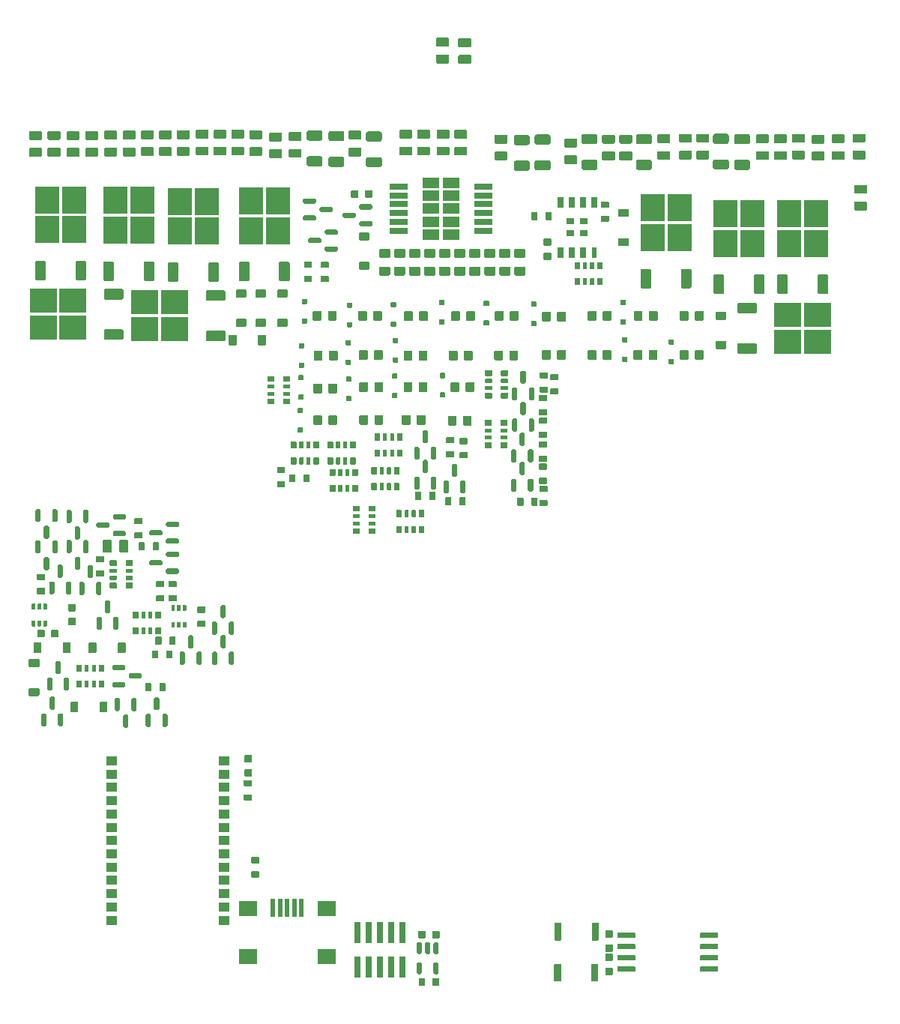
<source format=gtp>
G04 #@! TF.GenerationSoftware,KiCad,Pcbnew,(6.0.1)*
G04 #@! TF.CreationDate,2022-07-23T16:35:50+03:00*
G04 #@! TF.ProjectId,alphax_4ch,616c7068-6178-45f3-9463-682e6b696361,a*
G04 #@! TF.SameCoordinates,PX141f5e0PYa2cace0*
G04 #@! TF.FileFunction,Paste,Top*
G04 #@! TF.FilePolarity,Positive*
%FSLAX46Y46*%
G04 Gerber Fmt 4.6, Leading zero omitted, Abs format (unit mm)*
G04 Created by KiCad (PCBNEW (6.0.1)) date 2022-07-23 16:35:50*
%MOMM*%
%LPD*%
G01*
G04 APERTURE LIST*
%ADD10R,2.750000X3.050000*%
%ADD11R,0.500000X2.000000*%
%ADD12R,2.000000X1.700000*%
%ADD13R,3.050000X2.750000*%
%ADD14R,1.950000X1.160000*%
%ADD15R,2.000000X0.650000*%
%ADD16O,0.000001X0.000001*%
%ADD17R,0.650000X1.310000*%
%ADD18R,0.600000X1.310000*%
%ADD19R,0.900000X0.795000*%
%ADD20R,1.300000X1.000000*%
%ADD21R,0.740000X2.400000*%
G04 APERTURE END LIST*
G04 #@! TO.C,C18*
G36*
G01*
X66490000Y5805001D02*
X65810000Y5805001D01*
G75*
G02*
X65725000Y5890001I0J85000D01*
G01*
X65725000Y6570001D01*
G75*
G02*
X65810000Y6655001I85000J0D01*
G01*
X66490000Y6655001D01*
G75*
G02*
X66575000Y6570001I0J-85000D01*
G01*
X66575000Y5890001D01*
G75*
G02*
X66490000Y5805001I-85000J0D01*
G01*
G37*
G36*
G01*
X66490000Y4224999D02*
X65810000Y4224999D01*
G75*
G02*
X65725000Y4309999I0J85000D01*
G01*
X65725000Y4989999D01*
G75*
G02*
X65810000Y5074999I85000J0D01*
G01*
X66490000Y5074999D01*
G75*
G02*
X66575000Y4989999I0J-85000D01*
G01*
X66575000Y4309999D01*
G75*
G02*
X66490000Y4224999I-85000J0D01*
G01*
G37*
G04 #@! TD*
G04 #@! TO.C,R47*
G36*
G01*
X8949999Y49375000D02*
X8949999Y50625000D01*
G75*
G02*
X9049999Y50725000I100000J0D01*
G01*
X9849999Y50725000D01*
G75*
G02*
X9949999Y50625000I0J-100000D01*
G01*
X9949999Y49375000D01*
G75*
G02*
X9849999Y49275000I-100000J0D01*
G01*
X9049999Y49275000D01*
G75*
G02*
X8949999Y49375000I0J100000D01*
G01*
G37*
G36*
G01*
X10850021Y49375000D02*
X10850021Y50625000D01*
G75*
G02*
X10950021Y50725000I100000J0D01*
G01*
X11750021Y50725000D01*
G75*
G02*
X11850021Y50625000I0J-100000D01*
G01*
X11850021Y49375000D01*
G75*
G02*
X11750021Y49275000I-100000J0D01*
G01*
X10950021Y49275000D01*
G75*
G02*
X10850021Y49375000I0J100000D01*
G01*
G37*
G04 #@! TD*
G04 #@! TO.C,D53*
G36*
G01*
X25110000Y74805000D02*
X24090000Y74805000D01*
G75*
G02*
X24000000Y74895000I0J90000D01*
G01*
X24000000Y75615000D01*
G75*
G02*
X24090000Y75705000I90000J0D01*
G01*
X25110000Y75705000D01*
G75*
G02*
X25200000Y75615000I0J-90000D01*
G01*
X25200000Y74895000D01*
G75*
G02*
X25110000Y74805000I-90000J0D01*
G01*
G37*
G36*
G01*
X25110000Y78105000D02*
X24090000Y78105000D01*
G75*
G02*
X24000000Y78195000I0J90000D01*
G01*
X24000000Y78915000D01*
G75*
G02*
X24090000Y79005000I90000J0D01*
G01*
X25110000Y79005000D01*
G75*
G02*
X25200000Y78915000I0J-90000D01*
G01*
X25200000Y78195000D01*
G75*
G02*
X25110000Y78105000I-90000J0D01*
G01*
G37*
G04 #@! TD*
G04 #@! TO.C,R8*
G36*
G01*
X77375000Y93699999D02*
X76125000Y93699999D01*
G75*
G02*
X76025000Y93799999I0J100000D01*
G01*
X76025000Y94599999D01*
G75*
G02*
X76125000Y94699999I100000J0D01*
G01*
X77375000Y94699999D01*
G75*
G02*
X77475000Y94599999I0J-100000D01*
G01*
X77475000Y93799999D01*
G75*
G02*
X77375000Y93699999I-100000J0D01*
G01*
G37*
G36*
G01*
X77375000Y95600021D02*
X76125000Y95600021D01*
G75*
G02*
X76025000Y95700021I0J100000D01*
G01*
X76025000Y96500021D01*
G75*
G02*
X76125000Y96600021I100000J0D01*
G01*
X77375000Y96600021D01*
G75*
G02*
X77475000Y96500021I0J-100000D01*
G01*
X77475000Y95700021D01*
G75*
G02*
X77375000Y95600021I-100000J0D01*
G01*
G37*
G04 #@! TD*
G04 #@! TO.C,R29*
G36*
G01*
X12610000Y53200010D02*
X13390000Y53200010D01*
G75*
G02*
X13460000Y53130010I0J-70000D01*
G01*
X13460000Y52570010D01*
G75*
G02*
X13390000Y52500010I-70000J0D01*
G01*
X12610000Y52500010D01*
G75*
G02*
X12540000Y52570010I0J70000D01*
G01*
X12540000Y53130010D01*
G75*
G02*
X12610000Y53200010I70000J0D01*
G01*
G37*
G36*
G01*
X12610000Y51600010D02*
X13390000Y51600010D01*
G75*
G02*
X13460000Y51530010I0J-70000D01*
G01*
X13460000Y50970010D01*
G75*
G02*
X13390000Y50900010I-70000J0D01*
G01*
X12610000Y50900010D01*
G75*
G02*
X12540000Y50970010I0J70000D01*
G01*
X12540000Y51530010D01*
G75*
G02*
X12610000Y51600010I70000J0D01*
G01*
G37*
G04 #@! TD*
G04 #@! TO.C,R90*
G36*
G01*
X25810000Y14900000D02*
X26590000Y14900000D01*
G75*
G02*
X26660000Y14830000I0J-70000D01*
G01*
X26660000Y14270000D01*
G75*
G02*
X26590000Y14200000I-70000J0D01*
G01*
X25810000Y14200000D01*
G75*
G02*
X25740000Y14270000I0J70000D01*
G01*
X25740000Y14830000D01*
G75*
G02*
X25810000Y14900000I70000J0D01*
G01*
G37*
G36*
G01*
X25810000Y13300000D02*
X26590000Y13300000D01*
G75*
G02*
X26660000Y13230000I0J-70000D01*
G01*
X26660000Y12670000D01*
G75*
G02*
X26590000Y12600000I-70000J0D01*
G01*
X25810000Y12600000D01*
G75*
G02*
X25740000Y12670000I0J70000D01*
G01*
X25740000Y13230000D01*
G75*
G02*
X25810000Y13300000I70000J0D01*
G01*
G37*
G04 #@! TD*
G04 #@! TO.C,R2*
G36*
G01*
X34600000Y56215000D02*
X34600000Y56885000D01*
G75*
G02*
X34665000Y56950000I65000J0D01*
G01*
X35185000Y56950000D01*
G75*
G02*
X35250000Y56885000I0J-65000D01*
G01*
X35250000Y56215000D01*
G75*
G02*
X35185000Y56150000I-65000J0D01*
G01*
X34665000Y56150000D01*
G75*
G02*
X34600000Y56215000I0J65000D01*
G01*
G37*
G36*
G01*
X35575000Y56195000D02*
X35575000Y56905000D01*
G75*
G02*
X35620000Y56950000I45000J0D01*
G01*
X35980000Y56950000D01*
G75*
G02*
X36025000Y56905000I0J-45000D01*
G01*
X36025000Y56195000D01*
G75*
G02*
X35980000Y56150000I-45000J0D01*
G01*
X35620000Y56150000D01*
G75*
G02*
X35575000Y56195000I0J45000D01*
G01*
G37*
G36*
G01*
X36375000Y56195000D02*
X36375000Y56905000D01*
G75*
G02*
X36420000Y56950000I45000J0D01*
G01*
X36780000Y56950000D01*
G75*
G02*
X36825000Y56905000I0J-45000D01*
G01*
X36825000Y56195000D01*
G75*
G02*
X36780000Y56150000I-45000J0D01*
G01*
X36420000Y56150000D01*
G75*
G02*
X36375000Y56195000I0J45000D01*
G01*
G37*
G36*
G01*
X37150000Y56215000D02*
X37150000Y56885000D01*
G75*
G02*
X37215000Y56950000I65000J0D01*
G01*
X37735000Y56950000D01*
G75*
G02*
X37800000Y56885000I0J-65000D01*
G01*
X37800000Y56215000D01*
G75*
G02*
X37735000Y56150000I-65000J0D01*
G01*
X37215000Y56150000D01*
G75*
G02*
X37150000Y56215000I0J65000D01*
G01*
G37*
G36*
G01*
X37150000Y58015000D02*
X37150000Y58685000D01*
G75*
G02*
X37215000Y58750000I65000J0D01*
G01*
X37735000Y58750000D01*
G75*
G02*
X37800000Y58685000I0J-65000D01*
G01*
X37800000Y58015000D01*
G75*
G02*
X37735000Y57950000I-65000J0D01*
G01*
X37215000Y57950000D01*
G75*
G02*
X37150000Y58015000I0J65000D01*
G01*
G37*
G36*
G01*
X36375000Y57995000D02*
X36375000Y58705000D01*
G75*
G02*
X36420000Y58750000I45000J0D01*
G01*
X36780000Y58750000D01*
G75*
G02*
X36825000Y58705000I0J-45000D01*
G01*
X36825000Y57995000D01*
G75*
G02*
X36780000Y57950000I-45000J0D01*
G01*
X36420000Y57950000D01*
G75*
G02*
X36375000Y57995000I0J45000D01*
G01*
G37*
G36*
G01*
X35575000Y57995000D02*
X35575000Y58705000D01*
G75*
G02*
X35620000Y58750000I45000J0D01*
G01*
X35980000Y58750000D01*
G75*
G02*
X36025000Y58705000I0J-45000D01*
G01*
X36025000Y57995000D01*
G75*
G02*
X35980000Y57950000I-45000J0D01*
G01*
X35620000Y57950000D01*
G75*
G02*
X35575000Y57995000I0J45000D01*
G01*
G37*
G36*
G01*
X34600000Y58015000D02*
X34600000Y58685000D01*
G75*
G02*
X34665000Y58750000I65000J0D01*
G01*
X35185000Y58750000D01*
G75*
G02*
X35250000Y58685000I0J-65000D01*
G01*
X35250000Y58015000D01*
G75*
G02*
X35185000Y57950000I-65000J0D01*
G01*
X34665000Y57950000D01*
G75*
G02*
X34600000Y58015000I0J65000D01*
G01*
G37*
G04 #@! TD*
G04 #@! TO.C,D36*
G36*
G01*
X50649999Y64649998D02*
X50649999Y63749998D01*
G75*
G02*
X50549999Y63649998I-100000J0D01*
G01*
X49749999Y63649998D01*
G75*
G02*
X49649999Y63749998I0J100000D01*
G01*
X49649999Y64649998D01*
G75*
G02*
X49749999Y64749998I100000J0D01*
G01*
X50549999Y64749998D01*
G75*
G02*
X50649999Y64649998I0J-100000D01*
G01*
G37*
G36*
G01*
X48949999Y64649998D02*
X48949999Y63749998D01*
G75*
G02*
X48849999Y63649998I-100000J0D01*
G01*
X48049999Y63649998D01*
G75*
G02*
X47949999Y63749998I0J100000D01*
G01*
X47949999Y64649998D01*
G75*
G02*
X48049999Y64749998I100000J0D01*
G01*
X48849999Y64749998D01*
G75*
G02*
X48949999Y64649998I0J-100000D01*
G01*
G37*
G04 #@! TD*
G04 #@! TO.C,R4*
G36*
G01*
X54685000Y66700000D02*
X54015000Y66700000D01*
G75*
G02*
X53950000Y66765000I0J65000D01*
G01*
X53950000Y67285000D01*
G75*
G02*
X54015000Y67350000I65000J0D01*
G01*
X54685000Y67350000D01*
G75*
G02*
X54750000Y67285000I0J-65000D01*
G01*
X54750000Y66765000D01*
G75*
G02*
X54685000Y66700000I-65000J0D01*
G01*
G37*
G36*
G01*
X54705000Y67675000D02*
X53995000Y67675000D01*
G75*
G02*
X53950000Y67720000I0J45000D01*
G01*
X53950000Y68080000D01*
G75*
G02*
X53995000Y68125000I45000J0D01*
G01*
X54705000Y68125000D01*
G75*
G02*
X54750000Y68080000I0J-45000D01*
G01*
X54750000Y67720000D01*
G75*
G02*
X54705000Y67675000I-45000J0D01*
G01*
G37*
G36*
G01*
X54705000Y68475000D02*
X53995000Y68475000D01*
G75*
G02*
X53950000Y68520000I0J45000D01*
G01*
X53950000Y68880000D01*
G75*
G02*
X53995000Y68925000I45000J0D01*
G01*
X54705000Y68925000D01*
G75*
G02*
X54750000Y68880000I0J-45000D01*
G01*
X54750000Y68520000D01*
G75*
G02*
X54705000Y68475000I-45000J0D01*
G01*
G37*
G36*
G01*
X54685000Y69250000D02*
X54015000Y69250000D01*
G75*
G02*
X53950000Y69315000I0J65000D01*
G01*
X53950000Y69835000D01*
G75*
G02*
X54015000Y69900000I65000J0D01*
G01*
X54685000Y69900000D01*
G75*
G02*
X54750000Y69835000I0J-65000D01*
G01*
X54750000Y69315000D01*
G75*
G02*
X54685000Y69250000I-65000J0D01*
G01*
G37*
G36*
G01*
X52885000Y69250000D02*
X52215000Y69250000D01*
G75*
G02*
X52150000Y69315000I0J65000D01*
G01*
X52150000Y69835000D01*
G75*
G02*
X52215000Y69900000I65000J0D01*
G01*
X52885000Y69900000D01*
G75*
G02*
X52950000Y69835000I0J-65000D01*
G01*
X52950000Y69315000D01*
G75*
G02*
X52885000Y69250000I-65000J0D01*
G01*
G37*
G36*
G01*
X52905000Y68475000D02*
X52195000Y68475000D01*
G75*
G02*
X52150000Y68520000I0J45000D01*
G01*
X52150000Y68880000D01*
G75*
G02*
X52195000Y68925000I45000J0D01*
G01*
X52905000Y68925000D01*
G75*
G02*
X52950000Y68880000I0J-45000D01*
G01*
X52950000Y68520000D01*
G75*
G02*
X52905000Y68475000I-45000J0D01*
G01*
G37*
G36*
G01*
X52905000Y67675000D02*
X52195000Y67675000D01*
G75*
G02*
X52150000Y67720000I0J45000D01*
G01*
X52150000Y68080000D01*
G75*
G02*
X52195000Y68125000I45000J0D01*
G01*
X52905000Y68125000D01*
G75*
G02*
X52950000Y68080000I0J-45000D01*
G01*
X52950000Y67720000D01*
G75*
G02*
X52905000Y67675000I-45000J0D01*
G01*
G37*
G36*
G01*
X52885000Y66700000D02*
X52215000Y66700000D01*
G75*
G02*
X52150000Y66765000I0J65000D01*
G01*
X52150000Y67285000D01*
G75*
G02*
X52215000Y67350000I65000J0D01*
G01*
X52885000Y67350000D01*
G75*
G02*
X52950000Y67285000I0J-65000D01*
G01*
X52950000Y66765000D01*
G75*
G02*
X52885000Y66700000I-65000J0D01*
G01*
G37*
G04 #@! TD*
G04 #@! TO.C,D30*
G36*
G01*
X67450000Y75111499D02*
X67450000Y75591499D01*
G75*
G02*
X67510000Y75651499I60000J0D01*
G01*
X67990000Y75651499D01*
G75*
G02*
X68050000Y75591499I0J-60000D01*
G01*
X68050000Y75111499D01*
G75*
G02*
X67990000Y75051499I-60000J0D01*
G01*
X67510000Y75051499D01*
G75*
G02*
X67450000Y75111499I0J60000D01*
G01*
G37*
G36*
G01*
X67450000Y77311499D02*
X67450000Y77791499D01*
G75*
G02*
X67510000Y77851499I60000J0D01*
G01*
X67990000Y77851499D01*
G75*
G02*
X68050000Y77791499I0J-60000D01*
G01*
X68050000Y77311499D01*
G75*
G02*
X67990000Y77251499I-60000J0D01*
G01*
X67510000Y77251499D01*
G75*
G02*
X67450000Y77311499I0J60000D01*
G01*
G37*
G04 #@! TD*
G04 #@! TO.C,C3*
G36*
G01*
X25060000Y26435001D02*
X25740000Y26435001D01*
G75*
G02*
X25825000Y26350001I0J-85000D01*
G01*
X25825000Y25670001D01*
G75*
G02*
X25740000Y25585001I-85000J0D01*
G01*
X25060000Y25585001D01*
G75*
G02*
X24975000Y25670001I0J85000D01*
G01*
X24975000Y26350001D01*
G75*
G02*
X25060000Y26435001I85000J0D01*
G01*
G37*
G36*
G01*
X25060000Y24854999D02*
X25740000Y24854999D01*
G75*
G02*
X25825000Y24769999I0J-85000D01*
G01*
X25825000Y24089999D01*
G75*
G02*
X25740000Y24004999I-85000J0D01*
G01*
X25060000Y24004999D01*
G75*
G02*
X24975000Y24089999I0J85000D01*
G01*
X24975000Y24769999D01*
G75*
G02*
X25060000Y24854999I85000J0D01*
G01*
G37*
G04 #@! TD*
G04 #@! TO.C,D46*
G36*
G01*
X31650000Y69290000D02*
X31650000Y68810000D01*
G75*
G02*
X31590000Y68750000I-60000J0D01*
G01*
X31110000Y68750000D01*
G75*
G02*
X31050000Y68810000I0J60000D01*
G01*
X31050000Y69290000D01*
G75*
G02*
X31110000Y69350000I60000J0D01*
G01*
X31590000Y69350000D01*
G75*
G02*
X31650000Y69290000I0J-60000D01*
G01*
G37*
G36*
G01*
X31650000Y67090000D02*
X31650000Y66610000D01*
G75*
G02*
X31590000Y66550000I-60000J0D01*
G01*
X31110000Y66550000D01*
G75*
G02*
X31050000Y66610000I0J60000D01*
G01*
X31050000Y67090000D01*
G75*
G02*
X31110000Y67150000I60000J0D01*
G01*
X31590000Y67150000D01*
G75*
G02*
X31650000Y67090000I0J-60000D01*
G01*
G37*
G04 #@! TD*
G04 #@! TO.C,R87*
G36*
G01*
X58310000Y61850000D02*
X59090000Y61850000D01*
G75*
G02*
X59160000Y61780000I0J-70000D01*
G01*
X59160000Y61220000D01*
G75*
G02*
X59090000Y61150000I-70000J0D01*
G01*
X58310000Y61150000D01*
G75*
G02*
X58240000Y61220000I0J70000D01*
G01*
X58240000Y61780000D01*
G75*
G02*
X58310000Y61850000I70000J0D01*
G01*
G37*
G36*
G01*
X58310000Y60250000D02*
X59090000Y60250000D01*
G75*
G02*
X59160000Y60180000I0J-70000D01*
G01*
X59160000Y59620000D01*
G75*
G02*
X59090000Y59550000I-70000J0D01*
G01*
X58310000Y59550000D01*
G75*
G02*
X58240000Y59620000I0J70000D01*
G01*
X58240000Y60180000D01*
G75*
G02*
X58310000Y60250000I70000J0D01*
G01*
G37*
G04 #@! TD*
G04 #@! TO.C,R93*
G36*
G01*
X17200000Y39740000D02*
X17200000Y38960000D01*
G75*
G02*
X17130000Y38890000I-70000J0D01*
G01*
X16570000Y38890000D01*
G75*
G02*
X16500000Y38960000I0J70000D01*
G01*
X16500000Y39740000D01*
G75*
G02*
X16570000Y39810000I70000J0D01*
G01*
X17130000Y39810000D01*
G75*
G02*
X17200000Y39740000I0J-70000D01*
G01*
G37*
G36*
G01*
X15600000Y39740000D02*
X15600000Y38960000D01*
G75*
G02*
X15530000Y38890000I-70000J0D01*
G01*
X14970000Y38890000D01*
G75*
G02*
X14900000Y38960000I0J70000D01*
G01*
X14900000Y39740000D01*
G75*
G02*
X14970000Y39810000I70000J0D01*
G01*
X15530000Y39810000D01*
G75*
G02*
X15600000Y39740000I0J-70000D01*
G01*
G37*
G04 #@! TD*
G04 #@! TO.C,R95*
G36*
G01*
X33660000Y82150000D02*
X34440000Y82150000D01*
G75*
G02*
X34510000Y82080000I0J-70000D01*
G01*
X34510000Y81520000D01*
G75*
G02*
X34440000Y81450000I-70000J0D01*
G01*
X33660000Y81450000D01*
G75*
G02*
X33590000Y81520000I0J70000D01*
G01*
X33590000Y82080000D01*
G75*
G02*
X33660000Y82150000I70000J0D01*
G01*
G37*
G36*
G01*
X33660000Y80550000D02*
X34440000Y80550000D01*
G75*
G02*
X34510000Y80480000I0J-70000D01*
G01*
X34510000Y79920000D01*
G75*
G02*
X34440000Y79850000I-70000J0D01*
G01*
X33660000Y79850000D01*
G75*
G02*
X33590000Y79920000I0J70000D01*
G01*
X33590000Y80480000D01*
G75*
G02*
X33660000Y80550000I70000J0D01*
G01*
G37*
G04 #@! TD*
G04 #@! TO.C,D34*
G36*
G01*
X40649999Y64749998D02*
X40649999Y63849998D01*
G75*
G02*
X40549999Y63749998I-100000J0D01*
G01*
X39749999Y63749998D01*
G75*
G02*
X39649999Y63849998I0J100000D01*
G01*
X39649999Y64749998D01*
G75*
G02*
X39749999Y64849998I100000J0D01*
G01*
X40549999Y64849998D01*
G75*
G02*
X40649999Y64749998I0J-100000D01*
G01*
G37*
G36*
G01*
X38949999Y64749998D02*
X38949999Y63849998D01*
G75*
G02*
X38849999Y63749998I-100000J0D01*
G01*
X38049999Y63749998D01*
G75*
G02*
X37949999Y63849998I0J100000D01*
G01*
X37949999Y64749998D01*
G75*
G02*
X38049999Y64849998I100000J0D01*
G01*
X38849999Y64849998D01*
G75*
G02*
X38949999Y64749998I0J-100000D01*
G01*
G37*
G04 #@! TD*
G04 #@! TO.C,R59*
G36*
G01*
X44575000Y97050001D02*
X45825000Y97050001D01*
G75*
G02*
X45925000Y96950001I0J-100000D01*
G01*
X45925000Y96150001D01*
G75*
G02*
X45825000Y96050001I-100000J0D01*
G01*
X44575000Y96050001D01*
G75*
G02*
X44475000Y96150001I0J100000D01*
G01*
X44475000Y96950001D01*
G75*
G02*
X44575000Y97050001I100000J0D01*
G01*
G37*
G36*
G01*
X44575000Y95149979D02*
X45825000Y95149979D01*
G75*
G02*
X45925000Y95049979I0J-100000D01*
G01*
X45925000Y94249979D01*
G75*
G02*
X45825000Y94149979I-100000J0D01*
G01*
X44575000Y94149979D01*
G75*
G02*
X44475000Y94249979I0J100000D01*
G01*
X44475000Y95049979D01*
G75*
G02*
X44575000Y95149979I100000J0D01*
G01*
G37*
G04 #@! TD*
G04 #@! TO.C,R9*
G36*
G01*
X75425000Y93699999D02*
X74175000Y93699999D01*
G75*
G02*
X74075000Y93799999I0J100000D01*
G01*
X74075000Y94599999D01*
G75*
G02*
X74175000Y94699999I100000J0D01*
G01*
X75425000Y94699999D01*
G75*
G02*
X75525000Y94599999I0J-100000D01*
G01*
X75525000Y93799999D01*
G75*
G02*
X75425000Y93699999I-100000J0D01*
G01*
G37*
G36*
G01*
X75425000Y95600021D02*
X74175000Y95600021D01*
G75*
G02*
X74075000Y95700021I0J100000D01*
G01*
X74075000Y96500021D01*
G75*
G02*
X74175000Y96600021I100000J0D01*
G01*
X75425000Y96600021D01*
G75*
G02*
X75525000Y96500021I0J-100000D01*
G01*
X75525000Y95700021D01*
G75*
G02*
X75425000Y95600021I-100000J0D01*
G01*
G37*
G04 #@! TD*
G04 #@! TO.C,R68*
G36*
G01*
X24825000Y94149999D02*
X23575000Y94149999D01*
G75*
G02*
X23475000Y94249999I0J100000D01*
G01*
X23475000Y95049999D01*
G75*
G02*
X23575000Y95149999I100000J0D01*
G01*
X24825000Y95149999D01*
G75*
G02*
X24925000Y95049999I0J-100000D01*
G01*
X24925000Y94249999D01*
G75*
G02*
X24825000Y94149999I-100000J0D01*
G01*
G37*
G36*
G01*
X24825000Y96050021D02*
X23575000Y96050021D01*
G75*
G02*
X23475000Y96150021I0J100000D01*
G01*
X23475000Y96950021D01*
G75*
G02*
X23575000Y97050021I100000J0D01*
G01*
X24825000Y97050021D01*
G75*
G02*
X24925000Y96950021I0J-100000D01*
G01*
X24925000Y96150021D01*
G75*
G02*
X24825000Y96050021I-100000J0D01*
G01*
G37*
G04 #@! TD*
G04 #@! TO.C,R82*
G36*
G01*
X58410000Y69650000D02*
X59190000Y69650000D01*
G75*
G02*
X59260000Y69580000I0J-70000D01*
G01*
X59260000Y69020000D01*
G75*
G02*
X59190000Y68950000I-70000J0D01*
G01*
X58410000Y68950000D01*
G75*
G02*
X58340000Y69020000I0J70000D01*
G01*
X58340000Y69580000D01*
G75*
G02*
X58410000Y69650000I70000J0D01*
G01*
G37*
G36*
G01*
X58410000Y68050000D02*
X59190000Y68050000D01*
G75*
G02*
X59260000Y67980000I0J-70000D01*
G01*
X59260000Y67420000D01*
G75*
G02*
X59190000Y67350000I-70000J0D01*
G01*
X58410000Y67350000D01*
G75*
G02*
X58340000Y67420000I0J70000D01*
G01*
X58340000Y67980000D01*
G75*
G02*
X58410000Y68050000I70000J0D01*
G01*
G37*
G04 #@! TD*
G04 #@! TO.C,D49*
G36*
G01*
X31575000Y88850000D02*
X31575000Y89150000D01*
G75*
G02*
X31725000Y89300000I150000J0D01*
G01*
X32900000Y89300000D01*
G75*
G02*
X33050000Y89150000I0J-150000D01*
G01*
X33050000Y88850000D01*
G75*
G02*
X32900000Y88700000I-150000J0D01*
G01*
X31725000Y88700000D01*
G75*
G02*
X31575000Y88850000I0J150000D01*
G01*
G37*
G36*
G01*
X33450000Y87900000D02*
X33450000Y88200000D01*
G75*
G02*
X33600000Y88350000I150000J0D01*
G01*
X34775000Y88350000D01*
G75*
G02*
X34925000Y88200000I0J-150000D01*
G01*
X34925000Y87900000D01*
G75*
G02*
X34775000Y87750000I-150000J0D01*
G01*
X33600000Y87750000D01*
G75*
G02*
X33450000Y87900000I0J150000D01*
G01*
G37*
G36*
G01*
X31575000Y86950000D02*
X31575000Y87250000D01*
G75*
G02*
X31725000Y87400000I150000J0D01*
G01*
X32900000Y87400000D01*
G75*
G02*
X33050000Y87250000I0J-150000D01*
G01*
X33050000Y86950000D01*
G75*
G02*
X32900000Y86800000I-150000J0D01*
G01*
X31725000Y86800000D01*
G75*
G02*
X31575000Y86950000I0J150000D01*
G01*
G37*
G04 #@! TD*
G04 #@! TO.C,F4*
G36*
G01*
X63050000Y95655010D02*
X63050000Y96345010D01*
G75*
G02*
X63280000Y96575010I230000J0D01*
G01*
X64620000Y96575010D01*
G75*
G02*
X64850000Y96345010I0J-230000D01*
G01*
X64850000Y95655010D01*
G75*
G02*
X64620000Y95425010I-230000J0D01*
G01*
X63280000Y95425010D01*
G75*
G02*
X63050000Y95655010I0J230000D01*
G01*
G37*
G36*
G01*
X63050000Y92754990D02*
X63050000Y93444990D01*
G75*
G02*
X63280000Y93674990I230000J0D01*
G01*
X64620000Y93674990D01*
G75*
G02*
X64850000Y93444990I0J-230000D01*
G01*
X64850000Y92754990D01*
G75*
G02*
X64620000Y92524990I-230000J0D01*
G01*
X63280000Y92524990D01*
G75*
G02*
X63050000Y92754990I0J230000D01*
G01*
G37*
G04 #@! TD*
G04 #@! TO.C,Q13*
G36*
G01*
X47910000Y55975000D02*
X47610000Y55975000D01*
G75*
G02*
X47460000Y56125000I0J150000D01*
G01*
X47460000Y57300000D01*
G75*
G02*
X47610000Y57450000I150000J0D01*
G01*
X47910000Y57450000D01*
G75*
G02*
X48060000Y57300000I0J-150000D01*
G01*
X48060000Y56125000D01*
G75*
G02*
X47910000Y55975000I-150000J0D01*
G01*
G37*
G36*
G01*
X48860000Y57850000D02*
X48560000Y57850000D01*
G75*
G02*
X48410000Y58000000I0J150000D01*
G01*
X48410000Y59175000D01*
G75*
G02*
X48560000Y59325000I150000J0D01*
G01*
X48860000Y59325000D01*
G75*
G02*
X49010000Y59175000I0J-150000D01*
G01*
X49010000Y58000000D01*
G75*
G02*
X48860000Y57850000I-150000J0D01*
G01*
G37*
G36*
G01*
X49810000Y55975000D02*
X49510000Y55975000D01*
G75*
G02*
X49360000Y56125000I0J150000D01*
G01*
X49360000Y57300000D01*
G75*
G02*
X49510000Y57450000I150000J0D01*
G01*
X49810000Y57450000D01*
G75*
G02*
X49960000Y57300000I0J-150000D01*
G01*
X49960000Y56125000D01*
G75*
G02*
X49810000Y55975000I-150000J0D01*
G01*
G37*
G04 #@! TD*
G04 #@! TO.C,R91*
G36*
G01*
X95205000Y87939999D02*
X93955000Y87939999D01*
G75*
G02*
X93855000Y88039999I0J100000D01*
G01*
X93855000Y88839999D01*
G75*
G02*
X93955000Y88939999I100000J0D01*
G01*
X95205000Y88939999D01*
G75*
G02*
X95305000Y88839999I0J-100000D01*
G01*
X95305000Y88039999D01*
G75*
G02*
X95205000Y87939999I-100000J0D01*
G01*
G37*
G36*
G01*
X95205000Y89840021D02*
X93955000Y89840021D01*
G75*
G02*
X93855000Y89940021I0J100000D01*
G01*
X93855000Y90740021D01*
G75*
G02*
X93955000Y90840021I100000J0D01*
G01*
X95205000Y90840021D01*
G75*
G02*
X95305000Y90740021I0J-100000D01*
G01*
X95305000Y89940021D01*
G75*
G02*
X95205000Y89840021I-100000J0D01*
G01*
G37*
G04 #@! TD*
G04 #@! TO.C,D1*
G36*
G01*
X67650000Y70910000D02*
X67650000Y71390000D01*
G75*
G02*
X67710000Y71450000I60000J0D01*
G01*
X68190000Y71450000D01*
G75*
G02*
X68250000Y71390000I0J-60000D01*
G01*
X68250000Y70910000D01*
G75*
G02*
X68190000Y70850000I-60000J0D01*
G01*
X67710000Y70850000D01*
G75*
G02*
X67650000Y70910000I0J60000D01*
G01*
G37*
G36*
G01*
X67650000Y73110000D02*
X67650000Y73590000D01*
G75*
G02*
X67710000Y73650000I60000J0D01*
G01*
X68190000Y73650000D01*
G75*
G02*
X68250000Y73590000I0J-60000D01*
G01*
X68250000Y73110000D01*
G75*
G02*
X68190000Y73050000I-60000J0D01*
G01*
X67710000Y73050000D01*
G75*
G02*
X67650000Y73110000I0J60000D01*
G01*
G37*
G04 #@! TD*
G04 #@! TO.C,D15*
G36*
G01*
X40499999Y76499998D02*
X40499999Y75599998D01*
G75*
G02*
X40399999Y75499998I-100000J0D01*
G01*
X39599999Y75499998D01*
G75*
G02*
X39499999Y75599998I0J100000D01*
G01*
X39499999Y76499998D01*
G75*
G02*
X39599999Y76599998I100000J0D01*
G01*
X40399999Y76599998D01*
G75*
G02*
X40499999Y76499998I0J-100000D01*
G01*
G37*
G36*
G01*
X38799999Y76499998D02*
X38799999Y75599998D01*
G75*
G02*
X38699999Y75499998I-100000J0D01*
G01*
X37899999Y75499998D01*
G75*
G02*
X37799999Y75599998I0J100000D01*
G01*
X37799999Y76499998D01*
G75*
G02*
X37899999Y76599998I100000J0D01*
G01*
X38699999Y76599998D01*
G75*
G02*
X38799999Y76499998I0J-100000D01*
G01*
G37*
G04 #@! TD*
G04 #@! TO.C,C1*
G36*
G01*
X58860000Y84765001D02*
X59540000Y84765001D01*
G75*
G02*
X59625000Y84680001I0J-85000D01*
G01*
X59625000Y84000001D01*
G75*
G02*
X59540000Y83915001I-85000J0D01*
G01*
X58860000Y83915001D01*
G75*
G02*
X58775000Y84000001I0J85000D01*
G01*
X58775000Y84680001D01*
G75*
G02*
X58860000Y84765001I85000J0D01*
G01*
G37*
G36*
G01*
X58860000Y83184999D02*
X59540000Y83184999D01*
G75*
G02*
X59625000Y83099999I0J-85000D01*
G01*
X59625000Y82419999D01*
G75*
G02*
X59540000Y82334999I-85000J0D01*
G01*
X58860000Y82334999D01*
G75*
G02*
X58775000Y82419999I0J85000D01*
G01*
X58775000Y83099999D01*
G75*
G02*
X58860000Y83184999I85000J0D01*
G01*
G37*
G04 #@! TD*
D10*
G04 #@! TO.C,Q29*
X28725000Y85675000D03*
X25675000Y85675000D03*
X25675000Y89025000D03*
X28725000Y89025000D03*
G36*
G01*
X25400000Y79950000D02*
X24440000Y79950000D01*
G75*
G02*
X24320000Y80070000I0J120000D01*
G01*
X24320000Y82030000D01*
G75*
G02*
X24440000Y82150000I120000J0D01*
G01*
X25400000Y82150000D01*
G75*
G02*
X25520000Y82030000I0J-120000D01*
G01*
X25520000Y80070000D01*
G75*
G02*
X25400000Y79950000I-120000J0D01*
G01*
G37*
G36*
G01*
X29960000Y79950000D02*
X29000000Y79950000D01*
G75*
G02*
X28880000Y80070000I0J120000D01*
G01*
X28880000Y82030000D01*
G75*
G02*
X29000000Y82150000I120000J0D01*
G01*
X29960000Y82150000D01*
G75*
G02*
X30080000Y82030000I0J-120000D01*
G01*
X30080000Y80070000D01*
G75*
G02*
X29960000Y79950000I-120000J0D01*
G01*
G37*
G04 #@! TD*
G04 #@! TO.C,S1*
G36*
G01*
X64950001Y2770000D02*
X64950001Y930000D01*
G75*
G02*
X64870001Y850000I-80000J0D01*
G01*
X64230001Y850000D01*
G75*
G02*
X64150001Y930000I0J80000D01*
G01*
X64150001Y2770000D01*
G75*
G02*
X64230001Y2850000I80000J0D01*
G01*
X64870001Y2850000D01*
G75*
G02*
X64950001Y2770000I0J-80000D01*
G01*
G37*
G36*
G01*
X60750000Y2770000D02*
X60750000Y930000D01*
G75*
G02*
X60670000Y850000I-80000J0D01*
G01*
X60030000Y850000D01*
G75*
G02*
X59950000Y930000I0J80000D01*
G01*
X59950000Y2770000D01*
G75*
G02*
X60030000Y2850000I80000J0D01*
G01*
X60670000Y2850000D01*
G75*
G02*
X60750000Y2770000I0J-80000D01*
G01*
G37*
G04 #@! TD*
G04 #@! TO.C,D6*
G36*
G01*
X41750000Y70810000D02*
X41750000Y71290000D01*
G75*
G02*
X41810000Y71350000I60000J0D01*
G01*
X42290000Y71350000D01*
G75*
G02*
X42350000Y71290000I0J-60000D01*
G01*
X42350000Y70810000D01*
G75*
G02*
X42290000Y70750000I-60000J0D01*
G01*
X41810000Y70750000D01*
G75*
G02*
X41750000Y70810000I0J60000D01*
G01*
G37*
G36*
G01*
X41750000Y73010000D02*
X41750000Y73490000D01*
G75*
G02*
X41810000Y73550000I60000J0D01*
G01*
X42290000Y73550000D01*
G75*
G02*
X42350000Y73490000I0J-60000D01*
G01*
X42350000Y73010000D01*
G75*
G02*
X42290000Y72950000I-60000J0D01*
G01*
X41810000Y72950000D01*
G75*
G02*
X41750000Y73010000I0J60000D01*
G01*
G37*
G04 #@! TD*
G04 #@! TO.C,C4*
G36*
G01*
X47015001Y6490000D02*
X47015001Y5810000D01*
G75*
G02*
X46930001Y5725000I-85000J0D01*
G01*
X46250001Y5725000D01*
G75*
G02*
X46165001Y5810000I0J85000D01*
G01*
X46165001Y6490000D01*
G75*
G02*
X46250001Y6575000I85000J0D01*
G01*
X46930001Y6575000D01*
G75*
G02*
X47015001Y6490000I0J-85000D01*
G01*
G37*
G36*
G01*
X45434999Y6490000D02*
X45434999Y5810000D01*
G75*
G02*
X45349999Y5725000I-85000J0D01*
G01*
X44669999Y5725000D01*
G75*
G02*
X44584999Y5810000I0J85000D01*
G01*
X44584999Y6490000D01*
G75*
G02*
X44669999Y6575000I85000J0D01*
G01*
X45349999Y6575000D01*
G75*
G02*
X45434999Y6490000I0J-85000D01*
G01*
G37*
G04 #@! TD*
G04 #@! TO.C,Q1*
G36*
G01*
X2450000Y29675010D02*
X2150000Y29675010D01*
G75*
G02*
X2000000Y29825010I0J150000D01*
G01*
X2000000Y31000010D01*
G75*
G02*
X2150000Y31150010I150000J0D01*
G01*
X2450000Y31150010D01*
G75*
G02*
X2600000Y31000010I0J-150000D01*
G01*
X2600000Y29825010D01*
G75*
G02*
X2450000Y29675010I-150000J0D01*
G01*
G37*
G36*
G01*
X3400000Y31550010D02*
X3100000Y31550010D01*
G75*
G02*
X2950000Y31700010I0J150000D01*
G01*
X2950000Y32875010D01*
G75*
G02*
X3100000Y33025010I150000J0D01*
G01*
X3400000Y33025010D01*
G75*
G02*
X3550000Y32875010I0J-150000D01*
G01*
X3550000Y31700010D01*
G75*
G02*
X3400000Y31550010I-150000J0D01*
G01*
G37*
G36*
G01*
X4350000Y29675010D02*
X4050000Y29675010D01*
G75*
G02*
X3900000Y29825010I0J150000D01*
G01*
X3900000Y31000010D01*
G75*
G02*
X4050000Y31150010I150000J0D01*
G01*
X4350000Y31150010D01*
G75*
G02*
X4500000Y31000010I0J-150000D01*
G01*
X4500000Y29825010D01*
G75*
G02*
X4350000Y29675010I-150000J0D01*
G01*
G37*
G04 #@! TD*
G04 #@! TO.C,R50*
G36*
G01*
X34350000Y59315000D02*
X34350000Y59985000D01*
G75*
G02*
X34415000Y60050000I65000J0D01*
G01*
X34935000Y60050000D01*
G75*
G02*
X35000000Y59985000I0J-65000D01*
G01*
X35000000Y59315000D01*
G75*
G02*
X34935000Y59250000I-65000J0D01*
G01*
X34415000Y59250000D01*
G75*
G02*
X34350000Y59315000I0J65000D01*
G01*
G37*
G36*
G01*
X35325000Y59295000D02*
X35325000Y60005000D01*
G75*
G02*
X35370000Y60050000I45000J0D01*
G01*
X35730000Y60050000D01*
G75*
G02*
X35775000Y60005000I0J-45000D01*
G01*
X35775000Y59295000D01*
G75*
G02*
X35730000Y59250000I-45000J0D01*
G01*
X35370000Y59250000D01*
G75*
G02*
X35325000Y59295000I0J45000D01*
G01*
G37*
G36*
G01*
X36125000Y59295000D02*
X36125000Y60005000D01*
G75*
G02*
X36170000Y60050000I45000J0D01*
G01*
X36530000Y60050000D01*
G75*
G02*
X36575000Y60005000I0J-45000D01*
G01*
X36575000Y59295000D01*
G75*
G02*
X36530000Y59250000I-45000J0D01*
G01*
X36170000Y59250000D01*
G75*
G02*
X36125000Y59295000I0J45000D01*
G01*
G37*
G36*
G01*
X36900000Y59315000D02*
X36900000Y59985000D01*
G75*
G02*
X36965000Y60050000I65000J0D01*
G01*
X37485000Y60050000D01*
G75*
G02*
X37550000Y59985000I0J-65000D01*
G01*
X37550000Y59315000D01*
G75*
G02*
X37485000Y59250000I-65000J0D01*
G01*
X36965000Y59250000D01*
G75*
G02*
X36900000Y59315000I0J65000D01*
G01*
G37*
G36*
G01*
X36900000Y61115000D02*
X36900000Y61785000D01*
G75*
G02*
X36965000Y61850000I65000J0D01*
G01*
X37485000Y61850000D01*
G75*
G02*
X37550000Y61785000I0J-65000D01*
G01*
X37550000Y61115000D01*
G75*
G02*
X37485000Y61050000I-65000J0D01*
G01*
X36965000Y61050000D01*
G75*
G02*
X36900000Y61115000I0J65000D01*
G01*
G37*
G36*
G01*
X36125000Y61095000D02*
X36125000Y61805000D01*
G75*
G02*
X36170000Y61850000I45000J0D01*
G01*
X36530000Y61850000D01*
G75*
G02*
X36575000Y61805000I0J-45000D01*
G01*
X36575000Y61095000D01*
G75*
G02*
X36530000Y61050000I-45000J0D01*
G01*
X36170000Y61050000D01*
G75*
G02*
X36125000Y61095000I0J45000D01*
G01*
G37*
G36*
G01*
X35325000Y61095000D02*
X35325000Y61805000D01*
G75*
G02*
X35370000Y61850000I45000J0D01*
G01*
X35730000Y61850000D01*
G75*
G02*
X35775000Y61805000I0J-45000D01*
G01*
X35775000Y61095000D01*
G75*
G02*
X35730000Y61050000I-45000J0D01*
G01*
X35370000Y61050000D01*
G75*
G02*
X35325000Y61095000I0J45000D01*
G01*
G37*
G36*
G01*
X34350000Y61115000D02*
X34350000Y61785000D01*
G75*
G02*
X34415000Y61850000I65000J0D01*
G01*
X34935000Y61850000D01*
G75*
G02*
X35000000Y61785000I0J-65000D01*
G01*
X35000000Y61115000D01*
G75*
G02*
X34935000Y61050000I-65000J0D01*
G01*
X34415000Y61050000D01*
G75*
G02*
X34350000Y61115000I0J65000D01*
G01*
G37*
G04 #@! TD*
G04 #@! TO.C,U5*
G36*
G01*
X18040000Y43375000D02*
X18360000Y43375000D01*
G75*
G02*
X18400000Y43335000I0J-40000D01*
G01*
X18400000Y42765000D01*
G75*
G02*
X18360000Y42725000I-40000J0D01*
G01*
X18040000Y42725000D01*
G75*
G02*
X18000000Y42765000I0J40000D01*
G01*
X18000000Y43335000D01*
G75*
G02*
X18040000Y43375000I40000J0D01*
G01*
G37*
G36*
G01*
X17390000Y43375000D02*
X17710000Y43375000D01*
G75*
G02*
X17750000Y43335000I0J-40000D01*
G01*
X17750000Y42765000D01*
G75*
G02*
X17710000Y42725000I-40000J0D01*
G01*
X17390000Y42725000D01*
G75*
G02*
X17350000Y42765000I0J40000D01*
G01*
X17350000Y43335000D01*
G75*
G02*
X17390000Y43375000I40000J0D01*
G01*
G37*
G36*
G01*
X16740000Y43375000D02*
X17060000Y43375000D01*
G75*
G02*
X17100000Y43335000I0J-40000D01*
G01*
X17100000Y42765000D01*
G75*
G02*
X17060000Y42725000I-40000J0D01*
G01*
X16740000Y42725000D01*
G75*
G02*
X16700000Y42765000I0J40000D01*
G01*
X16700000Y43335000D01*
G75*
G02*
X16740000Y43375000I40000J0D01*
G01*
G37*
G36*
G01*
X16740000Y41475000D02*
X17060000Y41475000D01*
G75*
G02*
X17100000Y41435000I0J-40000D01*
G01*
X17100000Y40865000D01*
G75*
G02*
X17060000Y40825000I-40000J0D01*
G01*
X16740000Y40825000D01*
G75*
G02*
X16700000Y40865000I0J40000D01*
G01*
X16700000Y41435000D01*
G75*
G02*
X16740000Y41475000I40000J0D01*
G01*
G37*
G36*
G01*
X17390000Y41475000D02*
X17710000Y41475000D01*
G75*
G02*
X17750000Y41435000I0J-40000D01*
G01*
X17750000Y40865000D01*
G75*
G02*
X17710000Y40825000I-40000J0D01*
G01*
X17390000Y40825000D01*
G75*
G02*
X17350000Y40865000I0J40000D01*
G01*
X17350000Y41435000D01*
G75*
G02*
X17390000Y41475000I40000J0D01*
G01*
G37*
G36*
G01*
X18040000Y41475000D02*
X18360000Y41475000D01*
G75*
G02*
X18400000Y41435000I0J-40000D01*
G01*
X18400000Y40865000D01*
G75*
G02*
X18360000Y40825000I-40000J0D01*
G01*
X18040000Y40825000D01*
G75*
G02*
X18000000Y40865000I0J40000D01*
G01*
X18000000Y41435000D01*
G75*
G02*
X18040000Y41475000I40000J0D01*
G01*
G37*
G04 #@! TD*
G04 #@! TO.C,D28*
G36*
G01*
X5350000Y39060010D02*
X5350000Y38040010D01*
G75*
G02*
X5260000Y37950010I-90000J0D01*
G01*
X4540000Y37950010D01*
G75*
G02*
X4450000Y38040010I0J90000D01*
G01*
X4450000Y39060010D01*
G75*
G02*
X4540000Y39150010I90000J0D01*
G01*
X5260000Y39150010D01*
G75*
G02*
X5350000Y39060010I0J-90000D01*
G01*
G37*
G36*
G01*
X2050000Y39060010D02*
X2050000Y38040010D01*
G75*
G02*
X1960000Y37950010I-90000J0D01*
G01*
X1240000Y37950010D01*
G75*
G02*
X1150000Y38040010I0J90000D01*
G01*
X1150000Y39060010D01*
G75*
G02*
X1240000Y39150010I90000J0D01*
G01*
X1960000Y39150010D01*
G75*
G02*
X2050000Y39060010I0J-90000D01*
G01*
G37*
G04 #@! TD*
G04 #@! TO.C,D12*
G36*
G01*
X61300000Y76400000D02*
X61300000Y75500000D01*
G75*
G02*
X61200000Y75400000I-100000J0D01*
G01*
X60400000Y75400000D01*
G75*
G02*
X60300000Y75500000I0J100000D01*
G01*
X60300000Y76400000D01*
G75*
G02*
X60400000Y76500000I100000J0D01*
G01*
X61200000Y76500000D01*
G75*
G02*
X61300000Y76400000I0J-100000D01*
G01*
G37*
G36*
G01*
X59600000Y76400000D02*
X59600000Y75500000D01*
G75*
G02*
X59500000Y75400000I-100000J0D01*
G01*
X58700000Y75400000D01*
G75*
G02*
X58600000Y75500000I0J100000D01*
G01*
X58600000Y76400000D01*
G75*
G02*
X58700000Y76500000I100000J0D01*
G01*
X59500000Y76500000D01*
G75*
G02*
X59600000Y76400000I0J-100000D01*
G01*
G37*
G04 #@! TD*
G04 #@! TO.C,R38*
G36*
G01*
X25760000Y21310000D02*
X24980000Y21310000D01*
G75*
G02*
X24910000Y21380000I0J70000D01*
G01*
X24910000Y21940000D01*
G75*
G02*
X24980000Y22010000I70000J0D01*
G01*
X25760000Y22010000D01*
G75*
G02*
X25830000Y21940000I0J-70000D01*
G01*
X25830000Y21380000D01*
G75*
G02*
X25760000Y21310000I-70000J0D01*
G01*
G37*
G36*
G01*
X25760000Y22910000D02*
X24980000Y22910000D01*
G75*
G02*
X24910000Y22980000I0J70000D01*
G01*
X24910000Y23540000D01*
G75*
G02*
X24980000Y23610000I70000J0D01*
G01*
X25760000Y23610000D01*
G75*
G02*
X25830000Y23540000I0J-70000D01*
G01*
X25830000Y22980000D01*
G75*
G02*
X25760000Y22910000I-70000J0D01*
G01*
G37*
G04 #@! TD*
G04 #@! TO.C,D22*
G36*
G01*
X31587498Y65591499D02*
X31587498Y65111499D01*
G75*
G02*
X31527498Y65051499I-60000J0D01*
G01*
X31047498Y65051499D01*
G75*
G02*
X30987498Y65111499I0J60000D01*
G01*
X30987498Y65591499D01*
G75*
G02*
X31047498Y65651499I60000J0D01*
G01*
X31527498Y65651499D01*
G75*
G02*
X31587498Y65591499I0J-60000D01*
G01*
G37*
G36*
G01*
X31587498Y63391499D02*
X31587498Y62911499D01*
G75*
G02*
X31527498Y62851499I-60000J0D01*
G01*
X31047498Y62851499D01*
G75*
G02*
X30987498Y62911499I0J60000D01*
G01*
X30987498Y63391499D01*
G75*
G02*
X31047498Y63451499I60000J0D01*
G01*
X31527498Y63451499D01*
G75*
G02*
X31587498Y63391499I0J-60000D01*
G01*
G37*
G04 #@! TD*
G04 #@! TO.C,R32*
G36*
G01*
X48590000Y60050000D02*
X47810000Y60050000D01*
G75*
G02*
X47740000Y60120000I0J70000D01*
G01*
X47740000Y60680000D01*
G75*
G02*
X47810000Y60750000I70000J0D01*
G01*
X48590000Y60750000D01*
G75*
G02*
X48660000Y60680000I0J-70000D01*
G01*
X48660000Y60120000D01*
G75*
G02*
X48590000Y60050000I-70000J0D01*
G01*
G37*
G36*
G01*
X48590000Y61650000D02*
X47810000Y61650000D01*
G75*
G02*
X47740000Y61720000I0J70000D01*
G01*
X47740000Y62280000D01*
G75*
G02*
X47810000Y62350000I70000J0D01*
G01*
X48590000Y62350000D01*
G75*
G02*
X48660000Y62280000I0J-70000D01*
G01*
X48660000Y61720000D01*
G75*
G02*
X48590000Y61650000I-70000J0D01*
G01*
G37*
G04 #@! TD*
G04 #@! TO.C,D11*
G36*
G01*
X71649999Y76499998D02*
X71649999Y75599998D01*
G75*
G02*
X71549999Y75499998I-100000J0D01*
G01*
X70749999Y75499998D01*
G75*
G02*
X70649999Y75599998I0J100000D01*
G01*
X70649999Y76499998D01*
G75*
G02*
X70749999Y76599998I100000J0D01*
G01*
X71549999Y76599998D01*
G75*
G02*
X71649999Y76499998I0J-100000D01*
G01*
G37*
G36*
G01*
X69949999Y76499998D02*
X69949999Y75599998D01*
G75*
G02*
X69849999Y75499998I-100000J0D01*
G01*
X69049999Y75499998D01*
G75*
G02*
X68949999Y75599998I0J100000D01*
G01*
X68949999Y76499998D01*
G75*
G02*
X69049999Y76599998I100000J0D01*
G01*
X69849999Y76599998D01*
G75*
G02*
X69949999Y76499998I0J-100000D01*
G01*
G37*
G04 #@! TD*
G04 #@! TO.C,D42*
G36*
G01*
X52000000Y75010000D02*
X52000000Y75490000D01*
G75*
G02*
X52060000Y75550000I60000J0D01*
G01*
X52540000Y75550000D01*
G75*
G02*
X52600000Y75490000I0J-60000D01*
G01*
X52600000Y75010000D01*
G75*
G02*
X52540000Y74950000I-60000J0D01*
G01*
X52060000Y74950000D01*
G75*
G02*
X52000000Y75010000I0J60000D01*
G01*
G37*
G36*
G01*
X52000000Y77210000D02*
X52000000Y77690000D01*
G75*
G02*
X52060000Y77750000I60000J0D01*
G01*
X52540000Y77750000D01*
G75*
G02*
X52600000Y77690000I0J-60000D01*
G01*
X52600000Y77210000D01*
G75*
G02*
X52540000Y77150000I-60000J0D01*
G01*
X52060000Y77150000D01*
G75*
G02*
X52000000Y77210000I0J60000D01*
G01*
G37*
G04 #@! TD*
G04 #@! TO.C,C7*
G36*
G01*
X50475000Y83600000D02*
X51525000Y83600000D01*
G75*
G02*
X51625000Y83500000I0J-100000D01*
G01*
X51625000Y82700000D01*
G75*
G02*
X51525000Y82600000I-100000J0D01*
G01*
X50475000Y82600000D01*
G75*
G02*
X50375000Y82700000I0J100000D01*
G01*
X50375000Y83500000D01*
G75*
G02*
X50475000Y83600000I100000J0D01*
G01*
G37*
G36*
G01*
X50475000Y81600000D02*
X51525000Y81600000D01*
G75*
G02*
X51625000Y81500000I0J-100000D01*
G01*
X51625000Y80700000D01*
G75*
G02*
X51525000Y80600000I-100000J0D01*
G01*
X50475000Y80600000D01*
G75*
G02*
X50375000Y80700000I0J100000D01*
G01*
X50375000Y81500000D01*
G75*
G02*
X50475000Y81600000I100000J0D01*
G01*
G37*
G04 #@! TD*
G04 #@! TO.C,R11*
G36*
G01*
X47975000Y104549999D02*
X46725000Y104549999D01*
G75*
G02*
X46625000Y104649999I0J100000D01*
G01*
X46625000Y105449999D01*
G75*
G02*
X46725000Y105549999I100000J0D01*
G01*
X47975000Y105549999D01*
G75*
G02*
X48075000Y105449999I0J-100000D01*
G01*
X48075000Y104649999D01*
G75*
G02*
X47975000Y104549999I-100000J0D01*
G01*
G37*
G36*
G01*
X47975000Y106450021D02*
X46725000Y106450021D01*
G75*
G02*
X46625000Y106550021I0J100000D01*
G01*
X46625000Y107350021D01*
G75*
G02*
X46725000Y107450021I100000J0D01*
G01*
X47975000Y107450021D01*
G75*
G02*
X48075000Y107350021I0J-100000D01*
G01*
X48075000Y106550021D01*
G75*
G02*
X47975000Y106450021I-100000J0D01*
G01*
G37*
G04 #@! TD*
G04 #@! TO.C,R6*
G36*
G01*
X92675000Y93649999D02*
X91425000Y93649999D01*
G75*
G02*
X91325000Y93749999I0J100000D01*
G01*
X91325000Y94549999D01*
G75*
G02*
X91425000Y94649999I100000J0D01*
G01*
X92675000Y94649999D01*
G75*
G02*
X92775000Y94549999I0J-100000D01*
G01*
X92775000Y93749999D01*
G75*
G02*
X92675000Y93649999I-100000J0D01*
G01*
G37*
G36*
G01*
X92675000Y95550021D02*
X91425000Y95550021D01*
G75*
G02*
X91325000Y95650021I0J100000D01*
G01*
X91325000Y96450021D01*
G75*
G02*
X91425000Y96550021I100000J0D01*
G01*
X92675000Y96550021D01*
G75*
G02*
X92775000Y96450021I0J-100000D01*
G01*
X92775000Y95650021D01*
G75*
G02*
X92675000Y95550021I-100000J0D01*
G01*
G37*
G04 #@! TD*
G04 #@! TO.C,Q35*
G36*
G01*
X55650000Y62975000D02*
X55350000Y62975000D01*
G75*
G02*
X55200000Y63125000I0J150000D01*
G01*
X55200000Y64300000D01*
G75*
G02*
X55350000Y64450000I150000J0D01*
G01*
X55650000Y64450000D01*
G75*
G02*
X55800000Y64300000I0J-150000D01*
G01*
X55800000Y63125000D01*
G75*
G02*
X55650000Y62975000I-150000J0D01*
G01*
G37*
G36*
G01*
X56600000Y64850000D02*
X56300000Y64850000D01*
G75*
G02*
X56150000Y65000000I0J150000D01*
G01*
X56150000Y66175000D01*
G75*
G02*
X56300000Y66325000I150000J0D01*
G01*
X56600000Y66325000D01*
G75*
G02*
X56750000Y66175000I0J-150000D01*
G01*
X56750000Y65000000D01*
G75*
G02*
X56600000Y64850000I-150000J0D01*
G01*
G37*
G36*
G01*
X57550000Y62975000D02*
X57250000Y62975000D01*
G75*
G02*
X57100000Y63125000I0J150000D01*
G01*
X57100000Y64300000D01*
G75*
G02*
X57250000Y64450000I150000J0D01*
G01*
X57550000Y64450000D01*
G75*
G02*
X57700000Y64300000I0J-150000D01*
G01*
X57700000Y63125000D01*
G75*
G02*
X57550000Y62975000I-150000J0D01*
G01*
G37*
G04 #@! TD*
G04 #@! TO.C,R60*
G36*
G01*
X43825000Y94149999D02*
X42575000Y94149999D01*
G75*
G02*
X42475000Y94249999I0J100000D01*
G01*
X42475000Y95049999D01*
G75*
G02*
X42575000Y95149999I100000J0D01*
G01*
X43825000Y95149999D01*
G75*
G02*
X43925000Y95049999I0J-100000D01*
G01*
X43925000Y94249999D01*
G75*
G02*
X43825000Y94149999I-100000J0D01*
G01*
G37*
G36*
G01*
X43825000Y96050021D02*
X42575000Y96050021D01*
G75*
G02*
X42475000Y96150021I0J100000D01*
G01*
X42475000Y96950021D01*
G75*
G02*
X42575000Y97050021I100000J0D01*
G01*
X43825000Y97050021D01*
G75*
G02*
X43925000Y96950021I0J-100000D01*
G01*
X43925000Y96150021D01*
G75*
G02*
X43825000Y96050021I-100000J0D01*
G01*
G37*
G04 #@! TD*
D11*
G04 #@! TO.C,J1*
X28200000Y9200000D03*
X29000000Y9200000D03*
X29800000Y9200000D03*
X30600000Y9200000D03*
X31400000Y9200000D03*
D12*
X25350000Y9100000D03*
X34250000Y9100000D03*
X25350000Y3650000D03*
X34250000Y3650000D03*
G04 #@! TD*
G04 #@! TO.C,R88*
G36*
G01*
X59090000Y62250000D02*
X58310000Y62250000D01*
G75*
G02*
X58240000Y62320000I0J70000D01*
G01*
X58240000Y62880000D01*
G75*
G02*
X58310000Y62950000I70000J0D01*
G01*
X59090000Y62950000D01*
G75*
G02*
X59160000Y62880000I0J-70000D01*
G01*
X59160000Y62320000D01*
G75*
G02*
X59090000Y62250000I-70000J0D01*
G01*
G37*
G36*
G01*
X59090000Y63850000D02*
X58310000Y63850000D01*
G75*
G02*
X58240000Y63920000I0J70000D01*
G01*
X58240000Y64480000D01*
G75*
G02*
X58310000Y64550000I70000J0D01*
G01*
X59090000Y64550000D01*
G75*
G02*
X59160000Y64480000I0J-70000D01*
G01*
X59160000Y63920000D01*
G75*
G02*
X59090000Y63850000I-70000J0D01*
G01*
G37*
G04 #@! TD*
D13*
G04 #@! TO.C,Q8*
X89725000Y73125000D03*
X86375000Y73125000D03*
X86375000Y76175000D03*
X89725000Y76175000D03*
G36*
G01*
X80650000Y76450000D02*
X80650000Y77410000D01*
G75*
G02*
X80770000Y77530000I120000J0D01*
G01*
X82730000Y77530000D01*
G75*
G02*
X82850000Y77410000I0J-120000D01*
G01*
X82850000Y76450000D01*
G75*
G02*
X82730000Y76330000I-120000J0D01*
G01*
X80770000Y76330000D01*
G75*
G02*
X80650000Y76450000I0J120000D01*
G01*
G37*
G36*
G01*
X80650000Y71890000D02*
X80650000Y72850000D01*
G75*
G02*
X80770000Y72970000I120000J0D01*
G01*
X82730000Y72970000D01*
G75*
G02*
X82850000Y72850000I0J-120000D01*
G01*
X82850000Y71890000D01*
G75*
G02*
X82730000Y71770000I-120000J0D01*
G01*
X80770000Y71770000D01*
G75*
G02*
X80650000Y71890000I0J120000D01*
G01*
G37*
G04 #@! TD*
G04 #@! TO.C,Q4*
G36*
G01*
X3400000Y50675010D02*
X3700000Y50675010D01*
G75*
G02*
X3850000Y50525010I0J-150000D01*
G01*
X3850000Y49350010D01*
G75*
G02*
X3700000Y49200010I-150000J0D01*
G01*
X3400000Y49200010D01*
G75*
G02*
X3250000Y49350010I0J150000D01*
G01*
X3250000Y50525010D01*
G75*
G02*
X3400000Y50675010I150000J0D01*
G01*
G37*
G36*
G01*
X2450000Y48800010D02*
X2750000Y48800010D01*
G75*
G02*
X2900000Y48650010I0J-150000D01*
G01*
X2900000Y47475010D01*
G75*
G02*
X2750000Y47325010I-150000J0D01*
G01*
X2450000Y47325010D01*
G75*
G02*
X2300000Y47475010I0J150000D01*
G01*
X2300000Y48650010D01*
G75*
G02*
X2450000Y48800010I150000J0D01*
G01*
G37*
G36*
G01*
X1500000Y50675010D02*
X1800000Y50675010D01*
G75*
G02*
X1950000Y50525010I0J-150000D01*
G01*
X1950000Y49350010D01*
G75*
G02*
X1800000Y49200010I-150000J0D01*
G01*
X1500000Y49200010D01*
G75*
G02*
X1350000Y49350010I0J150000D01*
G01*
X1350000Y50525010D01*
G75*
G02*
X1500000Y50675010I150000J0D01*
G01*
G37*
G04 #@! TD*
G04 #@! TO.C,Q3*
G36*
G01*
X3100000Y33725000D02*
X2800000Y33725000D01*
G75*
G02*
X2650000Y33875000I0J150000D01*
G01*
X2650000Y35050000D01*
G75*
G02*
X2800000Y35200000I150000J0D01*
G01*
X3100000Y35200000D01*
G75*
G02*
X3250000Y35050000I0J-150000D01*
G01*
X3250000Y33875000D01*
G75*
G02*
X3100000Y33725000I-150000J0D01*
G01*
G37*
G36*
G01*
X4050000Y35600000D02*
X3750000Y35600000D01*
G75*
G02*
X3600000Y35750000I0J150000D01*
G01*
X3600000Y36925000D01*
G75*
G02*
X3750000Y37075000I150000J0D01*
G01*
X4050000Y37075000D01*
G75*
G02*
X4200000Y36925000I0J-150000D01*
G01*
X4200000Y35750000D01*
G75*
G02*
X4050000Y35600000I-150000J0D01*
G01*
G37*
G36*
G01*
X5000000Y33725000D02*
X4700000Y33725000D01*
G75*
G02*
X4550000Y33875000I0J150000D01*
G01*
X4550000Y35050000D01*
G75*
G02*
X4700000Y35200000I150000J0D01*
G01*
X5000000Y35200000D01*
G75*
G02*
X5150000Y35050000I0J-150000D01*
G01*
X5150000Y33875000D01*
G75*
G02*
X5000000Y33725000I-150000J0D01*
G01*
G37*
G04 #@! TD*
D14*
G04 #@! TO.C,U6*
X48325000Y86690000D03*
X48325000Y91070000D03*
X48325000Y85230000D03*
X46075000Y91070000D03*
X46075000Y89610000D03*
X46075000Y88150000D03*
X46075000Y85230000D03*
X48325000Y88150000D03*
X48325000Y89610000D03*
X46075000Y86690000D03*
D15*
X42400000Y90650000D03*
X42400000Y89650000D03*
X42400000Y88650000D03*
X42400000Y87650000D03*
X42400000Y86650000D03*
X42400000Y85650000D03*
X52000000Y85650000D03*
X52000000Y86650000D03*
X52000000Y87650000D03*
X52000000Y88650000D03*
X52000000Y89650000D03*
X52000000Y90650000D03*
G04 #@! TD*
G04 #@! TO.C,Q31*
G36*
G01*
X21750000Y36625000D02*
X21450000Y36625000D01*
G75*
G02*
X21300000Y36775000I0J150000D01*
G01*
X21300000Y37950000D01*
G75*
G02*
X21450000Y38100000I150000J0D01*
G01*
X21750000Y38100000D01*
G75*
G02*
X21900000Y37950000I0J-150000D01*
G01*
X21900000Y36775000D01*
G75*
G02*
X21750000Y36625000I-150000J0D01*
G01*
G37*
G36*
G01*
X22700000Y38500000D02*
X22400000Y38500000D01*
G75*
G02*
X22250000Y38650000I0J150000D01*
G01*
X22250000Y39825000D01*
G75*
G02*
X22400000Y39975000I150000J0D01*
G01*
X22700000Y39975000D01*
G75*
G02*
X22850000Y39825000I0J-150000D01*
G01*
X22850000Y38650000D01*
G75*
G02*
X22700000Y38500000I-150000J0D01*
G01*
G37*
G36*
G01*
X23650000Y36625000D02*
X23350000Y36625000D01*
G75*
G02*
X23200000Y36775000I0J150000D01*
G01*
X23200000Y37950000D01*
G75*
G02*
X23350000Y38100000I150000J0D01*
G01*
X23650000Y38100000D01*
G75*
G02*
X23800000Y37950000I0J-150000D01*
G01*
X23800000Y36775000D01*
G75*
G02*
X23650000Y36625000I-150000J0D01*
G01*
G37*
G04 #@! TD*
G04 #@! TO.C,C16*
G36*
G01*
X56625000Y80600000D02*
X55575000Y80600000D01*
G75*
G02*
X55475000Y80700000I0J100000D01*
G01*
X55475000Y81500000D01*
G75*
G02*
X55575000Y81600000I100000J0D01*
G01*
X56625000Y81600000D01*
G75*
G02*
X56725000Y81500000I0J-100000D01*
G01*
X56725000Y80700000D01*
G75*
G02*
X56625000Y80600000I-100000J0D01*
G01*
G37*
G36*
G01*
X56625000Y82600000D02*
X55575000Y82600000D01*
G75*
G02*
X55475000Y82700000I0J100000D01*
G01*
X55475000Y83500000D01*
G75*
G02*
X55575000Y83600000I100000J0D01*
G01*
X56625000Y83600000D01*
G75*
G02*
X56725000Y83500000I0J-100000D01*
G01*
X56725000Y82700000D01*
G75*
G02*
X56625000Y82600000I-100000J0D01*
G01*
G37*
G04 #@! TD*
G04 #@! TO.C,R30*
G36*
G01*
X44250000Y55310000D02*
X44250000Y56090000D01*
G75*
G02*
X44320000Y56160000I70000J0D01*
G01*
X44880000Y56160000D01*
G75*
G02*
X44950000Y56090000I0J-70000D01*
G01*
X44950000Y55310000D01*
G75*
G02*
X44880000Y55240000I-70000J0D01*
G01*
X44320000Y55240000D01*
G75*
G02*
X44250000Y55310000I0J70000D01*
G01*
G37*
G36*
G01*
X45850000Y55310000D02*
X45850000Y56090000D01*
G75*
G02*
X45920000Y56160000I70000J0D01*
G01*
X46480000Y56160000D01*
G75*
G02*
X46550000Y56090000I0J-70000D01*
G01*
X46550000Y55310000D01*
G75*
G02*
X46480000Y55240000I-70000J0D01*
G01*
X45920000Y55240000D01*
G75*
G02*
X45850000Y55310000I0J70000D01*
G01*
G37*
G04 #@! TD*
G04 #@! TO.C,R41*
G36*
G01*
X15060000Y46100000D02*
X15840000Y46100000D01*
G75*
G02*
X15910000Y46030000I0J-70000D01*
G01*
X15910000Y45470000D01*
G75*
G02*
X15840000Y45400000I-70000J0D01*
G01*
X15060000Y45400000D01*
G75*
G02*
X14990000Y45470000I0J70000D01*
G01*
X14990000Y46030000D01*
G75*
G02*
X15060000Y46100000I70000J0D01*
G01*
G37*
G36*
G01*
X15060000Y44500000D02*
X15840000Y44500000D01*
G75*
G02*
X15910000Y44430000I0J-70000D01*
G01*
X15910000Y43870000D01*
G75*
G02*
X15840000Y43800000I-70000J0D01*
G01*
X15060000Y43800000D01*
G75*
G02*
X14990000Y43870000I0J70000D01*
G01*
X14990000Y44430000D01*
G75*
G02*
X15060000Y44500000I70000J0D01*
G01*
G37*
G04 #@! TD*
G04 #@! TO.C,U2*
G36*
G01*
X2290000Y43525010D02*
X2610000Y43525010D01*
G75*
G02*
X2650000Y43485010I0J-40000D01*
G01*
X2650000Y42915010D01*
G75*
G02*
X2610000Y42875010I-40000J0D01*
G01*
X2290000Y42875010D01*
G75*
G02*
X2250000Y42915010I0J40000D01*
G01*
X2250000Y43485010D01*
G75*
G02*
X2290000Y43525010I40000J0D01*
G01*
G37*
G36*
G01*
X1640000Y43525010D02*
X1960000Y43525010D01*
G75*
G02*
X2000000Y43485010I0J-40000D01*
G01*
X2000000Y42915010D01*
G75*
G02*
X1960000Y42875010I-40000J0D01*
G01*
X1640000Y42875010D01*
G75*
G02*
X1600000Y42915010I0J40000D01*
G01*
X1600000Y43485010D01*
G75*
G02*
X1640000Y43525010I40000J0D01*
G01*
G37*
G36*
G01*
X990000Y43525010D02*
X1310000Y43525010D01*
G75*
G02*
X1350000Y43485010I0J-40000D01*
G01*
X1350000Y42915010D01*
G75*
G02*
X1310000Y42875010I-40000J0D01*
G01*
X990000Y42875010D01*
G75*
G02*
X950000Y42915010I0J40000D01*
G01*
X950000Y43485010D01*
G75*
G02*
X990000Y43525010I40000J0D01*
G01*
G37*
G36*
G01*
X990000Y41625010D02*
X1310000Y41625010D01*
G75*
G02*
X1350000Y41585010I0J-40000D01*
G01*
X1350000Y41015010D01*
G75*
G02*
X1310000Y40975010I-40000J0D01*
G01*
X990000Y40975010D01*
G75*
G02*
X950000Y41015010I0J40000D01*
G01*
X950000Y41585010D01*
G75*
G02*
X990000Y41625010I40000J0D01*
G01*
G37*
G36*
G01*
X1640000Y41625010D02*
X1960000Y41625010D01*
G75*
G02*
X2000000Y41585010I0J-40000D01*
G01*
X2000000Y41015010D01*
G75*
G02*
X1960000Y40975010I-40000J0D01*
G01*
X1640000Y40975010D01*
G75*
G02*
X1600000Y41015010I0J40000D01*
G01*
X1600000Y41585010D01*
G75*
G02*
X1640000Y41625010I40000J0D01*
G01*
G37*
G36*
G01*
X2290000Y41625010D02*
X2610000Y41625010D01*
G75*
G02*
X2650000Y41585010I0J-40000D01*
G01*
X2650000Y41015010D01*
G75*
G02*
X2610000Y40975010I-40000J0D01*
G01*
X2290000Y40975010D01*
G75*
G02*
X2250000Y41015010I0J40000D01*
G01*
X2250000Y41585010D01*
G75*
G02*
X2290000Y41625010I40000J0D01*
G01*
G37*
G04 #@! TD*
G04 #@! TO.C,R94*
G36*
G01*
X31760000Y82150000D02*
X32540000Y82150000D01*
G75*
G02*
X32610000Y82080000I0J-70000D01*
G01*
X32610000Y81520000D01*
G75*
G02*
X32540000Y81450000I-70000J0D01*
G01*
X31760000Y81450000D01*
G75*
G02*
X31690000Y81520000I0J70000D01*
G01*
X31690000Y82080000D01*
G75*
G02*
X31760000Y82150000I70000J0D01*
G01*
G37*
G36*
G01*
X31760000Y80550000D02*
X32540000Y80550000D01*
G75*
G02*
X32610000Y80480000I0J-70000D01*
G01*
X32610000Y79920000D01*
G75*
G02*
X32540000Y79850000I-70000J0D01*
G01*
X31760000Y79850000D01*
G75*
G02*
X31690000Y79920000I0J70000D01*
G01*
X31690000Y80480000D01*
G75*
G02*
X31760000Y80550000I70000J0D01*
G01*
G37*
G04 #@! TD*
G04 #@! TO.C,R66*
G36*
G01*
X4075000Y94016700D02*
X2825000Y94016700D01*
G75*
G02*
X2725000Y94116700I0J100000D01*
G01*
X2725000Y94916700D01*
G75*
G02*
X2825000Y95016700I100000J0D01*
G01*
X4075000Y95016700D01*
G75*
G02*
X4175000Y94916700I0J-100000D01*
G01*
X4175000Y94116700D01*
G75*
G02*
X4075000Y94016700I-100000J0D01*
G01*
G37*
G36*
G01*
X4075000Y95916722D02*
X2825000Y95916722D01*
G75*
G02*
X2725000Y96016722I0J100000D01*
G01*
X2725000Y96816722D01*
G75*
G02*
X2825000Y96916722I100000J0D01*
G01*
X4075000Y96916722D01*
G75*
G02*
X4175000Y96816722I0J-100000D01*
G01*
X4175000Y96016722D01*
G75*
G02*
X4075000Y95916722I-100000J0D01*
G01*
G37*
G04 #@! TD*
G04 #@! TO.C,Q15*
G36*
G01*
X6750000Y44525000D02*
X6450000Y44525000D01*
G75*
G02*
X6300000Y44675000I0J150000D01*
G01*
X6300000Y45850000D01*
G75*
G02*
X6450000Y46000000I150000J0D01*
G01*
X6750000Y46000000D01*
G75*
G02*
X6900000Y45850000I0J-150000D01*
G01*
X6900000Y44675000D01*
G75*
G02*
X6750000Y44525000I-150000J0D01*
G01*
G37*
G36*
G01*
X7700000Y46400000D02*
X7400000Y46400000D01*
G75*
G02*
X7250000Y46550000I0J150000D01*
G01*
X7250000Y47725000D01*
G75*
G02*
X7400000Y47875000I150000J0D01*
G01*
X7700000Y47875000D01*
G75*
G02*
X7850000Y47725000I0J-150000D01*
G01*
X7850000Y46550000D01*
G75*
G02*
X7700000Y46400000I-150000J0D01*
G01*
G37*
G36*
G01*
X8650000Y44525000D02*
X8350000Y44525000D01*
G75*
G02*
X8200000Y44675000I0J150000D01*
G01*
X8200000Y45850000D01*
G75*
G02*
X8350000Y46000000I150000J0D01*
G01*
X8650000Y46000000D01*
G75*
G02*
X8800000Y45850000I0J-150000D01*
G01*
X8800000Y44675000D01*
G75*
G02*
X8650000Y44525000I-150000J0D01*
G01*
G37*
G04 #@! TD*
G04 #@! TO.C,R17*
G36*
G01*
X68675000Y93599999D02*
X67425000Y93599999D01*
G75*
G02*
X67325000Y93699999I0J100000D01*
G01*
X67325000Y94499999D01*
G75*
G02*
X67425000Y94599999I100000J0D01*
G01*
X68675000Y94599999D01*
G75*
G02*
X68775000Y94499999I0J-100000D01*
G01*
X68775000Y93699999D01*
G75*
G02*
X68675000Y93599999I-100000J0D01*
G01*
G37*
G36*
G01*
X68675000Y95500021D02*
X67425000Y95500021D01*
G75*
G02*
X67325000Y95600021I0J100000D01*
G01*
X67325000Y96400021D01*
G75*
G02*
X67425000Y96500021I100000J0D01*
G01*
X68675000Y96500021D01*
G75*
G02*
X68775000Y96400021I0J-100000D01*
G01*
X68775000Y95600021D01*
G75*
G02*
X68675000Y95500021I-100000J0D01*
G01*
G37*
G04 #@! TD*
G04 #@! TO.C,R79*
G36*
G01*
X59140000Y54550000D02*
X58360000Y54550000D01*
G75*
G02*
X58290000Y54620000I0J70000D01*
G01*
X58290000Y55180000D01*
G75*
G02*
X58360000Y55250000I70000J0D01*
G01*
X59140000Y55250000D01*
G75*
G02*
X59210000Y55180000I0J-70000D01*
G01*
X59210000Y54620000D01*
G75*
G02*
X59140000Y54550000I-70000J0D01*
G01*
G37*
G36*
G01*
X59140000Y56150000D02*
X58360000Y56150000D01*
G75*
G02*
X58290000Y56220000I0J70000D01*
G01*
X58290000Y56780000D01*
G75*
G02*
X58360000Y56850000I70000J0D01*
G01*
X59140000Y56850000D01*
G75*
G02*
X59210000Y56780000I0J-70000D01*
G01*
X59210000Y56220000D01*
G75*
G02*
X59140000Y56150000I-70000J0D01*
G01*
G37*
G04 #@! TD*
G04 #@! TO.C,R33*
G36*
G01*
X50114000Y59950000D02*
X49334000Y59950000D01*
G75*
G02*
X49264000Y60020000I0J70000D01*
G01*
X49264000Y60580000D01*
G75*
G02*
X49334000Y60650000I70000J0D01*
G01*
X50114000Y60650000D01*
G75*
G02*
X50184000Y60580000I0J-70000D01*
G01*
X50184000Y60020000D01*
G75*
G02*
X50114000Y59950000I-70000J0D01*
G01*
G37*
G36*
G01*
X50114000Y61550000D02*
X49334000Y61550000D01*
G75*
G02*
X49264000Y61620000I0J70000D01*
G01*
X49264000Y62180000D01*
G75*
G02*
X49334000Y62250000I70000J0D01*
G01*
X50114000Y62250000D01*
G75*
G02*
X50184000Y62180000I0J-70000D01*
G01*
X50184000Y61620000D01*
G75*
G02*
X50114000Y61550000I-70000J0D01*
G01*
G37*
G04 #@! TD*
G04 #@! TO.C,R81*
G36*
G01*
X59090000Y64800000D02*
X58310000Y64800000D01*
G75*
G02*
X58240000Y64870000I0J70000D01*
G01*
X58240000Y65430000D01*
G75*
G02*
X58310000Y65500000I70000J0D01*
G01*
X59090000Y65500000D01*
G75*
G02*
X59160000Y65430000I0J-70000D01*
G01*
X59160000Y64870000D01*
G75*
G02*
X59090000Y64800000I-70000J0D01*
G01*
G37*
G36*
G01*
X59090000Y66400000D02*
X58310000Y66400000D01*
G75*
G02*
X58240000Y66470000I0J70000D01*
G01*
X58240000Y67030000D01*
G75*
G02*
X58310000Y67100000I70000J0D01*
G01*
X59090000Y67100000D01*
G75*
G02*
X59160000Y67030000I0J-70000D01*
G01*
X59160000Y66470000D01*
G75*
G02*
X59090000Y66400000I-70000J0D01*
G01*
G37*
G04 #@! TD*
G04 #@! TO.C,Q33*
G36*
G01*
X55550000Y56175000D02*
X55250000Y56175000D01*
G75*
G02*
X55100000Y56325000I0J150000D01*
G01*
X55100000Y57500000D01*
G75*
G02*
X55250000Y57650000I150000J0D01*
G01*
X55550000Y57650000D01*
G75*
G02*
X55700000Y57500000I0J-150000D01*
G01*
X55700000Y56325000D01*
G75*
G02*
X55550000Y56175000I-150000J0D01*
G01*
G37*
G36*
G01*
X56500000Y58050000D02*
X56200000Y58050000D01*
G75*
G02*
X56050000Y58200000I0J150000D01*
G01*
X56050000Y59375000D01*
G75*
G02*
X56200000Y59525000I150000J0D01*
G01*
X56500000Y59525000D01*
G75*
G02*
X56650000Y59375000I0J-150000D01*
G01*
X56650000Y58200000D01*
G75*
G02*
X56500000Y58050000I-150000J0D01*
G01*
G37*
G36*
G01*
X57450000Y56175000D02*
X57150000Y56175000D01*
G75*
G02*
X57000000Y56325000I0J150000D01*
G01*
X57000000Y57500000D01*
G75*
G02*
X57150000Y57650000I150000J0D01*
G01*
X57450000Y57650000D01*
G75*
G02*
X57600000Y57500000I0J-150000D01*
G01*
X57600000Y56325000D01*
G75*
G02*
X57450000Y56175000I-150000J0D01*
G01*
G37*
G04 #@! TD*
G04 #@! TO.C,Q19*
G36*
G01*
X14250000Y29625000D02*
X13950000Y29625000D01*
G75*
G02*
X13800000Y29775000I0J150000D01*
G01*
X13800000Y30950000D01*
G75*
G02*
X13950000Y31100000I150000J0D01*
G01*
X14250000Y31100000D01*
G75*
G02*
X14400000Y30950000I0J-150000D01*
G01*
X14400000Y29775000D01*
G75*
G02*
X14250000Y29625000I-150000J0D01*
G01*
G37*
G36*
G01*
X15200000Y31500000D02*
X14900000Y31500000D01*
G75*
G02*
X14750000Y31650000I0J150000D01*
G01*
X14750000Y32825000D01*
G75*
G02*
X14900000Y32975000I150000J0D01*
G01*
X15200000Y32975000D01*
G75*
G02*
X15350000Y32825000I0J-150000D01*
G01*
X15350000Y31650000D01*
G75*
G02*
X15200000Y31500000I-150000J0D01*
G01*
G37*
G36*
G01*
X16150000Y29625000D02*
X15850000Y29625000D01*
G75*
G02*
X15700000Y29775000I0J150000D01*
G01*
X15700000Y30950000D01*
G75*
G02*
X15850000Y31100000I150000J0D01*
G01*
X16150000Y31100000D01*
G75*
G02*
X16300000Y30950000I0J-150000D01*
G01*
X16300000Y29775000D01*
G75*
G02*
X16150000Y29625000I-150000J0D01*
G01*
G37*
G04 #@! TD*
G04 #@! TO.C,S2*
G36*
G01*
X60800000Y7420000D02*
X60800000Y5580000D01*
G75*
G02*
X60720000Y5500000I-80000J0D01*
G01*
X60080000Y5500000D01*
G75*
G02*
X60000000Y5580000I0J80000D01*
G01*
X60000000Y7420000D01*
G75*
G02*
X60080000Y7500000I80000J0D01*
G01*
X60720000Y7500000D01*
G75*
G02*
X60800000Y7420000I0J-80000D01*
G01*
G37*
G36*
G01*
X65000001Y7420000D02*
X65000001Y5580000D01*
G75*
G02*
X64920001Y5500000I-80000J0D01*
G01*
X64280001Y5500000D01*
G75*
G02*
X64200001Y5580000I0J80000D01*
G01*
X64200001Y7420000D01*
G75*
G02*
X64280001Y7500000I80000J0D01*
G01*
X64920001Y7500000D01*
G75*
G02*
X65000001Y7420000I0J-80000D01*
G01*
G37*
G04 #@! TD*
G04 #@! TO.C,D47*
G36*
G01*
X50999999Y76449998D02*
X50999999Y75549998D01*
G75*
G02*
X50899999Y75449998I-100000J0D01*
G01*
X50099999Y75449998D01*
G75*
G02*
X49999999Y75549998I0J100000D01*
G01*
X49999999Y76449998D01*
G75*
G02*
X50099999Y76549998I100000J0D01*
G01*
X50899999Y76549998D01*
G75*
G02*
X50999999Y76449998I0J-100000D01*
G01*
G37*
G36*
G01*
X49299999Y76449998D02*
X49299999Y75549998D01*
G75*
G02*
X49199999Y75449998I-100000J0D01*
G01*
X48399999Y75449998D01*
G75*
G02*
X48299999Y75549998I0J100000D01*
G01*
X48299999Y76449998D01*
G75*
G02*
X48399999Y76549998I100000J0D01*
G01*
X49199999Y76549998D01*
G75*
G02*
X49299999Y76449998I0J-100000D01*
G01*
G37*
G04 #@! TD*
G04 #@! TO.C,Q32*
G36*
G01*
X21750000Y40025000D02*
X21450000Y40025000D01*
G75*
G02*
X21300000Y40175000I0J150000D01*
G01*
X21300000Y41350000D01*
G75*
G02*
X21450000Y41500000I150000J0D01*
G01*
X21750000Y41500000D01*
G75*
G02*
X21900000Y41350000I0J-150000D01*
G01*
X21900000Y40175000D01*
G75*
G02*
X21750000Y40025000I-150000J0D01*
G01*
G37*
G36*
G01*
X22700000Y41900000D02*
X22400000Y41900000D01*
G75*
G02*
X22250000Y42050000I0J150000D01*
G01*
X22250000Y43225000D01*
G75*
G02*
X22400000Y43375000I150000J0D01*
G01*
X22700000Y43375000D01*
G75*
G02*
X22850000Y43225000I0J-150000D01*
G01*
X22850000Y42050000D01*
G75*
G02*
X22700000Y41900000I-150000J0D01*
G01*
G37*
G36*
G01*
X23650000Y40025000D02*
X23350000Y40025000D01*
G75*
G02*
X23200000Y40175000I0J150000D01*
G01*
X23200000Y41350000D01*
G75*
G02*
X23350000Y41500000I150000J0D01*
G01*
X23650000Y41500000D01*
G75*
G02*
X23800000Y41350000I0J-150000D01*
G01*
X23800000Y40175000D01*
G75*
G02*
X23650000Y40025000I-150000J0D01*
G01*
G37*
G04 #@! TD*
G04 #@! TO.C,D39*
G36*
G01*
X35499999Y71999998D02*
X35499999Y71099998D01*
G75*
G02*
X35399999Y70999998I-100000J0D01*
G01*
X34599999Y70999998D01*
G75*
G02*
X34499999Y71099998I0J100000D01*
G01*
X34499999Y71999998D01*
G75*
G02*
X34599999Y72099998I100000J0D01*
G01*
X35399999Y72099998D01*
G75*
G02*
X35499999Y71999998I0J-100000D01*
G01*
G37*
G36*
G01*
X33799999Y71999998D02*
X33799999Y71099998D01*
G75*
G02*
X33699999Y70999998I-100000J0D01*
G01*
X32899999Y70999998D01*
G75*
G02*
X32799999Y71099998I0J100000D01*
G01*
X32799999Y71999998D01*
G75*
G02*
X32899999Y72099998I100000J0D01*
G01*
X33699999Y72099998D01*
G75*
G02*
X33799999Y71999998I0J-100000D01*
G01*
G37*
G04 #@! TD*
G04 #@! TO.C,R63*
G36*
G01*
X22825000Y94149999D02*
X21575000Y94149999D01*
G75*
G02*
X21475000Y94249999I0J100000D01*
G01*
X21475000Y95049999D01*
G75*
G02*
X21575000Y95149999I100000J0D01*
G01*
X22825000Y95149999D01*
G75*
G02*
X22925000Y95049999I0J-100000D01*
G01*
X22925000Y94249999D01*
G75*
G02*
X22825000Y94149999I-100000J0D01*
G01*
G37*
G36*
G01*
X22825000Y96050021D02*
X21575000Y96050021D01*
G75*
G02*
X21475000Y96150021I0J100000D01*
G01*
X21475000Y96950021D01*
G75*
G02*
X21575000Y97050021I100000J0D01*
G01*
X22825000Y97050021D01*
G75*
G02*
X22925000Y96950021I0J-100000D01*
G01*
X22925000Y96150021D01*
G75*
G02*
X22825000Y96050021I-100000J0D01*
G01*
G37*
G04 #@! TD*
G04 #@! TO.C,Q18*
G36*
G01*
X12350000Y32875000D02*
X12650000Y32875000D01*
G75*
G02*
X12800000Y32725000I0J-150000D01*
G01*
X12800000Y31550000D01*
G75*
G02*
X12650000Y31400000I-150000J0D01*
G01*
X12350000Y31400000D01*
G75*
G02*
X12200000Y31550000I0J150000D01*
G01*
X12200000Y32725000D01*
G75*
G02*
X12350000Y32875000I150000J0D01*
G01*
G37*
G36*
G01*
X11400000Y31000000D02*
X11700000Y31000000D01*
G75*
G02*
X11850000Y30850000I0J-150000D01*
G01*
X11850000Y29675000D01*
G75*
G02*
X11700000Y29525000I-150000J0D01*
G01*
X11400000Y29525000D01*
G75*
G02*
X11250000Y29675000I0J150000D01*
G01*
X11250000Y30850000D01*
G75*
G02*
X11400000Y31000000I150000J0D01*
G01*
G37*
G36*
G01*
X10450000Y32875000D02*
X10750000Y32875000D01*
G75*
G02*
X10900000Y32725000I0J-150000D01*
G01*
X10900000Y31550000D01*
G75*
G02*
X10750000Y31400000I-150000J0D01*
G01*
X10450000Y31400000D01*
G75*
G02*
X10300000Y31550000I0J150000D01*
G01*
X10300000Y32725000D01*
G75*
G02*
X10450000Y32875000I150000J0D01*
G01*
G37*
G04 #@! TD*
G04 #@! TO.C,R74*
G36*
G01*
X16850000Y38190000D02*
X16850000Y37410000D01*
G75*
G02*
X16780000Y37340000I-70000J0D01*
G01*
X16220000Y37340000D01*
G75*
G02*
X16150000Y37410000I0J70000D01*
G01*
X16150000Y38190000D01*
G75*
G02*
X16220000Y38260000I70000J0D01*
G01*
X16780000Y38260000D01*
G75*
G02*
X16850000Y38190000I0J-70000D01*
G01*
G37*
G36*
G01*
X15250000Y38190000D02*
X15250000Y37410000D01*
G75*
G02*
X15180000Y37340000I-70000J0D01*
G01*
X14620000Y37340000D01*
G75*
G02*
X14550000Y37410000I0J70000D01*
G01*
X14550000Y38190000D01*
G75*
G02*
X14620000Y38260000I70000J0D01*
G01*
X15180000Y38260000D01*
G75*
G02*
X15250000Y38190000I0J-70000D01*
G01*
G37*
G04 #@! TD*
G04 #@! TO.C,D48*
G36*
G01*
X55949999Y76499998D02*
X55949999Y75599998D01*
G75*
G02*
X55849999Y75499998I-100000J0D01*
G01*
X55049999Y75499998D01*
G75*
G02*
X54949999Y75599998I0J100000D01*
G01*
X54949999Y76499998D01*
G75*
G02*
X55049999Y76599998I100000J0D01*
G01*
X55849999Y76599998D01*
G75*
G02*
X55949999Y76499998I0J-100000D01*
G01*
G37*
G36*
G01*
X54249999Y76499998D02*
X54249999Y75599998D01*
G75*
G02*
X54149999Y75499998I-100000J0D01*
G01*
X53349999Y75499998D01*
G75*
G02*
X53249999Y75599998I0J100000D01*
G01*
X53249999Y76499998D01*
G75*
G02*
X53349999Y76599998I100000J0D01*
G01*
X54149999Y76599998D01*
G75*
G02*
X54249999Y76499998I0J-100000D01*
G01*
G37*
G04 #@! TD*
G04 #@! TO.C,D26*
G36*
G01*
X67290000Y88105000D02*
X68310000Y88105000D01*
G75*
G02*
X68400000Y88015000I0J-90000D01*
G01*
X68400000Y87295000D01*
G75*
G02*
X68310000Y87205000I-90000J0D01*
G01*
X67290000Y87205000D01*
G75*
G02*
X67200000Y87295000I0J90000D01*
G01*
X67200000Y88015000D01*
G75*
G02*
X67290000Y88105000I90000J0D01*
G01*
G37*
G36*
G01*
X67290000Y84805000D02*
X68310000Y84805000D01*
G75*
G02*
X68400000Y84715000I0J-90000D01*
G01*
X68400000Y83995000D01*
G75*
G02*
X68310000Y83905000I-90000J0D01*
G01*
X67290000Y83905000D01*
G75*
G02*
X67200000Y83995000I0J90000D01*
G01*
X67200000Y84715000D01*
G75*
G02*
X67290000Y84805000I90000J0D01*
G01*
G37*
G04 #@! TD*
G04 #@! TO.C,R16*
G36*
G01*
X72975000Y93649999D02*
X71725000Y93649999D01*
G75*
G02*
X71625000Y93749999I0J100000D01*
G01*
X71625000Y94549999D01*
G75*
G02*
X71725000Y94649999I100000J0D01*
G01*
X72975000Y94649999D01*
G75*
G02*
X73075000Y94549999I0J-100000D01*
G01*
X73075000Y93749999D01*
G75*
G02*
X72975000Y93649999I-100000J0D01*
G01*
G37*
G36*
G01*
X72975000Y95550021D02*
X71725000Y95550021D01*
G75*
G02*
X71625000Y95650021I0J100000D01*
G01*
X71625000Y96450021D01*
G75*
G02*
X71725000Y96550021I100000J0D01*
G01*
X72975000Y96550021D01*
G75*
G02*
X73075000Y96450021I0J-100000D01*
G01*
X73075000Y95650021D01*
G75*
G02*
X72975000Y95550021I-100000J0D01*
G01*
G37*
G04 #@! TD*
G04 #@! TO.C,R70*
G36*
G01*
X12575000Y94049999D02*
X11325000Y94049999D01*
G75*
G02*
X11225000Y94149999I0J100000D01*
G01*
X11225000Y94949999D01*
G75*
G02*
X11325000Y95049999I100000J0D01*
G01*
X12575000Y95049999D01*
G75*
G02*
X12675000Y94949999I0J-100000D01*
G01*
X12675000Y94149999D01*
G75*
G02*
X12575000Y94049999I-100000J0D01*
G01*
G37*
G36*
G01*
X12575000Y95950021D02*
X11325000Y95950021D01*
G75*
G02*
X11225000Y96050021I0J100000D01*
G01*
X11225000Y96850021D01*
G75*
G02*
X11325000Y96950021I100000J0D01*
G01*
X12575000Y96950021D01*
G75*
G02*
X12675000Y96850021I0J-100000D01*
G01*
X12675000Y96050021D01*
G75*
G02*
X12575000Y95950021I-100000J0D01*
G01*
G37*
G04 #@! TD*
G04 #@! TO.C,D33*
G36*
G01*
X76849999Y76499998D02*
X76849999Y75599998D01*
G75*
G02*
X76749999Y75499998I-100000J0D01*
G01*
X75949999Y75499998D01*
G75*
G02*
X75849999Y75599998I0J100000D01*
G01*
X75849999Y76499998D01*
G75*
G02*
X75949999Y76599998I100000J0D01*
G01*
X76749999Y76599998D01*
G75*
G02*
X76849999Y76499998I0J-100000D01*
G01*
G37*
G36*
G01*
X75149999Y76499998D02*
X75149999Y75599998D01*
G75*
G02*
X75049999Y75499998I-100000J0D01*
G01*
X74249999Y75499998D01*
G75*
G02*
X74149999Y75599998I0J100000D01*
G01*
X74149999Y76499998D01*
G75*
G02*
X74249999Y76599998I100000J0D01*
G01*
X75049999Y76599998D01*
G75*
G02*
X75149999Y76499998I0J-100000D01*
G01*
G37*
G04 #@! TD*
D16*
G04 #@! TO.C,M7*
X53075001Y7024997D03*
G04 #@! TD*
G04 #@! TO.C,D9*
G36*
G01*
X71638000Y72074000D02*
X71638000Y71174000D01*
G75*
G02*
X71538000Y71074000I-100000J0D01*
G01*
X70738000Y71074000D01*
G75*
G02*
X70638000Y71174000I0J100000D01*
G01*
X70638000Y72074000D01*
G75*
G02*
X70738000Y72174000I100000J0D01*
G01*
X71538000Y72174000D01*
G75*
G02*
X71638000Y72074000I0J-100000D01*
G01*
G37*
G36*
G01*
X69938000Y72074000D02*
X69938000Y71174000D01*
G75*
G02*
X69838000Y71074000I-100000J0D01*
G01*
X69038000Y71074000D01*
G75*
G02*
X68938000Y71174000I0J100000D01*
G01*
X68938000Y72074000D01*
G75*
G02*
X69038000Y72174000I100000J0D01*
G01*
X69838000Y72174000D01*
G75*
G02*
X69938000Y72074000I0J-100000D01*
G01*
G37*
G04 #@! TD*
G04 #@! TO.C,D44*
G36*
G01*
X35399999Y76499998D02*
X35399999Y75599998D01*
G75*
G02*
X35299999Y75499998I-100000J0D01*
G01*
X34499999Y75499998D01*
G75*
G02*
X34399999Y75599998I0J100000D01*
G01*
X34399999Y76499998D01*
G75*
G02*
X34499999Y76599998I100000J0D01*
G01*
X35299999Y76599998D01*
G75*
G02*
X35399999Y76499998I0J-100000D01*
G01*
G37*
G36*
G01*
X33699999Y76499998D02*
X33699999Y75599998D01*
G75*
G02*
X33599999Y75499998I-100000J0D01*
G01*
X32799999Y75499998D01*
G75*
G02*
X32699999Y75599998I0J100000D01*
G01*
X32699999Y76499998D01*
G75*
G02*
X32799999Y76599998I100000J0D01*
G01*
X33599999Y76599998D01*
G75*
G02*
X33699999Y76499998I0J-100000D01*
G01*
G37*
G04 #@! TD*
D10*
G04 #@! TO.C,Q30*
X2675000Y85775000D03*
X5725000Y85775000D03*
X2675000Y89125000D03*
X5725000Y89125000D03*
G36*
G01*
X2400000Y80050000D02*
X1440000Y80050000D01*
G75*
G02*
X1320000Y80170000I0J120000D01*
G01*
X1320000Y82130000D01*
G75*
G02*
X1440000Y82250000I120000J0D01*
G01*
X2400000Y82250000D01*
G75*
G02*
X2520000Y82130000I0J-120000D01*
G01*
X2520000Y80170000D01*
G75*
G02*
X2400000Y80050000I-120000J0D01*
G01*
G37*
G36*
G01*
X6960000Y80050000D02*
X6000000Y80050000D01*
G75*
G02*
X5880000Y80170000I0J120000D01*
G01*
X5880000Y82130000D01*
G75*
G02*
X6000000Y82250000I120000J0D01*
G01*
X6960000Y82250000D01*
G75*
G02*
X7080000Y82130000I0J-120000D01*
G01*
X7080000Y80170000D01*
G75*
G02*
X6960000Y80050000I-120000J0D01*
G01*
G37*
G04 #@! TD*
G04 #@! TO.C,D8*
G36*
G01*
X41500000Y74860000D02*
X41500000Y75340000D01*
G75*
G02*
X41560000Y75400000I60000J0D01*
G01*
X42040000Y75400000D01*
G75*
G02*
X42100000Y75340000I0J-60000D01*
G01*
X42100000Y74860000D01*
G75*
G02*
X42040000Y74800000I-60000J0D01*
G01*
X41560000Y74800000D01*
G75*
G02*
X41500000Y74860000I0J60000D01*
G01*
G37*
G36*
G01*
X41500000Y77060000D02*
X41500000Y77540000D01*
G75*
G02*
X41560000Y77600000I60000J0D01*
G01*
X42040000Y77600000D01*
G75*
G02*
X42100000Y77540000I0J-60000D01*
G01*
X42100000Y77060000D01*
G75*
G02*
X42040000Y77000000I-60000J0D01*
G01*
X41560000Y77000000D01*
G75*
G02*
X41500000Y77060000I0J60000D01*
G01*
G37*
G04 #@! TD*
G04 #@! TO.C,R49*
G36*
G01*
X39300000Y56415000D02*
X39300000Y57085000D01*
G75*
G02*
X39365000Y57150000I65000J0D01*
G01*
X39885000Y57150000D01*
G75*
G02*
X39950000Y57085000I0J-65000D01*
G01*
X39950000Y56415000D01*
G75*
G02*
X39885000Y56350000I-65000J0D01*
G01*
X39365000Y56350000D01*
G75*
G02*
X39300000Y56415000I0J65000D01*
G01*
G37*
G36*
G01*
X40275000Y56395000D02*
X40275000Y57105000D01*
G75*
G02*
X40320000Y57150000I45000J0D01*
G01*
X40680000Y57150000D01*
G75*
G02*
X40725000Y57105000I0J-45000D01*
G01*
X40725000Y56395000D01*
G75*
G02*
X40680000Y56350000I-45000J0D01*
G01*
X40320000Y56350000D01*
G75*
G02*
X40275000Y56395000I0J45000D01*
G01*
G37*
G36*
G01*
X41075000Y56395000D02*
X41075000Y57105000D01*
G75*
G02*
X41120000Y57150000I45000J0D01*
G01*
X41480000Y57150000D01*
G75*
G02*
X41525000Y57105000I0J-45000D01*
G01*
X41525000Y56395000D01*
G75*
G02*
X41480000Y56350000I-45000J0D01*
G01*
X41120000Y56350000D01*
G75*
G02*
X41075000Y56395000I0J45000D01*
G01*
G37*
G36*
G01*
X41850000Y56415000D02*
X41850000Y57085000D01*
G75*
G02*
X41915000Y57150000I65000J0D01*
G01*
X42435000Y57150000D01*
G75*
G02*
X42500000Y57085000I0J-65000D01*
G01*
X42500000Y56415000D01*
G75*
G02*
X42435000Y56350000I-65000J0D01*
G01*
X41915000Y56350000D01*
G75*
G02*
X41850000Y56415000I0J65000D01*
G01*
G37*
G36*
G01*
X41850000Y58215000D02*
X41850000Y58885000D01*
G75*
G02*
X41915000Y58950000I65000J0D01*
G01*
X42435000Y58950000D01*
G75*
G02*
X42500000Y58885000I0J-65000D01*
G01*
X42500000Y58215000D01*
G75*
G02*
X42435000Y58150000I-65000J0D01*
G01*
X41915000Y58150000D01*
G75*
G02*
X41850000Y58215000I0J65000D01*
G01*
G37*
G36*
G01*
X41075000Y58195000D02*
X41075000Y58905000D01*
G75*
G02*
X41120000Y58950000I45000J0D01*
G01*
X41480000Y58950000D01*
G75*
G02*
X41525000Y58905000I0J-45000D01*
G01*
X41525000Y58195000D01*
G75*
G02*
X41480000Y58150000I-45000J0D01*
G01*
X41120000Y58150000D01*
G75*
G02*
X41075000Y58195000I0J45000D01*
G01*
G37*
G36*
G01*
X40275000Y58195000D02*
X40275000Y58905000D01*
G75*
G02*
X40320000Y58950000I45000J0D01*
G01*
X40680000Y58950000D01*
G75*
G02*
X40725000Y58905000I0J-45000D01*
G01*
X40725000Y58195000D01*
G75*
G02*
X40680000Y58150000I-45000J0D01*
G01*
X40320000Y58150000D01*
G75*
G02*
X40275000Y58195000I0J45000D01*
G01*
G37*
G36*
G01*
X39300000Y58215000D02*
X39300000Y58885000D01*
G75*
G02*
X39365000Y58950000I65000J0D01*
G01*
X39885000Y58950000D01*
G75*
G02*
X39950000Y58885000I0J-65000D01*
G01*
X39950000Y58215000D01*
G75*
G02*
X39885000Y58150000I-65000J0D01*
G01*
X39365000Y58150000D01*
G75*
G02*
X39300000Y58215000I0J65000D01*
G01*
G37*
G04 #@! TD*
G04 #@! TO.C,D14*
G36*
G01*
X45649999Y71999998D02*
X45649999Y71099998D01*
G75*
G02*
X45549999Y70999998I-100000J0D01*
G01*
X44749999Y70999998D01*
G75*
G02*
X44649999Y71099998I0J100000D01*
G01*
X44649999Y71999998D01*
G75*
G02*
X44749999Y72099998I100000J0D01*
G01*
X45549999Y72099998D01*
G75*
G02*
X45649999Y71999998I0J-100000D01*
G01*
G37*
G36*
G01*
X43949999Y71999998D02*
X43949999Y71099998D01*
G75*
G02*
X43849999Y70999998I-100000J0D01*
G01*
X43049999Y70999998D01*
G75*
G02*
X42949999Y71099998I0J100000D01*
G01*
X42949999Y71999998D01*
G75*
G02*
X43049999Y72099998I100000J0D01*
G01*
X43849999Y72099998D01*
G75*
G02*
X43949999Y71999998I0J-100000D01*
G01*
G37*
G04 #@! TD*
D16*
G04 #@! TO.C,M1*
X32437887Y27258985D03*
X37940452Y27173784D03*
G36*
G01*
X42362884Y18433989D02*
X42362884Y18433989D01*
X42362884Y18433989D01*
X42362884Y18433989D01*
X42362884Y18433989D01*
G37*
X39362887Y17933980D03*
G04 #@! TD*
G04 #@! TO.C,Q14*
G36*
G01*
X44600000Y59775000D02*
X44300000Y59775000D01*
G75*
G02*
X44150000Y59925000I0J150000D01*
G01*
X44150000Y61100000D01*
G75*
G02*
X44300000Y61250000I150000J0D01*
G01*
X44600000Y61250000D01*
G75*
G02*
X44750000Y61100000I0J-150000D01*
G01*
X44750000Y59925000D01*
G75*
G02*
X44600000Y59775000I-150000J0D01*
G01*
G37*
G36*
G01*
X45550000Y61650000D02*
X45250000Y61650000D01*
G75*
G02*
X45100000Y61800000I0J150000D01*
G01*
X45100000Y62975000D01*
G75*
G02*
X45250000Y63125000I150000J0D01*
G01*
X45550000Y63125000D01*
G75*
G02*
X45700000Y62975000I0J-150000D01*
G01*
X45700000Y61800000D01*
G75*
G02*
X45550000Y61650000I-150000J0D01*
G01*
G37*
G36*
G01*
X46500000Y59775000D02*
X46200000Y59775000D01*
G75*
G02*
X46050000Y59925000I0J150000D01*
G01*
X46050000Y61100000D01*
G75*
G02*
X46200000Y61250000I150000J0D01*
G01*
X46500000Y61250000D01*
G75*
G02*
X46650000Y61100000I0J-150000D01*
G01*
X46650000Y59925000D01*
G75*
G02*
X46500000Y59775000I-150000J0D01*
G01*
G37*
G04 #@! TD*
G04 #@! TO.C,Q27*
G36*
G01*
X39425000Y86600000D02*
X39425000Y86300000D01*
G75*
G02*
X39275000Y86150000I-150000J0D01*
G01*
X38100000Y86150000D01*
G75*
G02*
X37950000Y86300000I0J150000D01*
G01*
X37950000Y86600000D01*
G75*
G02*
X38100000Y86750000I150000J0D01*
G01*
X39275000Y86750000D01*
G75*
G02*
X39425000Y86600000I0J-150000D01*
G01*
G37*
G36*
G01*
X37550000Y87550000D02*
X37550000Y87250000D01*
G75*
G02*
X37400000Y87100000I-150000J0D01*
G01*
X36225000Y87100000D01*
G75*
G02*
X36075000Y87250000I0J150000D01*
G01*
X36075000Y87550000D01*
G75*
G02*
X36225000Y87700000I150000J0D01*
G01*
X37400000Y87700000D01*
G75*
G02*
X37550000Y87550000I0J-150000D01*
G01*
G37*
G36*
G01*
X39425000Y88500000D02*
X39425000Y88200000D01*
G75*
G02*
X39275000Y88050000I-150000J0D01*
G01*
X38100000Y88050000D01*
G75*
G02*
X37950000Y88200000I0J150000D01*
G01*
X37950000Y88500000D01*
G75*
G02*
X38100000Y88650000I150000J0D01*
G01*
X39275000Y88650000D01*
G75*
G02*
X39425000Y88500000I0J-150000D01*
G01*
G37*
G04 #@! TD*
G04 #@! TO.C,D29*
G36*
G01*
X5300000Y31340000D02*
X5300000Y32360000D01*
G75*
G02*
X5390000Y32450000I90000J0D01*
G01*
X6110000Y32450000D01*
G75*
G02*
X6200000Y32360000I0J-90000D01*
G01*
X6200000Y31340000D01*
G75*
G02*
X6110000Y31250000I-90000J0D01*
G01*
X5390000Y31250000D01*
G75*
G02*
X5300000Y31340000I0J90000D01*
G01*
G37*
G36*
G01*
X8600000Y31340000D02*
X8600000Y32360000D01*
G75*
G02*
X8690000Y32450000I90000J0D01*
G01*
X9410000Y32450000D01*
G75*
G02*
X9500000Y32360000I0J-90000D01*
G01*
X9500000Y31340000D01*
G75*
G02*
X9410000Y31250000I-90000J0D01*
G01*
X8690000Y31250000D01*
G75*
G02*
X8600000Y31340000I0J90000D01*
G01*
G37*
G04 #@! TD*
G04 #@! TO.C,Q34*
G36*
G01*
X55550000Y59487500D02*
X55250000Y59487500D01*
G75*
G02*
X55100000Y59637500I0J150000D01*
G01*
X55100000Y60812500D01*
G75*
G02*
X55250000Y60962500I150000J0D01*
G01*
X55550000Y60962500D01*
G75*
G02*
X55700000Y60812500I0J-150000D01*
G01*
X55700000Y59637500D01*
G75*
G02*
X55550000Y59487500I-150000J0D01*
G01*
G37*
G36*
G01*
X56500000Y61362500D02*
X56200000Y61362500D01*
G75*
G02*
X56050000Y61512500I0J150000D01*
G01*
X56050000Y62687500D01*
G75*
G02*
X56200000Y62837500I150000J0D01*
G01*
X56500000Y62837500D01*
G75*
G02*
X56650000Y62687500I0J-150000D01*
G01*
X56650000Y61512500D01*
G75*
G02*
X56500000Y61362500I-150000J0D01*
G01*
G37*
G36*
G01*
X57450000Y59487500D02*
X57150000Y59487500D01*
G75*
G02*
X57000000Y59637500I0J150000D01*
G01*
X57000000Y60812500D01*
G75*
G02*
X57150000Y60962500I150000J0D01*
G01*
X57450000Y60962500D01*
G75*
G02*
X57600000Y60812500I0J-150000D01*
G01*
X57600000Y59637500D01*
G75*
G02*
X57450000Y59487500I-150000J0D01*
G01*
G37*
G04 #@! TD*
G04 #@! TO.C,D32*
G36*
G01*
X50949999Y68449998D02*
X50949999Y67549998D01*
G75*
G02*
X50849999Y67449998I-100000J0D01*
G01*
X50049999Y67449998D01*
G75*
G02*
X49949999Y67549998I0J100000D01*
G01*
X49949999Y68449998D01*
G75*
G02*
X50049999Y68549998I100000J0D01*
G01*
X50849999Y68549998D01*
G75*
G02*
X50949999Y68449998I0J-100000D01*
G01*
G37*
G36*
G01*
X49249999Y68449998D02*
X49249999Y67549998D01*
G75*
G02*
X49149999Y67449998I-100000J0D01*
G01*
X48349999Y67449998D01*
G75*
G02*
X48249999Y67549998I0J100000D01*
G01*
X48249999Y68449998D01*
G75*
G02*
X48349999Y68549998I100000J0D01*
G01*
X49149999Y68549998D01*
G75*
G02*
X49249999Y68449998I0J-100000D01*
G01*
G37*
G04 #@! TD*
G04 #@! TO.C,C9*
G36*
G01*
X40275000Y83600000D02*
X41325000Y83600000D01*
G75*
G02*
X41425000Y83500000I0J-100000D01*
G01*
X41425000Y82700000D01*
G75*
G02*
X41325000Y82600000I-100000J0D01*
G01*
X40275000Y82600000D01*
G75*
G02*
X40175000Y82700000I0J100000D01*
G01*
X40175000Y83500000D01*
G75*
G02*
X40275000Y83600000I100000J0D01*
G01*
G37*
G36*
G01*
X40275000Y81600000D02*
X41325000Y81600000D01*
G75*
G02*
X41425000Y81500000I0J-100000D01*
G01*
X41425000Y80700000D01*
G75*
G02*
X41325000Y80600000I-100000J0D01*
G01*
X40275000Y80600000D01*
G75*
G02*
X40175000Y80700000I0J100000D01*
G01*
X40175000Y81500000D01*
G75*
G02*
X40275000Y81600000I100000J0D01*
G01*
G37*
G04 #@! TD*
G04 #@! TO.C,C5*
G36*
G01*
X3975001Y40478010D02*
X3975001Y39798010D01*
G75*
G02*
X3890001Y39713010I-85000J0D01*
G01*
X3210001Y39713010D01*
G75*
G02*
X3125001Y39798010I0J85000D01*
G01*
X3125001Y40478010D01*
G75*
G02*
X3210001Y40563010I85000J0D01*
G01*
X3890001Y40563010D01*
G75*
G02*
X3975001Y40478010I0J-85000D01*
G01*
G37*
G36*
G01*
X2394999Y40478010D02*
X2394999Y39798010D01*
G75*
G02*
X2309999Y39713010I-85000J0D01*
G01*
X1629999Y39713010D01*
G75*
G02*
X1544999Y39798010I0J85000D01*
G01*
X1544999Y40478010D01*
G75*
G02*
X1629999Y40563010I85000J0D01*
G01*
X2309999Y40563010D01*
G75*
G02*
X2394999Y40478010I0J-85000D01*
G01*
G37*
G04 #@! TD*
G04 #@! TO.C,D16*
G36*
G01*
X45699997Y76449998D02*
X45699997Y75549998D01*
G75*
G02*
X45599997Y75449998I-100000J0D01*
G01*
X44799997Y75449998D01*
G75*
G02*
X44699997Y75549998I0J100000D01*
G01*
X44699997Y76449998D01*
G75*
G02*
X44799997Y76549998I100000J0D01*
G01*
X45599997Y76549998D01*
G75*
G02*
X45699997Y76449998I0J-100000D01*
G01*
G37*
G36*
G01*
X43999997Y76449998D02*
X43999997Y75549998D01*
G75*
G02*
X43899997Y75449998I-100000J0D01*
G01*
X43099997Y75449998D01*
G75*
G02*
X42999997Y75549998I0J100000D01*
G01*
X42999997Y76449998D01*
G75*
G02*
X43099997Y76549998I100000J0D01*
G01*
X43899997Y76549998D01*
G75*
G02*
X43999997Y76449998I0J-100000D01*
G01*
G37*
G04 #@! TD*
G04 #@! TO.C,D24*
G36*
G01*
X66449999Y72049998D02*
X66449999Y71149998D01*
G75*
G02*
X66349999Y71049998I-100000J0D01*
G01*
X65549999Y71049998D01*
G75*
G02*
X65449999Y71149998I0J100000D01*
G01*
X65449999Y72049998D01*
G75*
G02*
X65549999Y72149998I100000J0D01*
G01*
X66349999Y72149998D01*
G75*
G02*
X66449999Y72049998I0J-100000D01*
G01*
G37*
G36*
G01*
X64749999Y72049998D02*
X64749999Y71149998D01*
G75*
G02*
X64649999Y71049998I-100000J0D01*
G01*
X63849999Y71049998D01*
G75*
G02*
X63749999Y71149998I0J100000D01*
G01*
X63749999Y72049998D01*
G75*
G02*
X63849999Y72149998I100000J0D01*
G01*
X64649999Y72149998D01*
G75*
G02*
X64749999Y72049998I0J-100000D01*
G01*
G37*
G04 #@! TD*
G04 #@! TO.C,R3*
G36*
G01*
X65310000Y88950000D02*
X66090000Y88950000D01*
G75*
G02*
X66160000Y88880000I0J-70000D01*
G01*
X66160000Y88320000D01*
G75*
G02*
X66090000Y88250000I-70000J0D01*
G01*
X65310000Y88250000D01*
G75*
G02*
X65240000Y88320000I0J70000D01*
G01*
X65240000Y88880000D01*
G75*
G02*
X65310000Y88950000I70000J0D01*
G01*
G37*
G36*
G01*
X65310000Y87350000D02*
X66090000Y87350000D01*
G75*
G02*
X66160000Y87280000I0J-70000D01*
G01*
X66160000Y86720000D01*
G75*
G02*
X66090000Y86650000I-70000J0D01*
G01*
X65310000Y86650000D01*
G75*
G02*
X65240000Y86720000I0J70000D01*
G01*
X65240000Y87280000D01*
G75*
G02*
X65310000Y87350000I70000J0D01*
G01*
G37*
G04 #@! TD*
G04 #@! TO.C,D50*
G36*
G01*
X27310000Y74800000D02*
X26290000Y74800000D01*
G75*
G02*
X26200000Y74890000I0J90000D01*
G01*
X26200000Y75610000D01*
G75*
G02*
X26290000Y75700000I90000J0D01*
G01*
X27310000Y75700000D01*
G75*
G02*
X27400000Y75610000I0J-90000D01*
G01*
X27400000Y74890000D01*
G75*
G02*
X27310000Y74800000I-90000J0D01*
G01*
G37*
G36*
G01*
X27310000Y78100000D02*
X26290000Y78100000D01*
G75*
G02*
X26200000Y78190000I0J90000D01*
G01*
X26200000Y78910000D01*
G75*
G02*
X26290000Y79000000I90000J0D01*
G01*
X27310000Y79000000D01*
G75*
G02*
X27400000Y78910000I0J-90000D01*
G01*
X27400000Y78190000D01*
G75*
G02*
X27310000Y78100000I-90000J0D01*
G01*
G37*
G04 #@! TD*
G04 #@! TO.C,R10*
G36*
G01*
X66725000Y93599999D02*
X65475000Y93599999D01*
G75*
G02*
X65375000Y93699999I0J100000D01*
G01*
X65375000Y94499999D01*
G75*
G02*
X65475000Y94599999I100000J0D01*
G01*
X66725000Y94599999D01*
G75*
G02*
X66825000Y94499999I0J-100000D01*
G01*
X66825000Y93699999D01*
G75*
G02*
X66725000Y93599999I-100000J0D01*
G01*
G37*
G36*
G01*
X66725000Y95500021D02*
X65475000Y95500021D01*
G75*
G02*
X65375000Y95600021I0J100000D01*
G01*
X65375000Y96400021D01*
G75*
G02*
X65475000Y96500021I100000J0D01*
G01*
X66725000Y96500021D01*
G75*
G02*
X66825000Y96400021I0J-100000D01*
G01*
X66825000Y95600021D01*
G75*
G02*
X66725000Y95500021I-100000J0D01*
G01*
G37*
G04 #@! TD*
G04 #@! TO.C,R76*
G36*
G01*
X20490000Y40900000D02*
X19710000Y40900000D01*
G75*
G02*
X19640000Y40970000I0J70000D01*
G01*
X19640000Y41530000D01*
G75*
G02*
X19710000Y41600000I70000J0D01*
G01*
X20490000Y41600000D01*
G75*
G02*
X20560000Y41530000I0J-70000D01*
G01*
X20560000Y40970000D01*
G75*
G02*
X20490000Y40900000I-70000J0D01*
G01*
G37*
G36*
G01*
X20490000Y42500000D02*
X19710000Y42500000D01*
G75*
G02*
X19640000Y42570000I0J70000D01*
G01*
X19640000Y43130000D01*
G75*
G02*
X19710000Y43200000I70000J0D01*
G01*
X20490000Y43200000D01*
G75*
G02*
X20560000Y43130000I0J-70000D01*
G01*
X20560000Y42570000D01*
G75*
G02*
X20490000Y42500000I-70000J0D01*
G01*
G37*
G04 #@! TD*
G04 #@! TO.C,D19*
G36*
G01*
X55888000Y72024000D02*
X55888000Y71124000D01*
G75*
G02*
X55788000Y71024000I-100000J0D01*
G01*
X54988000Y71024000D01*
G75*
G02*
X54888000Y71124000I0J100000D01*
G01*
X54888000Y72024000D01*
G75*
G02*
X54988000Y72124000I100000J0D01*
G01*
X55788000Y72124000D01*
G75*
G02*
X55888000Y72024000I0J-100000D01*
G01*
G37*
G36*
G01*
X54188000Y72024000D02*
X54188000Y71124000D01*
G75*
G02*
X54088000Y71024000I-100000J0D01*
G01*
X53288000Y71024000D01*
G75*
G02*
X53188000Y71124000I0J100000D01*
G01*
X53188000Y72024000D01*
G75*
G02*
X53288000Y72124000I100000J0D01*
G01*
X54088000Y72124000D01*
G75*
G02*
X54188000Y72024000I0J-100000D01*
G01*
G37*
G04 #@! TD*
G04 #@! TO.C,D21*
G36*
G01*
X36412503Y70561498D02*
X36412503Y71041498D01*
G75*
G02*
X36472503Y71101498I60000J0D01*
G01*
X36952503Y71101498D01*
G75*
G02*
X37012503Y71041498I0J-60000D01*
G01*
X37012503Y70561498D01*
G75*
G02*
X36952503Y70501498I-60000J0D01*
G01*
X36472503Y70501498D01*
G75*
G02*
X36412503Y70561498I0J60000D01*
G01*
G37*
G36*
G01*
X36412503Y72761498D02*
X36412503Y73241498D01*
G75*
G02*
X36472503Y73301498I60000J0D01*
G01*
X36952503Y73301498D01*
G75*
G02*
X37012503Y73241498I0J-60000D01*
G01*
X37012503Y72761498D01*
G75*
G02*
X36952503Y72701498I-60000J0D01*
G01*
X36472503Y72701498D01*
G75*
G02*
X36412503Y72761498I0J60000D01*
G01*
G37*
G04 #@! TD*
G04 #@! TO.C,R62*
G36*
G01*
X29125000Y93849999D02*
X27875000Y93849999D01*
G75*
G02*
X27775000Y93949999I0J100000D01*
G01*
X27775000Y94749999D01*
G75*
G02*
X27875000Y94849999I100000J0D01*
G01*
X29125000Y94849999D01*
G75*
G02*
X29225000Y94749999I0J-100000D01*
G01*
X29225000Y93949999D01*
G75*
G02*
X29125000Y93849999I-100000J0D01*
G01*
G37*
G36*
G01*
X29125000Y95750021D02*
X27875000Y95750021D01*
G75*
G02*
X27775000Y95850021I0J100000D01*
G01*
X27775000Y96650021D01*
G75*
G02*
X27875000Y96750021I100000J0D01*
G01*
X29125000Y96750021D01*
G75*
G02*
X29225000Y96650021I0J-100000D01*
G01*
X29225000Y95850021D01*
G75*
G02*
X29125000Y95750021I-100000J0D01*
G01*
G37*
G04 #@! TD*
G04 #@! TO.C,D56*
G36*
G01*
X690000Y37300000D02*
X1710000Y37300000D01*
G75*
G02*
X1800000Y37210000I0J-90000D01*
G01*
X1800000Y36490000D01*
G75*
G02*
X1710000Y36400000I-90000J0D01*
G01*
X690000Y36400000D01*
G75*
G02*
X600000Y36490000I0J90000D01*
G01*
X600000Y37210000D01*
G75*
G02*
X690000Y37300000I90000J0D01*
G01*
G37*
G36*
G01*
X690000Y34000000D02*
X1710000Y34000000D01*
G75*
G02*
X1800000Y33910000I0J-90000D01*
G01*
X1800000Y33190000D01*
G75*
G02*
X1710000Y33100000I-90000J0D01*
G01*
X690000Y33100000D01*
G75*
G02*
X600000Y33190000I0J90000D01*
G01*
X600000Y33910000D01*
G75*
G02*
X690000Y34000000I90000J0D01*
G01*
G37*
G04 #@! TD*
G04 #@! TO.C,D23*
G36*
G01*
X61299999Y72099998D02*
X61299999Y71199998D01*
G75*
G02*
X61199999Y71099998I-100000J0D01*
G01*
X60399999Y71099998D01*
G75*
G02*
X60299999Y71199998I0J100000D01*
G01*
X60299999Y72099998D01*
G75*
G02*
X60399999Y72199998I100000J0D01*
G01*
X61199999Y72199998D01*
G75*
G02*
X61299999Y72099998I0J-100000D01*
G01*
G37*
G36*
G01*
X59599999Y72099998D02*
X59599999Y71199998D01*
G75*
G02*
X59499999Y71099998I-100000J0D01*
G01*
X58699999Y71099998D01*
G75*
G02*
X58599999Y71199998I0J100000D01*
G01*
X58599999Y72099998D01*
G75*
G02*
X58699999Y72199998I100000J0D01*
G01*
X59499999Y72199998D01*
G75*
G02*
X59599999Y72099998I0J-100000D01*
G01*
G37*
G04 #@! TD*
G04 #@! TO.C,R65*
G36*
G01*
X10475000Y94049999D02*
X9225000Y94049999D01*
G75*
G02*
X9125000Y94149999I0J100000D01*
G01*
X9125000Y94949999D01*
G75*
G02*
X9225000Y95049999I100000J0D01*
G01*
X10475000Y95049999D01*
G75*
G02*
X10575000Y94949999I0J-100000D01*
G01*
X10575000Y94149999D01*
G75*
G02*
X10475000Y94049999I-100000J0D01*
G01*
G37*
G36*
G01*
X10475000Y95950021D02*
X9225000Y95950021D01*
G75*
G02*
X9125000Y96050021I0J100000D01*
G01*
X9125000Y96850021D01*
G75*
G02*
X9225000Y96950021I100000J0D01*
G01*
X10475000Y96950021D01*
G75*
G02*
X10575000Y96850021I0J-100000D01*
G01*
X10575000Y96050021D01*
G75*
G02*
X10475000Y95950021I-100000J0D01*
G01*
G37*
G04 #@! TD*
G04 #@! TO.C,R92*
G36*
G01*
X2390000Y44600000D02*
X1610000Y44600000D01*
G75*
G02*
X1540000Y44670000I0J70000D01*
G01*
X1540000Y45230000D01*
G75*
G02*
X1610000Y45300000I70000J0D01*
G01*
X2390000Y45300000D01*
G75*
G02*
X2460000Y45230000I0J-70000D01*
G01*
X2460000Y44670000D01*
G75*
G02*
X2390000Y44600000I-70000J0D01*
G01*
G37*
G36*
G01*
X2390000Y46200000D02*
X1610000Y46200000D01*
G75*
G02*
X1540000Y46270000I0J70000D01*
G01*
X1540000Y46830000D01*
G75*
G02*
X1610000Y46900000I70000J0D01*
G01*
X2390000Y46900000D01*
G75*
G02*
X2460000Y46830000I0J-70000D01*
G01*
X2460000Y46270000D01*
G75*
G02*
X2390000Y46200000I-70000J0D01*
G01*
G37*
G04 #@! TD*
G04 #@! TO.C,D41*
G36*
G01*
X46950000Y75111499D02*
X46950000Y75591499D01*
G75*
G02*
X47010000Y75651499I60000J0D01*
G01*
X47490000Y75651499D01*
G75*
G02*
X47550000Y75591499I0J-60000D01*
G01*
X47550000Y75111499D01*
G75*
G02*
X47490000Y75051499I-60000J0D01*
G01*
X47010000Y75051499D01*
G75*
G02*
X46950000Y75111499I0J60000D01*
G01*
G37*
G36*
G01*
X46950000Y77311499D02*
X46950000Y77791499D01*
G75*
G02*
X47010000Y77851499I60000J0D01*
G01*
X47490000Y77851499D01*
G75*
G02*
X47550000Y77791499I0J-60000D01*
G01*
X47550000Y77311499D01*
G75*
G02*
X47490000Y77251499I-60000J0D01*
G01*
X47010000Y77251499D01*
G75*
G02*
X46950000Y77311499I0J60000D01*
G01*
G37*
G04 #@! TD*
G04 #@! TO.C,R31*
G36*
G01*
X47660000Y54710000D02*
X47660000Y55490000D01*
G75*
G02*
X47730000Y55560000I70000J0D01*
G01*
X48290000Y55560000D01*
G75*
G02*
X48360000Y55490000I0J-70000D01*
G01*
X48360000Y54710000D01*
G75*
G02*
X48290000Y54640000I-70000J0D01*
G01*
X47730000Y54640000D01*
G75*
G02*
X47660000Y54710000I0J70000D01*
G01*
G37*
G36*
G01*
X49260000Y54710000D02*
X49260000Y55490000D01*
G75*
G02*
X49330000Y55560000I70000J0D01*
G01*
X49890000Y55560000D01*
G75*
G02*
X49960000Y55490000I0J-70000D01*
G01*
X49960000Y54710000D01*
G75*
G02*
X49890000Y54640000I-70000J0D01*
G01*
X49330000Y54640000D01*
G75*
G02*
X49260000Y54710000I0J70000D01*
G01*
G37*
G04 #@! TD*
G04 #@! TO.C,F7*
G36*
G01*
X32000000Y96054989D02*
X32000000Y96744989D01*
G75*
G02*
X32230000Y96974989I230000J0D01*
G01*
X33570000Y96974989D01*
G75*
G02*
X33800000Y96744989I0J-230000D01*
G01*
X33800000Y96054989D01*
G75*
G02*
X33570000Y95824989I-230000J0D01*
G01*
X32230000Y95824989D01*
G75*
G02*
X32000000Y96054989I0J230000D01*
G01*
G37*
G36*
G01*
X32000000Y93154969D02*
X32000000Y93844969D01*
G75*
G02*
X32230000Y94074969I230000J0D01*
G01*
X33570000Y94074969D01*
G75*
G02*
X33800000Y93844969I0J-230000D01*
G01*
X33800000Y93154969D01*
G75*
G02*
X33570000Y92924969I-230000J0D01*
G01*
X32230000Y92924969D01*
G75*
G02*
X32000000Y93154969I0J230000D01*
G01*
G37*
G04 #@! TD*
D17*
G04 #@! TO.C,U1*
X60645000Y83205000D03*
X61915000Y83205000D03*
X63185000Y83205000D03*
D18*
X64455000Y83205000D03*
D17*
X64455000Y88895000D03*
X63185000Y88895000D03*
X61915000Y88895000D03*
X60645000Y88895000D03*
D19*
X61800000Y86712500D03*
X63300000Y85387500D03*
X61800000Y85387500D03*
X63300000Y86712500D03*
G04 #@! TD*
G04 #@! TO.C,Q17*
G36*
G01*
X6900000Y54125010D02*
X7200000Y54125010D01*
G75*
G02*
X7350000Y53975010I0J-150000D01*
G01*
X7350000Y52800010D01*
G75*
G02*
X7200000Y52650010I-150000J0D01*
G01*
X6900000Y52650010D01*
G75*
G02*
X6750000Y52800010I0J150000D01*
G01*
X6750000Y53975010D01*
G75*
G02*
X6900000Y54125010I150000J0D01*
G01*
G37*
G36*
G01*
X5950000Y52250010D02*
X6250000Y52250010D01*
G75*
G02*
X6400000Y52100010I0J-150000D01*
G01*
X6400000Y50925010D01*
G75*
G02*
X6250000Y50775010I-150000J0D01*
G01*
X5950000Y50775010D01*
G75*
G02*
X5800000Y50925010I0J150000D01*
G01*
X5800000Y52100010D01*
G75*
G02*
X5950000Y52250010I150000J0D01*
G01*
G37*
G36*
G01*
X5000000Y54125010D02*
X5300000Y54125010D01*
G75*
G02*
X5450000Y53975010I0J-150000D01*
G01*
X5450000Y52800010D01*
G75*
G02*
X5300000Y52650010I-150000J0D01*
G01*
X5000000Y52650010D01*
G75*
G02*
X4850000Y52800010I0J150000D01*
G01*
X4850000Y53975010D01*
G75*
G02*
X5000000Y54125010I150000J0D01*
G01*
G37*
G04 #@! TD*
G04 #@! TO.C,R5*
G36*
G01*
X27615000Y69250000D02*
X28285000Y69250000D01*
G75*
G02*
X28350000Y69185000I0J-65000D01*
G01*
X28350000Y68665000D01*
G75*
G02*
X28285000Y68600000I-65000J0D01*
G01*
X27615000Y68600000D01*
G75*
G02*
X27550000Y68665000I0J65000D01*
G01*
X27550000Y69185000D01*
G75*
G02*
X27615000Y69250000I65000J0D01*
G01*
G37*
G36*
G01*
X27595000Y68275000D02*
X28305000Y68275000D01*
G75*
G02*
X28350000Y68230000I0J-45000D01*
G01*
X28350000Y67870000D01*
G75*
G02*
X28305000Y67825000I-45000J0D01*
G01*
X27595000Y67825000D01*
G75*
G02*
X27550000Y67870000I0J45000D01*
G01*
X27550000Y68230000D01*
G75*
G02*
X27595000Y68275000I45000J0D01*
G01*
G37*
G36*
G01*
X27595000Y67475000D02*
X28305000Y67475000D01*
G75*
G02*
X28350000Y67430000I0J-45000D01*
G01*
X28350000Y67070000D01*
G75*
G02*
X28305000Y67025000I-45000J0D01*
G01*
X27595000Y67025000D01*
G75*
G02*
X27550000Y67070000I0J45000D01*
G01*
X27550000Y67430000D01*
G75*
G02*
X27595000Y67475000I45000J0D01*
G01*
G37*
G36*
G01*
X27615000Y66700000D02*
X28285000Y66700000D01*
G75*
G02*
X28350000Y66635000I0J-65000D01*
G01*
X28350000Y66115000D01*
G75*
G02*
X28285000Y66050000I-65000J0D01*
G01*
X27615000Y66050000D01*
G75*
G02*
X27550000Y66115000I0J65000D01*
G01*
X27550000Y66635000D01*
G75*
G02*
X27615000Y66700000I65000J0D01*
G01*
G37*
G36*
G01*
X29415000Y66700000D02*
X30085000Y66700000D01*
G75*
G02*
X30150000Y66635000I0J-65000D01*
G01*
X30150000Y66115000D01*
G75*
G02*
X30085000Y66050000I-65000J0D01*
G01*
X29415000Y66050000D01*
G75*
G02*
X29350000Y66115000I0J65000D01*
G01*
X29350000Y66635000D01*
G75*
G02*
X29415000Y66700000I65000J0D01*
G01*
G37*
G36*
G01*
X29395000Y67475000D02*
X30105000Y67475000D01*
G75*
G02*
X30150000Y67430000I0J-45000D01*
G01*
X30150000Y67070000D01*
G75*
G02*
X30105000Y67025000I-45000J0D01*
G01*
X29395000Y67025000D01*
G75*
G02*
X29350000Y67070000I0J45000D01*
G01*
X29350000Y67430000D01*
G75*
G02*
X29395000Y67475000I45000J0D01*
G01*
G37*
G36*
G01*
X29395000Y68275000D02*
X30105000Y68275000D01*
G75*
G02*
X30150000Y68230000I0J-45000D01*
G01*
X30150000Y67870000D01*
G75*
G02*
X30105000Y67825000I-45000J0D01*
G01*
X29395000Y67825000D01*
G75*
G02*
X29350000Y67870000I0J45000D01*
G01*
X29350000Y68230000D01*
G75*
G02*
X29395000Y68275000I45000J0D01*
G01*
G37*
G36*
G01*
X29415000Y69250000D02*
X30085000Y69250000D01*
G75*
G02*
X30150000Y69185000I0J-65000D01*
G01*
X30150000Y68665000D01*
G75*
G02*
X30085000Y68600000I-65000J0D01*
G01*
X29415000Y68600000D01*
G75*
G02*
X29350000Y68665000I0J65000D01*
G01*
X29350000Y69185000D01*
G75*
G02*
X29415000Y69250000I65000J0D01*
G01*
G37*
G04 #@! TD*
G04 #@! TO.C,D2*
G36*
G01*
X42262503Y69490000D02*
X42262503Y69010000D01*
G75*
G02*
X42202503Y68950000I-60000J0D01*
G01*
X41722503Y68950000D01*
G75*
G02*
X41662503Y69010000I0J60000D01*
G01*
X41662503Y69490000D01*
G75*
G02*
X41722503Y69550000I60000J0D01*
G01*
X42202503Y69550000D01*
G75*
G02*
X42262503Y69490000I0J-60000D01*
G01*
G37*
G36*
G01*
X42262503Y67290000D02*
X42262503Y66810000D01*
G75*
G02*
X42202503Y66750000I-60000J0D01*
G01*
X41722503Y66750000D01*
G75*
G02*
X41662503Y66810000I0J60000D01*
G01*
X41662503Y67290000D01*
G75*
G02*
X41722503Y67350000I60000J0D01*
G01*
X42202503Y67350000D01*
G75*
G02*
X42262503Y67290000I0J-60000D01*
G01*
G37*
G04 #@! TD*
G04 #@! TO.C,R43*
G36*
G01*
X16460000Y46100000D02*
X17240000Y46100000D01*
G75*
G02*
X17310000Y46030000I0J-70000D01*
G01*
X17310000Y45470000D01*
G75*
G02*
X17240000Y45400000I-70000J0D01*
G01*
X16460000Y45400000D01*
G75*
G02*
X16390000Y45470000I0J70000D01*
G01*
X16390000Y46030000D01*
G75*
G02*
X16460000Y46100000I70000J0D01*
G01*
G37*
G36*
G01*
X16460000Y44500000D02*
X17240000Y44500000D01*
G75*
G02*
X17310000Y44430000I0J-70000D01*
G01*
X17310000Y43870000D01*
G75*
G02*
X17240000Y43800000I-70000J0D01*
G01*
X16460000Y43800000D01*
G75*
G02*
X16390000Y43870000I0J70000D01*
G01*
X16390000Y44430000D01*
G75*
G02*
X16460000Y44500000I70000J0D01*
G01*
G37*
G04 #@! TD*
G04 #@! TO.C,R58*
G36*
G01*
X1972390Y94016700D02*
X722390Y94016700D01*
G75*
G02*
X622390Y94116700I0J100000D01*
G01*
X622390Y94916700D01*
G75*
G02*
X722390Y95016700I100000J0D01*
G01*
X1972390Y95016700D01*
G75*
G02*
X2072390Y94916700I0J-100000D01*
G01*
X2072390Y94116700D01*
G75*
G02*
X1972390Y94016700I-100000J0D01*
G01*
G37*
G36*
G01*
X1972390Y95916722D02*
X722390Y95916722D01*
G75*
G02*
X622390Y96016722I0J100000D01*
G01*
X622390Y96816722D01*
G75*
G02*
X722390Y96916722I100000J0D01*
G01*
X1972390Y96916722D01*
G75*
G02*
X2072390Y96816722I0J-100000D01*
G01*
X2072390Y96016722D01*
G75*
G02*
X1972390Y95916722I-100000J0D01*
G01*
G37*
G04 #@! TD*
G04 #@! TO.C,D43*
G36*
G01*
X40649999Y68449998D02*
X40649999Y67549998D01*
G75*
G02*
X40549999Y67449998I-100000J0D01*
G01*
X39749999Y67449998D01*
G75*
G02*
X39649999Y67549998I0J100000D01*
G01*
X39649999Y68449998D01*
G75*
G02*
X39749999Y68549998I100000J0D01*
G01*
X40549999Y68549998D01*
G75*
G02*
X40649999Y68449998I0J-100000D01*
G01*
G37*
G36*
G01*
X38949999Y68449998D02*
X38949999Y67549998D01*
G75*
G02*
X38849999Y67449998I-100000J0D01*
G01*
X38049999Y67449998D01*
G75*
G02*
X37949999Y67549998I0J100000D01*
G01*
X37949999Y68449998D01*
G75*
G02*
X38049999Y68549998I100000J0D01*
G01*
X38849999Y68549998D01*
G75*
G02*
X38949999Y68449998I0J-100000D01*
G01*
G37*
G04 #@! TD*
G04 #@! TO.C,D10*
G36*
G01*
X66449999Y76499998D02*
X66449999Y75599998D01*
G75*
G02*
X66349999Y75499998I-100000J0D01*
G01*
X65549999Y75499998D01*
G75*
G02*
X65449999Y75599998I0J100000D01*
G01*
X65449999Y76499998D01*
G75*
G02*
X65549999Y76599998I100000J0D01*
G01*
X66349999Y76599998D01*
G75*
G02*
X66449999Y76499998I0J-100000D01*
G01*
G37*
G36*
G01*
X64749999Y76499998D02*
X64749999Y75599998D01*
G75*
G02*
X64649999Y75499998I-100000J0D01*
G01*
X63849999Y75499998D01*
G75*
G02*
X63749999Y75599998I0J100000D01*
G01*
X63749999Y76499998D01*
G75*
G02*
X63849999Y76599998I100000J0D01*
G01*
X64649999Y76599998D01*
G75*
G02*
X64749999Y76499998I0J-100000D01*
G01*
G37*
G04 #@! TD*
G04 #@! TO.C,R56*
G36*
G01*
X14625000Y94099999D02*
X13375000Y94099999D01*
G75*
G02*
X13275000Y94199999I0J100000D01*
G01*
X13275000Y94999999D01*
G75*
G02*
X13375000Y95099999I100000J0D01*
G01*
X14625000Y95099999D01*
G75*
G02*
X14725000Y94999999I0J-100000D01*
G01*
X14725000Y94199999D01*
G75*
G02*
X14625000Y94099999I-100000J0D01*
G01*
G37*
G36*
G01*
X14625000Y96000021D02*
X13375000Y96000021D01*
G75*
G02*
X13275000Y96100021I0J100000D01*
G01*
X13275000Y96900021D01*
G75*
G02*
X13375000Y97000021I100000J0D01*
G01*
X14625000Y97000021D01*
G75*
G02*
X14725000Y96900021I0J-100000D01*
G01*
X14725000Y96100021D01*
G75*
G02*
X14625000Y96000021I-100000J0D01*
G01*
G37*
G04 #@! TD*
G04 #@! TO.C,Q20*
G36*
G01*
X17575000Y50750010D02*
X17575000Y50450010D01*
G75*
G02*
X17425000Y50300010I-150000J0D01*
G01*
X16250000Y50300010D01*
G75*
G02*
X16100000Y50450010I0J150000D01*
G01*
X16100000Y50750010D01*
G75*
G02*
X16250000Y50900010I150000J0D01*
G01*
X17425000Y50900010D01*
G75*
G02*
X17575000Y50750010I0J-150000D01*
G01*
G37*
G36*
G01*
X15700000Y51700010D02*
X15700000Y51400010D01*
G75*
G02*
X15550000Y51250010I-150000J0D01*
G01*
X14375000Y51250010D01*
G75*
G02*
X14225000Y51400010I0J150000D01*
G01*
X14225000Y51700010D01*
G75*
G02*
X14375000Y51850010I150000J0D01*
G01*
X15550000Y51850010D01*
G75*
G02*
X15700000Y51700010I0J-150000D01*
G01*
G37*
G36*
G01*
X17575000Y52650010D02*
X17575000Y52350010D01*
G75*
G02*
X17425000Y52200010I-150000J0D01*
G01*
X16250000Y52200010D01*
G75*
G02*
X16100000Y52350010I0J150000D01*
G01*
X16100000Y52650010D01*
G75*
G02*
X16250000Y52800010I150000J0D01*
G01*
X17425000Y52800010D01*
G75*
G02*
X17575000Y52650010I0J-150000D01*
G01*
G37*
G04 #@! TD*
D10*
G04 #@! TO.C,Q26*
X10375000Y85725000D03*
X10375000Y89075000D03*
X13425000Y85725000D03*
X13425000Y89075000D03*
G36*
G01*
X10100000Y80000000D02*
X9140000Y80000000D01*
G75*
G02*
X9020000Y80120000I0J120000D01*
G01*
X9020000Y82080000D01*
G75*
G02*
X9140000Y82200000I120000J0D01*
G01*
X10100000Y82200000D01*
G75*
G02*
X10220000Y82080000I0J-120000D01*
G01*
X10220000Y80120000D01*
G75*
G02*
X10100000Y80000000I-120000J0D01*
G01*
G37*
G36*
G01*
X14660000Y80000000D02*
X13700000Y80000000D01*
G75*
G02*
X13580000Y80120000I0J120000D01*
G01*
X13580000Y82080000D01*
G75*
G02*
X13700000Y82200000I120000J0D01*
G01*
X14660000Y82200000D01*
G75*
G02*
X14780000Y82080000I0J-120000D01*
G01*
X14780000Y80120000D01*
G75*
G02*
X14660000Y80000000I-120000J0D01*
G01*
G37*
G04 #@! TD*
G04 #@! TO.C,C8*
G36*
G01*
X47075000Y83600000D02*
X48125000Y83600000D01*
G75*
G02*
X48225000Y83500000I0J-100000D01*
G01*
X48225000Y82700000D01*
G75*
G02*
X48125000Y82600000I-100000J0D01*
G01*
X47075000Y82600000D01*
G75*
G02*
X46975000Y82700000I0J100000D01*
G01*
X46975000Y83500000D01*
G75*
G02*
X47075000Y83600000I100000J0D01*
G01*
G37*
G36*
G01*
X47075000Y81600000D02*
X48125000Y81600000D01*
G75*
G02*
X48225000Y81500000I0J-100000D01*
G01*
X48225000Y80700000D01*
G75*
G02*
X48125000Y80600000I-100000J0D01*
G01*
X47075000Y80600000D01*
G75*
G02*
X46975000Y80700000I0J100000D01*
G01*
X46975000Y81500000D01*
G75*
G02*
X47075000Y81600000I100000J0D01*
G01*
G37*
G04 #@! TD*
G04 #@! TO.C,D17*
G36*
G01*
X40599999Y72049998D02*
X40599999Y71149998D01*
G75*
G02*
X40499999Y71049998I-100000J0D01*
G01*
X39699999Y71049998D01*
G75*
G02*
X39599999Y71149998I0J100000D01*
G01*
X39599999Y72049998D01*
G75*
G02*
X39699999Y72149998I100000J0D01*
G01*
X40499999Y72149998D01*
G75*
G02*
X40599999Y72049998I0J-100000D01*
G01*
G37*
G36*
G01*
X38899999Y72049998D02*
X38899999Y71149998D01*
G75*
G02*
X38799999Y71049998I-100000J0D01*
G01*
X37999999Y71049998D01*
G75*
G02*
X37899999Y71149998I0J100000D01*
G01*
X37899999Y72049998D01*
G75*
G02*
X37999999Y72149998I100000J0D01*
G01*
X38799999Y72149998D01*
G75*
G02*
X38899999Y72049998I0J-100000D01*
G01*
G37*
G04 #@! TD*
G04 #@! TO.C,R89*
G36*
G01*
X60390000Y67150000D02*
X59610000Y67150000D01*
G75*
G02*
X59540000Y67220000I0J70000D01*
G01*
X59540000Y67780000D01*
G75*
G02*
X59610000Y67850000I70000J0D01*
G01*
X60390000Y67850000D01*
G75*
G02*
X60460000Y67780000I0J-70000D01*
G01*
X60460000Y67220000D01*
G75*
G02*
X60390000Y67150000I-70000J0D01*
G01*
G37*
G36*
G01*
X60390000Y68750000D02*
X59610000Y68750000D01*
G75*
G02*
X59540000Y68820000I0J70000D01*
G01*
X59540000Y69380000D01*
G75*
G02*
X59610000Y69450000I70000J0D01*
G01*
X60390000Y69450000D01*
G75*
G02*
X60460000Y69380000I0J-70000D01*
G01*
X60460000Y68820000D01*
G75*
G02*
X60390000Y68750000I-70000J0D01*
G01*
G37*
G04 #@! TD*
G04 #@! TO.C,C17*
G36*
G01*
X5840000Y41084999D02*
X5160000Y41084999D01*
G75*
G02*
X5075000Y41169999I0J85000D01*
G01*
X5075000Y41849999D01*
G75*
G02*
X5160000Y41934999I85000J0D01*
G01*
X5840000Y41934999D01*
G75*
G02*
X5925000Y41849999I0J-85000D01*
G01*
X5925000Y41169999D01*
G75*
G02*
X5840000Y41084999I-85000J0D01*
G01*
G37*
G36*
G01*
X5840000Y42665001D02*
X5160000Y42665001D01*
G75*
G02*
X5075000Y42750001I0J85000D01*
G01*
X5075000Y43430001D01*
G75*
G02*
X5160000Y43515001I85000J0D01*
G01*
X5840000Y43515001D01*
G75*
G02*
X5925000Y43430001I0J-85000D01*
G01*
X5925000Y42750001D01*
G75*
G02*
X5840000Y42665001I-85000J0D01*
G01*
G37*
G04 #@! TD*
G04 #@! TO.C,R19*
G36*
G01*
X54575000Y93599999D02*
X53325000Y93599999D01*
G75*
G02*
X53225000Y93699999I0J100000D01*
G01*
X53225000Y94499999D01*
G75*
G02*
X53325000Y94599999I100000J0D01*
G01*
X54575000Y94599999D01*
G75*
G02*
X54675000Y94499999I0J-100000D01*
G01*
X54675000Y93699999D01*
G75*
G02*
X54575000Y93599999I-100000J0D01*
G01*
G37*
G36*
G01*
X54575000Y95500021D02*
X53325000Y95500021D01*
G75*
G02*
X53225000Y95600021I0J100000D01*
G01*
X53225000Y96400021D01*
G75*
G02*
X53325000Y96500021I100000J0D01*
G01*
X54575000Y96500021D01*
G75*
G02*
X54675000Y96400021I0J-100000D01*
G01*
X54675000Y95600021D01*
G75*
G02*
X54575000Y95500021I-100000J0D01*
G01*
G37*
G04 #@! TD*
G04 #@! TO.C,Q5*
G36*
G01*
X3400000Y54225010D02*
X3700000Y54225010D01*
G75*
G02*
X3850000Y54075010I0J-150000D01*
G01*
X3850000Y52900010D01*
G75*
G02*
X3700000Y52750010I-150000J0D01*
G01*
X3400000Y52750010D01*
G75*
G02*
X3250000Y52900010I0J150000D01*
G01*
X3250000Y54075010D01*
G75*
G02*
X3400000Y54225010I150000J0D01*
G01*
G37*
G36*
G01*
X2450000Y52350010D02*
X2750000Y52350010D01*
G75*
G02*
X2900000Y52200010I0J-150000D01*
G01*
X2900000Y51025010D01*
G75*
G02*
X2750000Y50875010I-150000J0D01*
G01*
X2450000Y50875010D01*
G75*
G02*
X2300000Y51025010I0J150000D01*
G01*
X2300000Y52200010D01*
G75*
G02*
X2450000Y52350010I150000J0D01*
G01*
G37*
G36*
G01*
X1500000Y54225010D02*
X1800000Y54225010D01*
G75*
G02*
X1950000Y54075010I0J-150000D01*
G01*
X1950000Y52900010D01*
G75*
G02*
X1800000Y52750010I-150000J0D01*
G01*
X1500000Y52750010D01*
G75*
G02*
X1350000Y52900010I0J150000D01*
G01*
X1350000Y54075010D01*
G75*
G02*
X1500000Y54225010I150000J0D01*
G01*
G37*
G04 #@! TD*
G04 #@! TO.C,Q12*
G36*
G01*
X44600000Y56425000D02*
X44300000Y56425000D01*
G75*
G02*
X44150000Y56575000I0J150000D01*
G01*
X44150000Y57750000D01*
G75*
G02*
X44300000Y57900000I150000J0D01*
G01*
X44600000Y57900000D01*
G75*
G02*
X44750000Y57750000I0J-150000D01*
G01*
X44750000Y56575000D01*
G75*
G02*
X44600000Y56425000I-150000J0D01*
G01*
G37*
G36*
G01*
X45550000Y58300000D02*
X45250000Y58300000D01*
G75*
G02*
X45100000Y58450000I0J150000D01*
G01*
X45100000Y59625000D01*
G75*
G02*
X45250000Y59775000I150000J0D01*
G01*
X45550000Y59775000D01*
G75*
G02*
X45700000Y59625000I0J-150000D01*
G01*
X45700000Y58450000D01*
G75*
G02*
X45550000Y58300000I-150000J0D01*
G01*
G37*
G36*
G01*
X46500000Y56425000D02*
X46200000Y56425000D01*
G75*
G02*
X46050000Y56575000I0J150000D01*
G01*
X46050000Y57750000D01*
G75*
G02*
X46200000Y57900000I150000J0D01*
G01*
X46500000Y57900000D01*
G75*
G02*
X46650000Y57750000I0J-150000D01*
G01*
X46650000Y56575000D01*
G75*
G02*
X46500000Y56425000I-150000J0D01*
G01*
G37*
G04 #@! TD*
G04 #@! TO.C,C11*
G36*
G01*
X52175000Y83600000D02*
X53225000Y83600000D01*
G75*
G02*
X53325000Y83500000I0J-100000D01*
G01*
X53325000Y82700000D01*
G75*
G02*
X53225000Y82600000I-100000J0D01*
G01*
X52175000Y82600000D01*
G75*
G02*
X52075000Y82700000I0J100000D01*
G01*
X52075000Y83500000D01*
G75*
G02*
X52175000Y83600000I100000J0D01*
G01*
G37*
G36*
G01*
X52175000Y81600000D02*
X53225000Y81600000D01*
G75*
G02*
X53325000Y81500000I0J-100000D01*
G01*
X53325000Y80700000D01*
G75*
G02*
X53225000Y80600000I-100000J0D01*
G01*
X52175000Y80600000D01*
G75*
G02*
X52075000Y80700000I0J100000D01*
G01*
X52075000Y81500000D01*
G75*
G02*
X52175000Y81600000I100000J0D01*
G01*
G37*
G04 #@! TD*
G04 #@! TO.C,Q2*
G36*
G01*
X3350000Y44575010D02*
X3050000Y44575010D01*
G75*
G02*
X2900000Y44725010I0J150000D01*
G01*
X2900000Y45900010D01*
G75*
G02*
X3050000Y46050010I150000J0D01*
G01*
X3350000Y46050010D01*
G75*
G02*
X3500000Y45900010I0J-150000D01*
G01*
X3500000Y44725010D01*
G75*
G02*
X3350000Y44575010I-150000J0D01*
G01*
G37*
G36*
G01*
X4300000Y46450010D02*
X4000000Y46450010D01*
G75*
G02*
X3850000Y46600010I0J150000D01*
G01*
X3850000Y47775010D01*
G75*
G02*
X4000000Y47925010I150000J0D01*
G01*
X4300000Y47925010D01*
G75*
G02*
X4450000Y47775010I0J-150000D01*
G01*
X4450000Y46600010D01*
G75*
G02*
X4300000Y46450010I-150000J0D01*
G01*
G37*
G36*
G01*
X5250000Y44575010D02*
X4950000Y44575010D01*
G75*
G02*
X4800000Y44725010I0J150000D01*
G01*
X4800000Y45900010D01*
G75*
G02*
X4950000Y46050010I150000J0D01*
G01*
X5250000Y46050010D01*
G75*
G02*
X5400000Y45900010I0J-150000D01*
G01*
X5400000Y44725010D01*
G75*
G02*
X5250000Y44575010I-150000J0D01*
G01*
G37*
G04 #@! TD*
G04 #@! TO.C,D38*
G36*
G01*
X31450000Y75210000D02*
X31450000Y75690000D01*
G75*
G02*
X31510000Y75750000I60000J0D01*
G01*
X31990000Y75750000D01*
G75*
G02*
X32050000Y75690000I0J-60000D01*
G01*
X32050000Y75210000D01*
G75*
G02*
X31990000Y75150000I-60000J0D01*
G01*
X31510000Y75150000D01*
G75*
G02*
X31450000Y75210000I0J60000D01*
G01*
G37*
G36*
G01*
X31450000Y77410000D02*
X31450000Y77890000D01*
G75*
G02*
X31510000Y77950000I60000J0D01*
G01*
X31990000Y77950000D01*
G75*
G02*
X32050000Y77890000I0J-60000D01*
G01*
X32050000Y77410000D01*
G75*
G02*
X31990000Y77350000I-60000J0D01*
G01*
X31510000Y77350000D01*
G75*
G02*
X31450000Y77410000I0J60000D01*
G01*
G37*
G04 #@! TD*
G04 #@! TO.C,D3*
G36*
G01*
X47050000Y66860000D02*
X47050000Y67340000D01*
G75*
G02*
X47110000Y67400000I60000J0D01*
G01*
X47590000Y67400000D01*
G75*
G02*
X47650000Y67340000I0J-60000D01*
G01*
X47650000Y66860000D01*
G75*
G02*
X47590000Y66800000I-60000J0D01*
G01*
X47110000Y66800000D01*
G75*
G02*
X47050000Y66860000I0J60000D01*
G01*
G37*
G36*
G01*
X47050000Y69060000D02*
X47050000Y69540000D01*
G75*
G02*
X47110000Y69600000I60000J0D01*
G01*
X47590000Y69600000D01*
G75*
G02*
X47650000Y69540000I0J-60000D01*
G01*
X47650000Y69060000D01*
G75*
G02*
X47590000Y69000000I-60000J0D01*
G01*
X47110000Y69000000D01*
G75*
G02*
X47050000Y69060000I0J60000D01*
G01*
G37*
G04 #@! TD*
G04 #@! TO.C,U3*
G36*
G01*
X76470000Y5801300D02*
X76470000Y6308700D01*
G75*
G02*
X76511300Y6350000I41300J0D01*
G01*
X78448700Y6350000D01*
G75*
G02*
X78490000Y6308700I0J-41300D01*
G01*
X78490000Y5801300D01*
G75*
G02*
X78448700Y5760000I-41300J0D01*
G01*
X76511300Y5760000D01*
G75*
G02*
X76470000Y5801300I0J41300D01*
G01*
G37*
G36*
G01*
X76470000Y4531300D02*
X76470000Y5038700D01*
G75*
G02*
X76511300Y5080000I41300J0D01*
G01*
X78448700Y5080000D01*
G75*
G02*
X78490000Y5038700I0J-41300D01*
G01*
X78490000Y4531300D01*
G75*
G02*
X78448700Y4490000I-41300J0D01*
G01*
X76511300Y4490000D01*
G75*
G02*
X76470000Y4531300I0J41300D01*
G01*
G37*
G36*
G01*
X76470000Y3261300D02*
X76470000Y3768700D01*
G75*
G02*
X76511300Y3810000I41300J0D01*
G01*
X78448700Y3810000D01*
G75*
G02*
X78490000Y3768700I0J-41300D01*
G01*
X78490000Y3261300D01*
G75*
G02*
X78448700Y3220000I-41300J0D01*
G01*
X76511300Y3220000D01*
G75*
G02*
X76470000Y3261300I0J41300D01*
G01*
G37*
G36*
G01*
X76470000Y1991300D02*
X76470000Y2498700D01*
G75*
G02*
X76511300Y2540000I41300J0D01*
G01*
X78448700Y2540000D01*
G75*
G02*
X78490000Y2498700I0J-41300D01*
G01*
X78490000Y1991300D01*
G75*
G02*
X78448700Y1950000I-41300J0D01*
G01*
X76511300Y1950000D01*
G75*
G02*
X76470000Y1991300I0J41300D01*
G01*
G37*
G36*
G01*
X67110000Y1991300D02*
X67110000Y2498700D01*
G75*
G02*
X67151300Y2540000I41300J0D01*
G01*
X69088700Y2540000D01*
G75*
G02*
X69130000Y2498700I0J-41300D01*
G01*
X69130000Y1991300D01*
G75*
G02*
X69088700Y1950000I-41300J0D01*
G01*
X67151300Y1950000D01*
G75*
G02*
X67110000Y1991300I0J41300D01*
G01*
G37*
G36*
G01*
X67110000Y3261300D02*
X67110000Y3768700D01*
G75*
G02*
X67151300Y3810000I41300J0D01*
G01*
X69088700Y3810000D01*
G75*
G02*
X69130000Y3768700I0J-41300D01*
G01*
X69130000Y3261300D01*
G75*
G02*
X69088700Y3220000I-41300J0D01*
G01*
X67151300Y3220000D01*
G75*
G02*
X67110000Y3261300I0J41300D01*
G01*
G37*
G36*
G01*
X67110000Y4531300D02*
X67110000Y5038700D01*
G75*
G02*
X67151300Y5080000I41300J0D01*
G01*
X69088700Y5080000D01*
G75*
G02*
X69130000Y5038700I0J-41300D01*
G01*
X69130000Y4531300D01*
G75*
G02*
X69088700Y4490000I-41300J0D01*
G01*
X67151300Y4490000D01*
G75*
G02*
X67110000Y4531300I0J41300D01*
G01*
G37*
G36*
G01*
X67110000Y5801300D02*
X67110000Y6308700D01*
G75*
G02*
X67151300Y6350000I41300J0D01*
G01*
X69088700Y6350000D01*
G75*
G02*
X69130000Y6308700I0J-41300D01*
G01*
X69130000Y5801300D01*
G75*
G02*
X69088700Y5760000I-41300J0D01*
G01*
X67151300Y5760000D01*
G75*
G02*
X67110000Y5801300I0J41300D01*
G01*
G37*
G04 #@! TD*
G04 #@! TO.C,R48*
G36*
G01*
X9040000Y46600000D02*
X8260000Y46600000D01*
G75*
G02*
X8190000Y46670000I0J70000D01*
G01*
X8190000Y47230000D01*
G75*
G02*
X8260000Y47300000I70000J0D01*
G01*
X9040000Y47300000D01*
G75*
G02*
X9110000Y47230000I0J-70000D01*
G01*
X9110000Y46670000D01*
G75*
G02*
X9040000Y46600000I-70000J0D01*
G01*
G37*
G36*
G01*
X9040000Y48200000D02*
X8260000Y48200000D01*
G75*
G02*
X8190000Y48270000I0J70000D01*
G01*
X8190000Y48830000D01*
G75*
G02*
X8260000Y48900000I70000J0D01*
G01*
X9040000Y48900000D01*
G75*
G02*
X9110000Y48830000I0J-70000D01*
G01*
X9110000Y48270000D01*
G75*
G02*
X9040000Y48200000I-70000J0D01*
G01*
G37*
G04 #@! TD*
G04 #@! TO.C,Q16*
G36*
G01*
X6900000Y50725010D02*
X7200000Y50725010D01*
G75*
G02*
X7350000Y50575010I0J-150000D01*
G01*
X7350000Y49400010D01*
G75*
G02*
X7200000Y49250010I-150000J0D01*
G01*
X6900000Y49250010D01*
G75*
G02*
X6750000Y49400010I0J150000D01*
G01*
X6750000Y50575010D01*
G75*
G02*
X6900000Y50725010I150000J0D01*
G01*
G37*
G36*
G01*
X5950000Y48850010D02*
X6250000Y48850010D01*
G75*
G02*
X6400000Y48700010I0J-150000D01*
G01*
X6400000Y47525010D01*
G75*
G02*
X6250000Y47375010I-150000J0D01*
G01*
X5950000Y47375010D01*
G75*
G02*
X5800000Y47525010I0J150000D01*
G01*
X5800000Y48700010D01*
G75*
G02*
X5950000Y48850010I150000J0D01*
G01*
G37*
G36*
G01*
X5000000Y50725010D02*
X5300000Y50725010D01*
G75*
G02*
X5450000Y50575010I0J-150000D01*
G01*
X5450000Y49400010D01*
G75*
G02*
X5300000Y49250010I-150000J0D01*
G01*
X5000000Y49250010D01*
G75*
G02*
X4850000Y49400010I0J150000D01*
G01*
X4850000Y50575010D01*
G75*
G02*
X5000000Y50725010I150000J0D01*
G01*
G37*
G04 #@! TD*
G04 #@! TO.C,R67*
G36*
G01*
X26875000Y94099999D02*
X25625000Y94099999D01*
G75*
G02*
X25525000Y94199999I0J100000D01*
G01*
X25525000Y94999999D01*
G75*
G02*
X25625000Y95099999I100000J0D01*
G01*
X26875000Y95099999D01*
G75*
G02*
X26975000Y94999999I0J-100000D01*
G01*
X26975000Y94199999D01*
G75*
G02*
X26875000Y94099999I-100000J0D01*
G01*
G37*
G36*
G01*
X26875000Y96000021D02*
X25625000Y96000021D01*
G75*
G02*
X25525000Y96100021I0J100000D01*
G01*
X25525000Y96900021D01*
G75*
G02*
X25625000Y97000021I100000J0D01*
G01*
X26875000Y97000021D01*
G75*
G02*
X26975000Y96900021I0J-100000D01*
G01*
X26975000Y96100021D01*
G75*
G02*
X26875000Y96000021I-100000J0D01*
G01*
G37*
G04 #@! TD*
D20*
G04 #@! TO.C,U4*
X22700000Y7775000D03*
X22700000Y9275000D03*
X22700000Y10775000D03*
X22700000Y12275000D03*
X22700000Y13775000D03*
X22700000Y15275000D03*
X22700000Y16775000D03*
X22700000Y18275000D03*
X22700000Y19775000D03*
X22700000Y21275000D03*
X22700000Y22775000D03*
X22700000Y24275000D03*
X22700000Y25775000D03*
X10000000Y25775000D03*
X10000000Y24275000D03*
X10000000Y22775000D03*
X10000000Y21275000D03*
X10000000Y19775000D03*
X10000000Y18275000D03*
X10000000Y16775000D03*
X10000000Y15275000D03*
X10000000Y13775000D03*
X10000000Y12275000D03*
X10000000Y10775000D03*
X10000000Y9275000D03*
X10000000Y7775000D03*
G04 #@! TD*
G04 #@! TO.C,D51*
G36*
G01*
X27400000Y73810000D02*
X27400000Y72790000D01*
G75*
G02*
X27310000Y72700000I-90000J0D01*
G01*
X26590000Y72700000D01*
G75*
G02*
X26500000Y72790000I0J90000D01*
G01*
X26500000Y73810000D01*
G75*
G02*
X26590000Y73900000I90000J0D01*
G01*
X27310000Y73900000D01*
G75*
G02*
X27400000Y73810000I0J-90000D01*
G01*
G37*
G36*
G01*
X24100000Y73810000D02*
X24100000Y72790000D01*
G75*
G02*
X24010000Y72700000I-90000J0D01*
G01*
X23290000Y72700000D01*
G75*
G02*
X23200000Y72790000I0J90000D01*
G01*
X23200000Y73810000D01*
G75*
G02*
X23290000Y73900000I90000J0D01*
G01*
X24010000Y73900000D01*
G75*
G02*
X24100000Y73810000I0J-90000D01*
G01*
G37*
G04 #@! TD*
G04 #@! TO.C,F1*
G36*
G01*
X80296000Y95650010D02*
X80296000Y96340010D01*
G75*
G02*
X80526000Y96570010I230000J0D01*
G01*
X81866000Y96570010D01*
G75*
G02*
X82096000Y96340010I0J-230000D01*
G01*
X82096000Y95650010D01*
G75*
G02*
X81866000Y95420010I-230000J0D01*
G01*
X80526000Y95420010D01*
G75*
G02*
X80296000Y95650010I0J230000D01*
G01*
G37*
G36*
G01*
X80296000Y92749990D02*
X80296000Y93439990D01*
G75*
G02*
X80526000Y93669990I230000J0D01*
G01*
X81866000Y93669990D01*
G75*
G02*
X82096000Y93439990I0J-230000D01*
G01*
X82096000Y92749990D01*
G75*
G02*
X81866000Y92519990I-230000J0D01*
G01*
X80526000Y92519990D01*
G75*
G02*
X80296000Y92749990I0J230000D01*
G01*
G37*
G04 #@! TD*
G04 #@! TO.C,R14*
G36*
G01*
X89175000Y96500001D02*
X90425000Y96500001D01*
G75*
G02*
X90525000Y96400001I0J-100000D01*
G01*
X90525000Y95600001D01*
G75*
G02*
X90425000Y95500001I-100000J0D01*
G01*
X89175000Y95500001D01*
G75*
G02*
X89075000Y95600001I0J100000D01*
G01*
X89075000Y96400001D01*
G75*
G02*
X89175000Y96500001I100000J0D01*
G01*
G37*
G36*
G01*
X89175000Y94599979D02*
X90425000Y94599979D01*
G75*
G02*
X90525000Y94499979I0J-100000D01*
G01*
X90525000Y93699979D01*
G75*
G02*
X90425000Y93599979I-100000J0D01*
G01*
X89175000Y93599979D01*
G75*
G02*
X89075000Y93699979I0J100000D01*
G01*
X89075000Y94499979D01*
G75*
G02*
X89175000Y94599979I100000J0D01*
G01*
G37*
G04 #@! TD*
G04 #@! TO.C,D5*
G36*
G01*
X72880000Y70660000D02*
X72880000Y71140000D01*
G75*
G02*
X72940000Y71200000I60000J0D01*
G01*
X73420000Y71200000D01*
G75*
G02*
X73480000Y71140000I0J-60000D01*
G01*
X73480000Y70660000D01*
G75*
G02*
X73420000Y70600000I-60000J0D01*
G01*
X72940000Y70600000D01*
G75*
G02*
X72880000Y70660000I0J60000D01*
G01*
G37*
G36*
G01*
X72880000Y72860000D02*
X72880000Y73340000D01*
G75*
G02*
X72940000Y73400000I60000J0D01*
G01*
X73420000Y73400000D01*
G75*
G02*
X73480000Y73340000I0J-60000D01*
G01*
X73480000Y72860000D01*
G75*
G02*
X73420000Y72800000I-60000J0D01*
G01*
X72940000Y72800000D01*
G75*
G02*
X72880000Y72860000I0J60000D01*
G01*
G37*
G04 #@! TD*
G04 #@! TO.C,R85*
G36*
G01*
X57400000Y86910000D02*
X57400000Y87690000D01*
G75*
G02*
X57470000Y87760000I70000J0D01*
G01*
X58030000Y87760000D01*
G75*
G02*
X58100000Y87690000I0J-70000D01*
G01*
X58100000Y86910000D01*
G75*
G02*
X58030000Y86840000I-70000J0D01*
G01*
X57470000Y86840000D01*
G75*
G02*
X57400000Y86910000I0J70000D01*
G01*
G37*
G36*
G01*
X59000000Y86910000D02*
X59000000Y87690000D01*
G75*
G02*
X59070000Y87760000I70000J0D01*
G01*
X59630000Y87760000D01*
G75*
G02*
X59700000Y87690000I0J-70000D01*
G01*
X59700000Y86910000D01*
G75*
G02*
X59630000Y86840000I-70000J0D01*
G01*
X59070000Y86840000D01*
G75*
G02*
X59000000Y86910000I0J70000D01*
G01*
G37*
G04 #@! TD*
G04 #@! TO.C,D55*
G36*
G01*
X11575000Y51600000D02*
X11575000Y51300000D01*
G75*
G02*
X11425000Y51150000I-150000J0D01*
G01*
X10250000Y51150000D01*
G75*
G02*
X10100000Y51300000I0J150000D01*
G01*
X10100000Y51600000D01*
G75*
G02*
X10250000Y51750000I150000J0D01*
G01*
X11425000Y51750000D01*
G75*
G02*
X11575000Y51600000I0J-150000D01*
G01*
G37*
G36*
G01*
X9700000Y52550000D02*
X9700000Y52250000D01*
G75*
G02*
X9550000Y52100000I-150000J0D01*
G01*
X8375000Y52100000D01*
G75*
G02*
X8225000Y52250000I0J150000D01*
G01*
X8225000Y52550000D01*
G75*
G02*
X8375000Y52700000I150000J0D01*
G01*
X9550000Y52700000D01*
G75*
G02*
X9700000Y52550000I0J-150000D01*
G01*
G37*
G36*
G01*
X11575000Y53500000D02*
X11575000Y53200000D01*
G75*
G02*
X11425000Y53050000I-150000J0D01*
G01*
X10250000Y53050000D01*
G75*
G02*
X10100000Y53200000I0J150000D01*
G01*
X10100000Y53500000D01*
G75*
G02*
X10250000Y53650000I150000J0D01*
G01*
X11425000Y53650000D01*
G75*
G02*
X11575000Y53500000I0J-150000D01*
G01*
G37*
G04 #@! TD*
G04 #@! TO.C,R64*
G36*
G01*
X16675000Y94099999D02*
X15425000Y94099999D01*
G75*
G02*
X15325000Y94199999I0J100000D01*
G01*
X15325000Y94999999D01*
G75*
G02*
X15425000Y95099999I100000J0D01*
G01*
X16675000Y95099999D01*
G75*
G02*
X16775000Y94999999I0J-100000D01*
G01*
X16775000Y94199999D01*
G75*
G02*
X16675000Y94099999I-100000J0D01*
G01*
G37*
G36*
G01*
X16675000Y96000021D02*
X15425000Y96000021D01*
G75*
G02*
X15325000Y96100021I0J100000D01*
G01*
X15325000Y96900021D01*
G75*
G02*
X15425000Y97000021I100000J0D01*
G01*
X16675000Y97000021D01*
G75*
G02*
X16775000Y96900021I0J-100000D01*
G01*
X16775000Y96100021D01*
G75*
G02*
X16675000Y96000021I-100000J0D01*
G01*
G37*
G04 #@! TD*
G04 #@! TO.C,D31*
G36*
G01*
X45649999Y68449998D02*
X45649999Y67549998D01*
G75*
G02*
X45549999Y67449998I-100000J0D01*
G01*
X44749999Y67449998D01*
G75*
G02*
X44649999Y67549998I0J100000D01*
G01*
X44649999Y68449998D01*
G75*
G02*
X44749999Y68549998I100000J0D01*
G01*
X45549999Y68549998D01*
G75*
G02*
X45649999Y68449998I0J-100000D01*
G01*
G37*
G36*
G01*
X43949999Y68449998D02*
X43949999Y67549998D01*
G75*
G02*
X43849999Y67449998I-100000J0D01*
G01*
X43049999Y67449998D01*
G75*
G02*
X42949999Y67549998I0J100000D01*
G01*
X42949999Y68449998D01*
G75*
G02*
X43049999Y68549998I100000J0D01*
G01*
X43849999Y68549998D01*
G75*
G02*
X43949999Y68449998I0J-100000D01*
G01*
G37*
G04 #@! TD*
G04 #@! TO.C,F3*
G36*
G01*
X69200000Y95655010D02*
X69200000Y96345010D01*
G75*
G02*
X69430000Y96575010I230000J0D01*
G01*
X70770000Y96575010D01*
G75*
G02*
X71000000Y96345010I0J-230000D01*
G01*
X71000000Y95655010D01*
G75*
G02*
X70770000Y95425010I-230000J0D01*
G01*
X69430000Y95425010D01*
G75*
G02*
X69200000Y95655010I0J230000D01*
G01*
G37*
G36*
G01*
X69200000Y92754990D02*
X69200000Y93444990D01*
G75*
G02*
X69430000Y93674990I230000J0D01*
G01*
X70770000Y93674990D01*
G75*
G02*
X71000000Y93444990I0J-230000D01*
G01*
X71000000Y92754990D01*
G75*
G02*
X70770000Y92524990I-230000J0D01*
G01*
X69430000Y92524990D01*
G75*
G02*
X69200000Y92754990I0J230000D01*
G01*
G37*
G04 #@! TD*
G04 #@! TO.C,R71*
G36*
G01*
X6225000Y93999999D02*
X4975000Y93999999D01*
G75*
G02*
X4875000Y94099999I0J100000D01*
G01*
X4875000Y94899999D01*
G75*
G02*
X4975000Y94999999I100000J0D01*
G01*
X6225000Y94999999D01*
G75*
G02*
X6325000Y94899999I0J-100000D01*
G01*
X6325000Y94099999D01*
G75*
G02*
X6225000Y93999999I-100000J0D01*
G01*
G37*
G36*
G01*
X6225000Y95900021D02*
X4975000Y95900021D01*
G75*
G02*
X4875000Y96000021I0J100000D01*
G01*
X4875000Y96800021D01*
G75*
G02*
X4975000Y96900021I100000J0D01*
G01*
X6225000Y96900021D01*
G75*
G02*
X6325000Y96800021I0J-100000D01*
G01*
X6325000Y96000021D01*
G75*
G02*
X6225000Y95900021I-100000J0D01*
G01*
G37*
G04 #@! TD*
G04 #@! TO.C,R61*
G36*
G01*
X31325000Y93899999D02*
X30075000Y93899999D01*
G75*
G02*
X29975000Y93999999I0J100000D01*
G01*
X29975000Y94799999D01*
G75*
G02*
X30075000Y94899999I100000J0D01*
G01*
X31325000Y94899999D01*
G75*
G02*
X31425000Y94799999I0J-100000D01*
G01*
X31425000Y93999999D01*
G75*
G02*
X31325000Y93899999I-100000J0D01*
G01*
G37*
G36*
G01*
X31325000Y95800021D02*
X30075000Y95800021D01*
G75*
G02*
X29975000Y95900021I0J100000D01*
G01*
X29975000Y96700021D01*
G75*
G02*
X30075000Y96800021I100000J0D01*
G01*
X31325000Y96800021D01*
G75*
G02*
X31425000Y96700021I0J-100000D01*
G01*
X31425000Y95900021D01*
G75*
G02*
X31325000Y95800021I-100000J0D01*
G01*
G37*
G04 #@! TD*
D10*
G04 #@! TO.C,Q28*
X20725000Y85625000D03*
X17675000Y85625000D03*
X17675000Y88975000D03*
X20725000Y88975000D03*
G36*
G01*
X17400000Y79900000D02*
X16440000Y79900000D01*
G75*
G02*
X16320000Y80020000I0J120000D01*
G01*
X16320000Y81980000D01*
G75*
G02*
X16440000Y82100000I120000J0D01*
G01*
X17400000Y82100000D01*
G75*
G02*
X17520000Y81980000I0J-120000D01*
G01*
X17520000Y80020000D01*
G75*
G02*
X17400000Y79900000I-120000J0D01*
G01*
G37*
G36*
G01*
X21960000Y79900000D02*
X21000000Y79900000D01*
G75*
G02*
X20880000Y80020000I0J120000D01*
G01*
X20880000Y81980000D01*
G75*
G02*
X21000000Y82100000I120000J0D01*
G01*
X21960000Y82100000D01*
G75*
G02*
X22080000Y81980000I0J-120000D01*
G01*
X22080000Y80020000D01*
G75*
G02*
X21960000Y79900000I-120000J0D01*
G01*
G37*
G04 #@! TD*
G04 #@! TO.C,Q7*
X82375000Y84225000D03*
X79325000Y87575000D03*
X82375000Y87575000D03*
X79325000Y84225000D03*
G36*
G01*
X79050000Y78500000D02*
X78090000Y78500000D01*
G75*
G02*
X77970000Y78620000I0J120000D01*
G01*
X77970000Y80580000D01*
G75*
G02*
X78090000Y80700000I120000J0D01*
G01*
X79050000Y80700000D01*
G75*
G02*
X79170000Y80580000I0J-120000D01*
G01*
X79170000Y78620000D01*
G75*
G02*
X79050000Y78500000I-120000J0D01*
G01*
G37*
G36*
G01*
X83610000Y78500000D02*
X82650000Y78500000D01*
G75*
G02*
X82530000Y78620000I0J120000D01*
G01*
X82530000Y80580000D01*
G75*
G02*
X82650000Y80700000I120000J0D01*
G01*
X83610000Y80700000D01*
G75*
G02*
X83730000Y80580000I0J-120000D01*
G01*
X83730000Y78620000D01*
G75*
G02*
X83610000Y78500000I-120000J0D01*
G01*
G37*
G04 #@! TD*
G04 #@! TO.C,Q6*
X74125000Y84875000D03*
X74125000Y88225000D03*
X71075000Y88225000D03*
X71075000Y84875000D03*
G36*
G01*
X70800000Y79150000D02*
X69840000Y79150000D01*
G75*
G02*
X69720000Y79270000I0J120000D01*
G01*
X69720000Y81230000D01*
G75*
G02*
X69840000Y81350000I120000J0D01*
G01*
X70800000Y81350000D01*
G75*
G02*
X70920000Y81230000I0J-120000D01*
G01*
X70920000Y79270000D01*
G75*
G02*
X70800000Y79150000I-120000J0D01*
G01*
G37*
G36*
G01*
X75360000Y79150000D02*
X74400000Y79150000D01*
G75*
G02*
X74280000Y79270000I0J120000D01*
G01*
X74280000Y81230000D01*
G75*
G02*
X74400000Y81350000I120000J0D01*
G01*
X75360000Y81350000D01*
G75*
G02*
X75480000Y81230000I0J-120000D01*
G01*
X75480000Y79270000D01*
G75*
G02*
X75360000Y79150000I-120000J0D01*
G01*
G37*
G04 #@! TD*
G04 #@! TO.C,Q21*
G36*
G01*
X17575000Y47350010D02*
X17575000Y47050010D01*
G75*
G02*
X17425000Y46900010I-150000J0D01*
G01*
X16250000Y46900010D01*
G75*
G02*
X16100000Y47050010I0J150000D01*
G01*
X16100000Y47350010D01*
G75*
G02*
X16250000Y47500010I150000J0D01*
G01*
X17425000Y47500010D01*
G75*
G02*
X17575000Y47350010I0J-150000D01*
G01*
G37*
G36*
G01*
X15700000Y48300010D02*
X15700000Y48000010D01*
G75*
G02*
X15550000Y47850010I-150000J0D01*
G01*
X14375000Y47850010D01*
G75*
G02*
X14225000Y48000010I0J150000D01*
G01*
X14225000Y48300010D01*
G75*
G02*
X14375000Y48450010I150000J0D01*
G01*
X15550000Y48450010D01*
G75*
G02*
X15700000Y48300010I0J-150000D01*
G01*
G37*
G36*
G01*
X17575000Y49250010D02*
X17575000Y48950010D01*
G75*
G02*
X17425000Y48800010I-150000J0D01*
G01*
X16250000Y48800010D01*
G75*
G02*
X16100000Y48950010I0J150000D01*
G01*
X16100000Y49250010D01*
G75*
G02*
X16250000Y49400010I150000J0D01*
G01*
X17425000Y49400010D01*
G75*
G02*
X17575000Y49250010I0J-150000D01*
G01*
G37*
G04 #@! TD*
G04 #@! TO.C,D18*
G36*
G01*
X50749999Y71999998D02*
X50749999Y71099998D01*
G75*
G02*
X50649999Y70999998I-100000J0D01*
G01*
X49849999Y70999998D01*
G75*
G02*
X49749999Y71099998I0J100000D01*
G01*
X49749999Y71999998D01*
G75*
G02*
X49849999Y72099998I100000J0D01*
G01*
X50649999Y72099998D01*
G75*
G02*
X50749999Y71999998I0J-100000D01*
G01*
G37*
G36*
G01*
X49049999Y71999998D02*
X49049999Y71099998D01*
G75*
G02*
X48949999Y70999998I-100000J0D01*
G01*
X48149999Y70999998D01*
G75*
G02*
X48049999Y71099998I0J100000D01*
G01*
X48049999Y71999998D01*
G75*
G02*
X48149999Y72099998I100000J0D01*
G01*
X48949999Y72099998D01*
G75*
G02*
X49049999Y71999998I0J-100000D01*
G01*
G37*
G04 #@! TD*
G04 #@! TO.C,D20*
G36*
G01*
X35449999Y64699998D02*
X35449999Y63799998D01*
G75*
G02*
X35349999Y63699998I-100000J0D01*
G01*
X34549999Y63699998D01*
G75*
G02*
X34449999Y63799998I0J100000D01*
G01*
X34449999Y64699998D01*
G75*
G02*
X34549999Y64799998I100000J0D01*
G01*
X35349999Y64799998D01*
G75*
G02*
X35449999Y64699998I0J-100000D01*
G01*
G37*
G36*
G01*
X33749999Y64699998D02*
X33749999Y63799998D01*
G75*
G02*
X33649999Y63699998I-100000J0D01*
G01*
X32849999Y63699998D01*
G75*
G02*
X32749999Y63799998I0J100000D01*
G01*
X32749999Y64699998D01*
G75*
G02*
X32849999Y64799998I100000J0D01*
G01*
X33649999Y64799998D01*
G75*
G02*
X33749999Y64699998I0J-100000D01*
G01*
G37*
G04 #@! TD*
G04 #@! TO.C,D27*
G36*
G01*
X7350000Y38040010D02*
X7350000Y39060010D01*
G75*
G02*
X7440000Y39150010I90000J0D01*
G01*
X8160000Y39150010D01*
G75*
G02*
X8250000Y39060010I0J-90000D01*
G01*
X8250000Y38040010D01*
G75*
G02*
X8160000Y37950010I-90000J0D01*
G01*
X7440000Y37950010D01*
G75*
G02*
X7350000Y38040010I0J90000D01*
G01*
G37*
G36*
G01*
X10650000Y38040010D02*
X10650000Y39060010D01*
G75*
G02*
X10740000Y39150010I90000J0D01*
G01*
X11460000Y39150010D01*
G75*
G02*
X11550000Y39060010I0J-90000D01*
G01*
X11550000Y38040010D01*
G75*
G02*
X11460000Y37950010I-90000J0D01*
G01*
X10740000Y37950010D01*
G75*
G02*
X10650000Y38040010I0J90000D01*
G01*
G37*
G04 #@! TD*
G04 #@! TO.C,D35*
G36*
G01*
X45449999Y64749998D02*
X45449999Y63849998D01*
G75*
G02*
X45349999Y63749998I-100000J0D01*
G01*
X44549999Y63749998D01*
G75*
G02*
X44449999Y63849998I0J100000D01*
G01*
X44449999Y64749998D01*
G75*
G02*
X44549999Y64849998I100000J0D01*
G01*
X45349999Y64849998D01*
G75*
G02*
X45449999Y64749998I0J-100000D01*
G01*
G37*
G36*
G01*
X43749999Y64749998D02*
X43749999Y63849998D01*
G75*
G02*
X43649999Y63749998I-100000J0D01*
G01*
X42849999Y63749998D01*
G75*
G02*
X42749999Y63849998I0J100000D01*
G01*
X42749999Y64749998D01*
G75*
G02*
X42849999Y64849998I100000J0D01*
G01*
X43649999Y64849998D01*
G75*
G02*
X43749999Y64749998I0J-100000D01*
G01*
G37*
G04 #@! TD*
G04 #@! TO.C,Q24*
G36*
G01*
X35525000Y83750000D02*
X35525000Y83450000D01*
G75*
G02*
X35375000Y83300000I-150000J0D01*
G01*
X34200000Y83300000D01*
G75*
G02*
X34050000Y83450000I0J150000D01*
G01*
X34050000Y83750000D01*
G75*
G02*
X34200000Y83900000I150000J0D01*
G01*
X35375000Y83900000D01*
G75*
G02*
X35525000Y83750000I0J-150000D01*
G01*
G37*
G36*
G01*
X33650000Y84700000D02*
X33650000Y84400000D01*
G75*
G02*
X33500000Y84250000I-150000J0D01*
G01*
X32325000Y84250000D01*
G75*
G02*
X32175000Y84400000I0J150000D01*
G01*
X32175000Y84700000D01*
G75*
G02*
X32325000Y84850000I150000J0D01*
G01*
X33500000Y84850000D01*
G75*
G02*
X33650000Y84700000I0J-150000D01*
G01*
G37*
G36*
G01*
X35525000Y85650000D02*
X35525000Y85350000D01*
G75*
G02*
X35375000Y85200000I-150000J0D01*
G01*
X34200000Y85200000D01*
G75*
G02*
X34050000Y85350000I0J150000D01*
G01*
X34050000Y85650000D01*
G75*
G02*
X34200000Y85800000I150000J0D01*
G01*
X35375000Y85800000D01*
G75*
G02*
X35525000Y85650000I0J-150000D01*
G01*
G37*
G04 #@! TD*
G04 #@! TO.C,R45*
G36*
G01*
X32350000Y58090000D02*
X32350000Y57310000D01*
G75*
G02*
X32280000Y57240000I-70000J0D01*
G01*
X31720000Y57240000D01*
G75*
G02*
X31650000Y57310000I0J70000D01*
G01*
X31650000Y58090000D01*
G75*
G02*
X31720000Y58160000I70000J0D01*
G01*
X32280000Y58160000D01*
G75*
G02*
X32350000Y58090000I0J-70000D01*
G01*
G37*
G36*
G01*
X30750000Y58090000D02*
X30750000Y57310000D01*
G75*
G02*
X30680000Y57240000I-70000J0D01*
G01*
X30120000Y57240000D01*
G75*
G02*
X30050000Y57310000I0J70000D01*
G01*
X30050000Y58090000D01*
G75*
G02*
X30120000Y58160000I70000J0D01*
G01*
X30680000Y58160000D01*
G75*
G02*
X30750000Y58090000I0J-70000D01*
G01*
G37*
G04 #@! TD*
G04 #@! TO.C,C10*
G36*
G01*
X45375000Y83600000D02*
X46425000Y83600000D01*
G75*
G02*
X46525000Y83500000I0J-100000D01*
G01*
X46525000Y82700000D01*
G75*
G02*
X46425000Y82600000I-100000J0D01*
G01*
X45375000Y82600000D01*
G75*
G02*
X45275000Y82700000I0J100000D01*
G01*
X45275000Y83500000D01*
G75*
G02*
X45375000Y83600000I100000J0D01*
G01*
G37*
G36*
G01*
X45375000Y81600000D02*
X46425000Y81600000D01*
G75*
G02*
X46525000Y81500000I0J-100000D01*
G01*
X46525000Y80700000D01*
G75*
G02*
X46425000Y80600000I-100000J0D01*
G01*
X45375000Y80600000D01*
G75*
G02*
X45275000Y80700000I0J100000D01*
G01*
X45275000Y81500000D01*
G75*
G02*
X45375000Y81600000I100000J0D01*
G01*
G37*
G04 #@! TD*
G04 #@! TO.C,C14*
G36*
G01*
X53875000Y83600000D02*
X54925000Y83600000D01*
G75*
G02*
X55025000Y83500000I0J-100000D01*
G01*
X55025000Y82700000D01*
G75*
G02*
X54925000Y82600000I-100000J0D01*
G01*
X53875000Y82600000D01*
G75*
G02*
X53775000Y82700000I0J100000D01*
G01*
X53775000Y83500000D01*
G75*
G02*
X53875000Y83600000I100000J0D01*
G01*
G37*
G36*
G01*
X53875000Y81600000D02*
X54925000Y81600000D01*
G75*
G02*
X55025000Y81500000I0J-100000D01*
G01*
X55025000Y80700000D01*
G75*
G02*
X54925000Y80600000I-100000J0D01*
G01*
X53875000Y80600000D01*
G75*
G02*
X53775000Y80700000I0J100000D01*
G01*
X53775000Y81500000D01*
G75*
G02*
X53875000Y81600000I100000J0D01*
G01*
G37*
G04 #@! TD*
G04 #@! TO.C,R28*
G36*
G01*
X42100000Y51565000D02*
X42100000Y52235000D01*
G75*
G02*
X42165000Y52300000I65000J0D01*
G01*
X42685000Y52300000D01*
G75*
G02*
X42750000Y52235000I0J-65000D01*
G01*
X42750000Y51565000D01*
G75*
G02*
X42685000Y51500000I-65000J0D01*
G01*
X42165000Y51500000D01*
G75*
G02*
X42100000Y51565000I0J65000D01*
G01*
G37*
G36*
G01*
X43075000Y51545000D02*
X43075000Y52255000D01*
G75*
G02*
X43120000Y52300000I45000J0D01*
G01*
X43480000Y52300000D01*
G75*
G02*
X43525000Y52255000I0J-45000D01*
G01*
X43525000Y51545000D01*
G75*
G02*
X43480000Y51500000I-45000J0D01*
G01*
X43120000Y51500000D01*
G75*
G02*
X43075000Y51545000I0J45000D01*
G01*
G37*
G36*
G01*
X43875000Y51545000D02*
X43875000Y52255000D01*
G75*
G02*
X43920000Y52300000I45000J0D01*
G01*
X44280000Y52300000D01*
G75*
G02*
X44325000Y52255000I0J-45000D01*
G01*
X44325000Y51545000D01*
G75*
G02*
X44280000Y51500000I-45000J0D01*
G01*
X43920000Y51500000D01*
G75*
G02*
X43875000Y51545000I0J45000D01*
G01*
G37*
G36*
G01*
X44650000Y51565000D02*
X44650000Y52235000D01*
G75*
G02*
X44715000Y52300000I65000J0D01*
G01*
X45235000Y52300000D01*
G75*
G02*
X45300000Y52235000I0J-65000D01*
G01*
X45300000Y51565000D01*
G75*
G02*
X45235000Y51500000I-65000J0D01*
G01*
X44715000Y51500000D01*
G75*
G02*
X44650000Y51565000I0J65000D01*
G01*
G37*
G36*
G01*
X44650000Y53365000D02*
X44650000Y54035000D01*
G75*
G02*
X44715000Y54100000I65000J0D01*
G01*
X45235000Y54100000D01*
G75*
G02*
X45300000Y54035000I0J-65000D01*
G01*
X45300000Y53365000D01*
G75*
G02*
X45235000Y53300000I-65000J0D01*
G01*
X44715000Y53300000D01*
G75*
G02*
X44650000Y53365000I0J65000D01*
G01*
G37*
G36*
G01*
X43875000Y53345000D02*
X43875000Y54055000D01*
G75*
G02*
X43920000Y54100000I45000J0D01*
G01*
X44280000Y54100000D01*
G75*
G02*
X44325000Y54055000I0J-45000D01*
G01*
X44325000Y53345000D01*
G75*
G02*
X44280000Y53300000I-45000J0D01*
G01*
X43920000Y53300000D01*
G75*
G02*
X43875000Y53345000I0J45000D01*
G01*
G37*
G36*
G01*
X43075000Y53345000D02*
X43075000Y54055000D01*
G75*
G02*
X43120000Y54100000I45000J0D01*
G01*
X43480000Y54100000D01*
G75*
G02*
X43525000Y54055000I0J-45000D01*
G01*
X43525000Y53345000D01*
G75*
G02*
X43480000Y53300000I-45000J0D01*
G01*
X43120000Y53300000D01*
G75*
G02*
X43075000Y53345000I0J45000D01*
G01*
G37*
G36*
G01*
X42100000Y53365000D02*
X42100000Y54035000D01*
G75*
G02*
X42165000Y54100000I65000J0D01*
G01*
X42685000Y54100000D01*
G75*
G02*
X42750000Y54035000I0J-65000D01*
G01*
X42750000Y53365000D01*
G75*
G02*
X42685000Y53300000I-65000J0D01*
G01*
X42165000Y53300000D01*
G75*
G02*
X42100000Y53365000I0J65000D01*
G01*
G37*
G04 #@! TD*
G04 #@! TO.C,R26*
G36*
G01*
X12285000Y45250000D02*
X11615000Y45250000D01*
G75*
G02*
X11550000Y45315000I0J65000D01*
G01*
X11550000Y45835000D01*
G75*
G02*
X11615000Y45900000I65000J0D01*
G01*
X12285000Y45900000D01*
G75*
G02*
X12350000Y45835000I0J-65000D01*
G01*
X12350000Y45315000D01*
G75*
G02*
X12285000Y45250000I-65000J0D01*
G01*
G37*
G36*
G01*
X12305000Y46225000D02*
X11595000Y46225000D01*
G75*
G02*
X11550000Y46270000I0J45000D01*
G01*
X11550000Y46630000D01*
G75*
G02*
X11595000Y46675000I45000J0D01*
G01*
X12305000Y46675000D01*
G75*
G02*
X12350000Y46630000I0J-45000D01*
G01*
X12350000Y46270000D01*
G75*
G02*
X12305000Y46225000I-45000J0D01*
G01*
G37*
G36*
G01*
X12305000Y47025000D02*
X11595000Y47025000D01*
G75*
G02*
X11550000Y47070000I0J45000D01*
G01*
X11550000Y47430000D01*
G75*
G02*
X11595000Y47475000I45000J0D01*
G01*
X12305000Y47475000D01*
G75*
G02*
X12350000Y47430000I0J-45000D01*
G01*
X12350000Y47070000D01*
G75*
G02*
X12305000Y47025000I-45000J0D01*
G01*
G37*
G36*
G01*
X12285000Y47800000D02*
X11615000Y47800000D01*
G75*
G02*
X11550000Y47865000I0J65000D01*
G01*
X11550000Y48385000D01*
G75*
G02*
X11615000Y48450000I65000J0D01*
G01*
X12285000Y48450000D01*
G75*
G02*
X12350000Y48385000I0J-65000D01*
G01*
X12350000Y47865000D01*
G75*
G02*
X12285000Y47800000I-65000J0D01*
G01*
G37*
G36*
G01*
X10485000Y47800000D02*
X9815000Y47800000D01*
G75*
G02*
X9750000Y47865000I0J65000D01*
G01*
X9750000Y48385000D01*
G75*
G02*
X9815000Y48450000I65000J0D01*
G01*
X10485000Y48450000D01*
G75*
G02*
X10550000Y48385000I0J-65000D01*
G01*
X10550000Y47865000D01*
G75*
G02*
X10485000Y47800000I-65000J0D01*
G01*
G37*
G36*
G01*
X10505000Y47025000D02*
X9795000Y47025000D01*
G75*
G02*
X9750000Y47070000I0J45000D01*
G01*
X9750000Y47430000D01*
G75*
G02*
X9795000Y47475000I45000J0D01*
G01*
X10505000Y47475000D01*
G75*
G02*
X10550000Y47430000I0J-45000D01*
G01*
X10550000Y47070000D01*
G75*
G02*
X10505000Y47025000I-45000J0D01*
G01*
G37*
G36*
G01*
X10505000Y46225000D02*
X9795000Y46225000D01*
G75*
G02*
X9750000Y46270000I0J45000D01*
G01*
X9750000Y46630000D01*
G75*
G02*
X9795000Y46675000I45000J0D01*
G01*
X10505000Y46675000D01*
G75*
G02*
X10550000Y46630000I0J-45000D01*
G01*
X10550000Y46270000D01*
G75*
G02*
X10505000Y46225000I-45000J0D01*
G01*
G37*
G36*
G01*
X10485000Y45250000D02*
X9815000Y45250000D01*
G75*
G02*
X9750000Y45315000I0J65000D01*
G01*
X9750000Y45835000D01*
G75*
G02*
X9815000Y45900000I65000J0D01*
G01*
X10485000Y45900000D01*
G75*
G02*
X10550000Y45835000I0J-65000D01*
G01*
X10550000Y45315000D01*
G75*
G02*
X10485000Y45250000I-65000J0D01*
G01*
G37*
G04 #@! TD*
G04 #@! TO.C,R25*
G36*
G01*
X5950000Y34115010D02*
X5950000Y34785010D01*
G75*
G02*
X6015000Y34850010I65000J0D01*
G01*
X6535000Y34850010D01*
G75*
G02*
X6600000Y34785010I0J-65000D01*
G01*
X6600000Y34115010D01*
G75*
G02*
X6535000Y34050010I-65000J0D01*
G01*
X6015000Y34050010D01*
G75*
G02*
X5950000Y34115010I0J65000D01*
G01*
G37*
G36*
G01*
X6925000Y34095010D02*
X6925000Y34805010D01*
G75*
G02*
X6970000Y34850010I45000J0D01*
G01*
X7330000Y34850010D01*
G75*
G02*
X7375000Y34805010I0J-45000D01*
G01*
X7375000Y34095010D01*
G75*
G02*
X7330000Y34050010I-45000J0D01*
G01*
X6970000Y34050010D01*
G75*
G02*
X6925000Y34095010I0J45000D01*
G01*
G37*
G36*
G01*
X7725000Y34095010D02*
X7725000Y34805010D01*
G75*
G02*
X7770000Y34850010I45000J0D01*
G01*
X8130000Y34850010D01*
G75*
G02*
X8175000Y34805010I0J-45000D01*
G01*
X8175000Y34095010D01*
G75*
G02*
X8130000Y34050010I-45000J0D01*
G01*
X7770000Y34050010D01*
G75*
G02*
X7725000Y34095010I0J45000D01*
G01*
G37*
G36*
G01*
X8500000Y34115010D02*
X8500000Y34785010D01*
G75*
G02*
X8565000Y34850010I65000J0D01*
G01*
X9085000Y34850010D01*
G75*
G02*
X9150000Y34785010I0J-65000D01*
G01*
X9150000Y34115010D01*
G75*
G02*
X9085000Y34050010I-65000J0D01*
G01*
X8565000Y34050010D01*
G75*
G02*
X8500000Y34115010I0J65000D01*
G01*
G37*
G36*
G01*
X8500000Y35915010D02*
X8500000Y36585010D01*
G75*
G02*
X8565000Y36650010I65000J0D01*
G01*
X9085000Y36650010D01*
G75*
G02*
X9150000Y36585010I0J-65000D01*
G01*
X9150000Y35915010D01*
G75*
G02*
X9085000Y35850010I-65000J0D01*
G01*
X8565000Y35850010D01*
G75*
G02*
X8500000Y35915010I0J65000D01*
G01*
G37*
G36*
G01*
X7725000Y35895010D02*
X7725000Y36605010D01*
G75*
G02*
X7770000Y36650010I45000J0D01*
G01*
X8130000Y36650010D01*
G75*
G02*
X8175000Y36605010I0J-45000D01*
G01*
X8175000Y35895010D01*
G75*
G02*
X8130000Y35850010I-45000J0D01*
G01*
X7770000Y35850010D01*
G75*
G02*
X7725000Y35895010I0J45000D01*
G01*
G37*
G36*
G01*
X6925000Y35895010D02*
X6925000Y36605010D01*
G75*
G02*
X6970000Y36650010I45000J0D01*
G01*
X7330000Y36650010D01*
G75*
G02*
X7375000Y36605010I0J-45000D01*
G01*
X7375000Y35895010D01*
G75*
G02*
X7330000Y35850010I-45000J0D01*
G01*
X6970000Y35850010D01*
G75*
G02*
X6925000Y35895010I0J45000D01*
G01*
G37*
G36*
G01*
X5950000Y35915010D02*
X5950000Y36585010D01*
G75*
G02*
X6015000Y36650010I65000J0D01*
G01*
X6535000Y36650010D01*
G75*
G02*
X6600000Y36585010I0J-65000D01*
G01*
X6600000Y35915010D01*
G75*
G02*
X6535000Y35850010I-65000J0D01*
G01*
X6015000Y35850010D01*
G75*
G02*
X5950000Y35915010I0J65000D01*
G01*
G37*
G04 #@! TD*
G04 #@! TO.C,R69*
G36*
G01*
X18675000Y94099999D02*
X17425000Y94099999D01*
G75*
G02*
X17325000Y94199999I0J100000D01*
G01*
X17325000Y94999999D01*
G75*
G02*
X17425000Y95099999I100000J0D01*
G01*
X18675000Y95099999D01*
G75*
G02*
X18775000Y94999999I0J-100000D01*
G01*
X18775000Y94199999D01*
G75*
G02*
X18675000Y94099999I-100000J0D01*
G01*
G37*
G36*
G01*
X18675000Y96000021D02*
X17425000Y96000021D01*
G75*
G02*
X17325000Y96100021I0J100000D01*
G01*
X17325000Y96900021D01*
G75*
G02*
X17425000Y97000021I100000J0D01*
G01*
X18675000Y97000021D01*
G75*
G02*
X18775000Y96900021I0J-100000D01*
G01*
X18775000Y96100021D01*
G75*
G02*
X18675000Y96000021I-100000J0D01*
G01*
G37*
G04 #@! TD*
G04 #@! TO.C,R55*
G36*
G01*
X20825000Y94149999D02*
X19575000Y94149999D01*
G75*
G02*
X19475000Y94249999I0J100000D01*
G01*
X19475000Y95049999D01*
G75*
G02*
X19575000Y95149999I100000J0D01*
G01*
X20825000Y95149999D01*
G75*
G02*
X20925000Y95049999I0J-100000D01*
G01*
X20925000Y94249999D01*
G75*
G02*
X20825000Y94149999I-100000J0D01*
G01*
G37*
G36*
G01*
X20825000Y96050021D02*
X19575000Y96050021D01*
G75*
G02*
X19475000Y96150021I0J100000D01*
G01*
X19475000Y96950021D01*
G75*
G02*
X19575000Y97050021I100000J0D01*
G01*
X20825000Y97050021D01*
G75*
G02*
X20925000Y96950021I0J-100000D01*
G01*
X20925000Y96150021D01*
G75*
G02*
X20825000Y96050021I-100000J0D01*
G01*
G37*
G04 #@! TD*
G04 #@! TO.C,F8*
G36*
G01*
X38700000Y95954989D02*
X38700000Y96644989D01*
G75*
G02*
X38930000Y96874989I230000J0D01*
G01*
X40270000Y96874989D01*
G75*
G02*
X40500000Y96644989I0J-230000D01*
G01*
X40500000Y95954989D01*
G75*
G02*
X40270000Y95724989I-230000J0D01*
G01*
X38930000Y95724989D01*
G75*
G02*
X38700000Y95954989I0J230000D01*
G01*
G37*
G36*
G01*
X38700000Y93054969D02*
X38700000Y93744969D01*
G75*
G02*
X38930000Y93974969I230000J0D01*
G01*
X40270000Y93974969D01*
G75*
G02*
X40500000Y93744969I0J-230000D01*
G01*
X40500000Y93054969D01*
G75*
G02*
X40270000Y92824969I-230000J0D01*
G01*
X38930000Y92824969D01*
G75*
G02*
X38700000Y93054969I0J230000D01*
G01*
G37*
G04 #@! TD*
G04 #@! TO.C,R54*
G36*
G01*
X38075000Y94049999D02*
X36825000Y94049999D01*
G75*
G02*
X36725000Y94149999I0J100000D01*
G01*
X36725000Y94949999D01*
G75*
G02*
X36825000Y95049999I100000J0D01*
G01*
X38075000Y95049999D01*
G75*
G02*
X38175000Y94949999I0J-100000D01*
G01*
X38175000Y94149999D01*
G75*
G02*
X38075000Y94049999I-100000J0D01*
G01*
G37*
G36*
G01*
X38075000Y95950021D02*
X36825000Y95950021D01*
G75*
G02*
X36725000Y96050021I0J100000D01*
G01*
X36725000Y96850021D01*
G75*
G02*
X36825000Y96950021I100000J0D01*
G01*
X38075000Y96950021D01*
G75*
G02*
X38175000Y96850021I0J-100000D01*
G01*
X38175000Y96050021D01*
G75*
G02*
X38075000Y95950021I-100000J0D01*
G01*
G37*
G04 #@! TD*
G04 #@! TO.C,U7*
G36*
G01*
X46470000Y5290000D02*
X46770000Y5290000D01*
G75*
G02*
X46920000Y5140000I0J-150000D01*
G01*
X46920000Y4115000D01*
G75*
G02*
X46770000Y3965000I-150000J0D01*
G01*
X46470000Y3965000D01*
G75*
G02*
X46320000Y4115000I0J150000D01*
G01*
X46320000Y5140000D01*
G75*
G02*
X46470000Y5290000I150000J0D01*
G01*
G37*
G36*
G01*
X45520000Y5290000D02*
X45820000Y5290000D01*
G75*
G02*
X45970000Y5140000I0J-150000D01*
G01*
X45970000Y4115000D01*
G75*
G02*
X45820000Y3965000I-150000J0D01*
G01*
X45520000Y3965000D01*
G75*
G02*
X45370000Y4115000I0J150000D01*
G01*
X45370000Y5140000D01*
G75*
G02*
X45520000Y5290000I150000J0D01*
G01*
G37*
G36*
G01*
X44570000Y5290000D02*
X44870000Y5290000D01*
G75*
G02*
X45020000Y5140000I0J-150000D01*
G01*
X45020000Y4115000D01*
G75*
G02*
X44870000Y3965000I-150000J0D01*
G01*
X44570000Y3965000D01*
G75*
G02*
X44420000Y4115000I0J150000D01*
G01*
X44420000Y5140000D01*
G75*
G02*
X44570000Y5290000I150000J0D01*
G01*
G37*
G36*
G01*
X44570000Y3015000D02*
X44870000Y3015000D01*
G75*
G02*
X45020000Y2865000I0J-150000D01*
G01*
X45020000Y1840000D01*
G75*
G02*
X44870000Y1690000I-150000J0D01*
G01*
X44570000Y1690000D01*
G75*
G02*
X44420000Y1840000I0J150000D01*
G01*
X44420000Y2865000D01*
G75*
G02*
X44570000Y3015000I150000J0D01*
G01*
G37*
G36*
G01*
X46470000Y3015000D02*
X46770000Y3015000D01*
G75*
G02*
X46920000Y2865000I0J-150000D01*
G01*
X46920000Y1840000D01*
G75*
G02*
X46770000Y1690000I-150000J0D01*
G01*
X46470000Y1690000D01*
G75*
G02*
X46320000Y1840000I0J150000D01*
G01*
X46320000Y2865000D01*
G75*
G02*
X46470000Y3015000I150000J0D01*
G01*
G37*
G04 #@! TD*
G04 #@! TO.C,R52*
G36*
G01*
X48025000Y94149999D02*
X46775000Y94149999D01*
G75*
G02*
X46675000Y94249999I0J100000D01*
G01*
X46675000Y95049999D01*
G75*
G02*
X46775000Y95149999I100000J0D01*
G01*
X48025000Y95149999D01*
G75*
G02*
X48125000Y95049999I0J-100000D01*
G01*
X48125000Y94249999D01*
G75*
G02*
X48025000Y94149999I-100000J0D01*
G01*
G37*
G36*
G01*
X48025000Y96050021D02*
X46775000Y96050021D01*
G75*
G02*
X46675000Y96150021I0J100000D01*
G01*
X46675000Y96950021D01*
G75*
G02*
X46775000Y97050021I100000J0D01*
G01*
X48025000Y97050021D01*
G75*
G02*
X48125000Y96950021I0J-100000D01*
G01*
X48125000Y96150021D01*
G75*
G02*
X48025000Y96050021I-100000J0D01*
G01*
G37*
G04 #@! TD*
G04 #@! TO.C,R27*
G36*
G01*
X12350000Y40115000D02*
X12350000Y40785000D01*
G75*
G02*
X12415000Y40850000I65000J0D01*
G01*
X12935000Y40850000D01*
G75*
G02*
X13000000Y40785000I0J-65000D01*
G01*
X13000000Y40115000D01*
G75*
G02*
X12935000Y40050000I-65000J0D01*
G01*
X12415000Y40050000D01*
G75*
G02*
X12350000Y40115000I0J65000D01*
G01*
G37*
G36*
G01*
X13325000Y40095000D02*
X13325000Y40805000D01*
G75*
G02*
X13370000Y40850000I45000J0D01*
G01*
X13730000Y40850000D01*
G75*
G02*
X13775000Y40805000I0J-45000D01*
G01*
X13775000Y40095000D01*
G75*
G02*
X13730000Y40050000I-45000J0D01*
G01*
X13370000Y40050000D01*
G75*
G02*
X13325000Y40095000I0J45000D01*
G01*
G37*
G36*
G01*
X14125000Y40095000D02*
X14125000Y40805000D01*
G75*
G02*
X14170000Y40850000I45000J0D01*
G01*
X14530000Y40850000D01*
G75*
G02*
X14575000Y40805000I0J-45000D01*
G01*
X14575000Y40095000D01*
G75*
G02*
X14530000Y40050000I-45000J0D01*
G01*
X14170000Y40050000D01*
G75*
G02*
X14125000Y40095000I0J45000D01*
G01*
G37*
G36*
G01*
X14900000Y40115000D02*
X14900000Y40785000D01*
G75*
G02*
X14965000Y40850000I65000J0D01*
G01*
X15485000Y40850000D01*
G75*
G02*
X15550000Y40785000I0J-65000D01*
G01*
X15550000Y40115000D01*
G75*
G02*
X15485000Y40050000I-65000J0D01*
G01*
X14965000Y40050000D01*
G75*
G02*
X14900000Y40115000I0J65000D01*
G01*
G37*
G36*
G01*
X14900000Y41915000D02*
X14900000Y42585000D01*
G75*
G02*
X14965000Y42650000I65000J0D01*
G01*
X15485000Y42650000D01*
G75*
G02*
X15550000Y42585000I0J-65000D01*
G01*
X15550000Y41915000D01*
G75*
G02*
X15485000Y41850000I-65000J0D01*
G01*
X14965000Y41850000D01*
G75*
G02*
X14900000Y41915000I0J65000D01*
G01*
G37*
G36*
G01*
X14125000Y41895000D02*
X14125000Y42605000D01*
G75*
G02*
X14170000Y42650000I45000J0D01*
G01*
X14530000Y42650000D01*
G75*
G02*
X14575000Y42605000I0J-45000D01*
G01*
X14575000Y41895000D01*
G75*
G02*
X14530000Y41850000I-45000J0D01*
G01*
X14170000Y41850000D01*
G75*
G02*
X14125000Y41895000I0J45000D01*
G01*
G37*
G36*
G01*
X13325000Y41895000D02*
X13325000Y42605000D01*
G75*
G02*
X13370000Y42650000I45000J0D01*
G01*
X13730000Y42650000D01*
G75*
G02*
X13775000Y42605000I0J-45000D01*
G01*
X13775000Y41895000D01*
G75*
G02*
X13730000Y41850000I-45000J0D01*
G01*
X13370000Y41850000D01*
G75*
G02*
X13325000Y41895000I0J45000D01*
G01*
G37*
G36*
G01*
X12350000Y41915000D02*
X12350000Y42585000D01*
G75*
G02*
X12415000Y42650000I65000J0D01*
G01*
X12935000Y42650000D01*
G75*
G02*
X13000000Y42585000I0J-65000D01*
G01*
X13000000Y41915000D01*
G75*
G02*
X12935000Y41850000I-65000J0D01*
G01*
X12415000Y41850000D01*
G75*
G02*
X12350000Y41915000I0J65000D01*
G01*
G37*
G04 #@! TD*
G04 #@! TO.C,R84*
G36*
G01*
X37265000Y54600000D02*
X37935000Y54600000D01*
G75*
G02*
X38000000Y54535000I0J-65000D01*
G01*
X38000000Y54015000D01*
G75*
G02*
X37935000Y53950000I-65000J0D01*
G01*
X37265000Y53950000D01*
G75*
G02*
X37200000Y54015000I0J65000D01*
G01*
X37200000Y54535000D01*
G75*
G02*
X37265000Y54600000I65000J0D01*
G01*
G37*
G36*
G01*
X37245000Y53625000D02*
X37955000Y53625000D01*
G75*
G02*
X38000000Y53580000I0J-45000D01*
G01*
X38000000Y53220000D01*
G75*
G02*
X37955000Y53175000I-45000J0D01*
G01*
X37245000Y53175000D01*
G75*
G02*
X37200000Y53220000I0J45000D01*
G01*
X37200000Y53580000D01*
G75*
G02*
X37245000Y53625000I45000J0D01*
G01*
G37*
G36*
G01*
X37245000Y52825000D02*
X37955000Y52825000D01*
G75*
G02*
X38000000Y52780000I0J-45000D01*
G01*
X38000000Y52420000D01*
G75*
G02*
X37955000Y52375000I-45000J0D01*
G01*
X37245000Y52375000D01*
G75*
G02*
X37200000Y52420000I0J45000D01*
G01*
X37200000Y52780000D01*
G75*
G02*
X37245000Y52825000I45000J0D01*
G01*
G37*
G36*
G01*
X37265000Y52050000D02*
X37935000Y52050000D01*
G75*
G02*
X38000000Y51985000I0J-65000D01*
G01*
X38000000Y51465000D01*
G75*
G02*
X37935000Y51400000I-65000J0D01*
G01*
X37265000Y51400000D01*
G75*
G02*
X37200000Y51465000I0J65000D01*
G01*
X37200000Y51985000D01*
G75*
G02*
X37265000Y52050000I65000J0D01*
G01*
G37*
G36*
G01*
X39065000Y52050000D02*
X39735000Y52050000D01*
G75*
G02*
X39800000Y51985000I0J-65000D01*
G01*
X39800000Y51465000D01*
G75*
G02*
X39735000Y51400000I-65000J0D01*
G01*
X39065000Y51400000D01*
G75*
G02*
X39000000Y51465000I0J65000D01*
G01*
X39000000Y51985000D01*
G75*
G02*
X39065000Y52050000I65000J0D01*
G01*
G37*
G36*
G01*
X39045000Y52825000D02*
X39755000Y52825000D01*
G75*
G02*
X39800000Y52780000I0J-45000D01*
G01*
X39800000Y52420000D01*
G75*
G02*
X39755000Y52375000I-45000J0D01*
G01*
X39045000Y52375000D01*
G75*
G02*
X39000000Y52420000I0J45000D01*
G01*
X39000000Y52780000D01*
G75*
G02*
X39045000Y52825000I45000J0D01*
G01*
G37*
G36*
G01*
X39045000Y53625000D02*
X39755000Y53625000D01*
G75*
G02*
X39800000Y53580000I0J-45000D01*
G01*
X39800000Y53220000D01*
G75*
G02*
X39755000Y53175000I-45000J0D01*
G01*
X39045000Y53175000D01*
G75*
G02*
X39000000Y53220000I0J45000D01*
G01*
X39000000Y53580000D01*
G75*
G02*
X39045000Y53625000I45000J0D01*
G01*
G37*
G36*
G01*
X39065000Y54600000D02*
X39735000Y54600000D01*
G75*
G02*
X39800000Y54535000I0J-65000D01*
G01*
X39800000Y54015000D01*
G75*
G02*
X39735000Y53950000I-65000J0D01*
G01*
X39065000Y53950000D01*
G75*
G02*
X39000000Y54015000I0J65000D01*
G01*
X39000000Y54535000D01*
G75*
G02*
X39065000Y54600000I65000J0D01*
G01*
G37*
G04 #@! TD*
G04 #@! TO.C,R46*
G36*
G01*
X44640000Y410000D02*
X44640000Y1190000D01*
G75*
G02*
X44710000Y1260000I70000J0D01*
G01*
X45270000Y1260000D01*
G75*
G02*
X45340000Y1190000I0J-70000D01*
G01*
X45340000Y410000D01*
G75*
G02*
X45270000Y340000I-70000J0D01*
G01*
X44710000Y340000D01*
G75*
G02*
X44640000Y410000I0J70000D01*
G01*
G37*
G36*
G01*
X46240000Y410000D02*
X46240000Y1190000D01*
G75*
G02*
X46310000Y1260000I70000J0D01*
G01*
X46870000Y1260000D01*
G75*
G02*
X46940000Y1190000I0J-70000D01*
G01*
X46940000Y410000D01*
G75*
G02*
X46870000Y340000I-70000J0D01*
G01*
X46310000Y340000D01*
G75*
G02*
X46240000Y410000I0J70000D01*
G01*
G37*
G04 #@! TD*
G04 #@! TO.C,Q10*
G36*
G01*
X8700000Y40575010D02*
X8400000Y40575010D01*
G75*
G02*
X8250000Y40725010I0J150000D01*
G01*
X8250000Y41900010D01*
G75*
G02*
X8400000Y42050010I150000J0D01*
G01*
X8700000Y42050010D01*
G75*
G02*
X8850000Y41900010I0J-150000D01*
G01*
X8850000Y40725010D01*
G75*
G02*
X8700000Y40575010I-150000J0D01*
G01*
G37*
G36*
G01*
X9650000Y42450010D02*
X9350000Y42450010D01*
G75*
G02*
X9200000Y42600010I0J150000D01*
G01*
X9200000Y43775010D01*
G75*
G02*
X9350000Y43925010I150000J0D01*
G01*
X9650000Y43925010D01*
G75*
G02*
X9800000Y43775010I0J-150000D01*
G01*
X9800000Y42600010D01*
G75*
G02*
X9650000Y42450010I-150000J0D01*
G01*
G37*
G36*
G01*
X10600000Y40575010D02*
X10300000Y40575010D01*
G75*
G02*
X10150000Y40725010I0J150000D01*
G01*
X10150000Y41900010D01*
G75*
G02*
X10300000Y42050010I150000J0D01*
G01*
X10600000Y42050010D01*
G75*
G02*
X10750000Y41900010I0J-150000D01*
G01*
X10750000Y40725010D01*
G75*
G02*
X10600000Y40575010I-150000J0D01*
G01*
G37*
G04 #@! TD*
G04 #@! TO.C,R15*
G36*
G01*
X84107000Y93644999D02*
X82857000Y93644999D01*
G75*
G02*
X82757000Y93744999I0J100000D01*
G01*
X82757000Y94544999D01*
G75*
G02*
X82857000Y94644999I100000J0D01*
G01*
X84107000Y94644999D01*
G75*
G02*
X84207000Y94544999I0J-100000D01*
G01*
X84207000Y93744999D01*
G75*
G02*
X84107000Y93644999I-100000J0D01*
G01*
G37*
G36*
G01*
X84107000Y95545021D02*
X82857000Y95545021D01*
G75*
G02*
X82757000Y95645021I0J100000D01*
G01*
X82757000Y96445021D01*
G75*
G02*
X82857000Y96545021I100000J0D01*
G01*
X84107000Y96545021D01*
G75*
G02*
X84207000Y96445021I0J-100000D01*
G01*
X84207000Y95645021D01*
G75*
G02*
X84107000Y95545021I-100000J0D01*
G01*
G37*
G04 #@! TD*
G04 #@! TO.C,R57*
G36*
G01*
X8325000Y93999999D02*
X7075000Y93999999D01*
G75*
G02*
X6975000Y94099999I0J100000D01*
G01*
X6975000Y94899999D01*
G75*
G02*
X7075000Y94999999I100000J0D01*
G01*
X8325000Y94999999D01*
G75*
G02*
X8425000Y94899999I0J-100000D01*
G01*
X8425000Y94099999D01*
G75*
G02*
X8325000Y93999999I-100000J0D01*
G01*
G37*
G36*
G01*
X8325000Y95900021D02*
X7075000Y95900021D01*
G75*
G02*
X6975000Y96000021I0J100000D01*
G01*
X6975000Y96800021D01*
G75*
G02*
X7075000Y96900021I100000J0D01*
G01*
X8325000Y96900021D01*
G75*
G02*
X8425000Y96800021I0J-100000D01*
G01*
X8425000Y96000021D01*
G75*
G02*
X8325000Y95900021I-100000J0D01*
G01*
G37*
G04 #@! TD*
G04 #@! TO.C,C6*
G36*
G01*
X37004999Y89460000D02*
X37004999Y90140000D01*
G75*
G02*
X37089999Y90225000I85000J0D01*
G01*
X37769999Y90225000D01*
G75*
G02*
X37854999Y90140000I0J-85000D01*
G01*
X37854999Y89460000D01*
G75*
G02*
X37769999Y89375000I-85000J0D01*
G01*
X37089999Y89375000D01*
G75*
G02*
X37004999Y89460000I0J85000D01*
G01*
G37*
G36*
G01*
X38585001Y89460000D02*
X38585001Y90140000D01*
G75*
G02*
X38670001Y90225000I85000J0D01*
G01*
X39350001Y90225000D01*
G75*
G02*
X39435001Y90140000I0J-85000D01*
G01*
X39435001Y89460000D01*
G75*
G02*
X39350001Y89375000I-85000J0D01*
G01*
X38670001Y89375000D01*
G75*
G02*
X38585001Y89460000I0J85000D01*
G01*
G37*
G04 #@! TD*
G04 #@! TO.C,Q36*
G36*
G01*
X55650000Y66475000D02*
X55350000Y66475000D01*
G75*
G02*
X55200000Y66625000I0J150000D01*
G01*
X55200000Y67800000D01*
G75*
G02*
X55350000Y67950000I150000J0D01*
G01*
X55650000Y67950000D01*
G75*
G02*
X55800000Y67800000I0J-150000D01*
G01*
X55800000Y66625000D01*
G75*
G02*
X55650000Y66475000I-150000J0D01*
G01*
G37*
G36*
G01*
X56600000Y68350000D02*
X56300000Y68350000D01*
G75*
G02*
X56150000Y68500000I0J150000D01*
G01*
X56150000Y69675000D01*
G75*
G02*
X56300000Y69825000I150000J0D01*
G01*
X56600000Y69825000D01*
G75*
G02*
X56750000Y69675000I0J-150000D01*
G01*
X56750000Y68500000D01*
G75*
G02*
X56600000Y68350000I-150000J0D01*
G01*
G37*
G36*
G01*
X57550000Y66475000D02*
X57250000Y66475000D01*
G75*
G02*
X57100000Y66625000I0J150000D01*
G01*
X57100000Y67800000D01*
G75*
G02*
X57250000Y67950000I150000J0D01*
G01*
X57550000Y67950000D01*
G75*
G02*
X57700000Y67800000I0J-150000D01*
G01*
X57700000Y66625000D01*
G75*
G02*
X57550000Y66475000I-150000J0D01*
G01*
G37*
G04 #@! TD*
G04 #@! TO.C,R83*
G36*
G01*
X30200000Y59315000D02*
X30200000Y59985000D01*
G75*
G02*
X30265000Y60050000I65000J0D01*
G01*
X30785000Y60050000D01*
G75*
G02*
X30850000Y59985000I0J-65000D01*
G01*
X30850000Y59315000D01*
G75*
G02*
X30785000Y59250000I-65000J0D01*
G01*
X30265000Y59250000D01*
G75*
G02*
X30200000Y59315000I0J65000D01*
G01*
G37*
G36*
G01*
X31175000Y59295000D02*
X31175000Y60005000D01*
G75*
G02*
X31220000Y60050000I45000J0D01*
G01*
X31580000Y60050000D01*
G75*
G02*
X31625000Y60005000I0J-45000D01*
G01*
X31625000Y59295000D01*
G75*
G02*
X31580000Y59250000I-45000J0D01*
G01*
X31220000Y59250000D01*
G75*
G02*
X31175000Y59295000I0J45000D01*
G01*
G37*
G36*
G01*
X31975000Y59295000D02*
X31975000Y60005000D01*
G75*
G02*
X32020000Y60050000I45000J0D01*
G01*
X32380000Y60050000D01*
G75*
G02*
X32425000Y60005000I0J-45000D01*
G01*
X32425000Y59295000D01*
G75*
G02*
X32380000Y59250000I-45000J0D01*
G01*
X32020000Y59250000D01*
G75*
G02*
X31975000Y59295000I0J45000D01*
G01*
G37*
G36*
G01*
X32750000Y59315000D02*
X32750000Y59985000D01*
G75*
G02*
X32815000Y60050000I65000J0D01*
G01*
X33335000Y60050000D01*
G75*
G02*
X33400000Y59985000I0J-65000D01*
G01*
X33400000Y59315000D01*
G75*
G02*
X33335000Y59250000I-65000J0D01*
G01*
X32815000Y59250000D01*
G75*
G02*
X32750000Y59315000I0J65000D01*
G01*
G37*
G36*
G01*
X32750000Y61115000D02*
X32750000Y61785000D01*
G75*
G02*
X32815000Y61850000I65000J0D01*
G01*
X33335000Y61850000D01*
G75*
G02*
X33400000Y61785000I0J-65000D01*
G01*
X33400000Y61115000D01*
G75*
G02*
X33335000Y61050000I-65000J0D01*
G01*
X32815000Y61050000D01*
G75*
G02*
X32750000Y61115000I0J65000D01*
G01*
G37*
G36*
G01*
X31975000Y61095000D02*
X31975000Y61805000D01*
G75*
G02*
X32020000Y61850000I45000J0D01*
G01*
X32380000Y61850000D01*
G75*
G02*
X32425000Y61805000I0J-45000D01*
G01*
X32425000Y61095000D01*
G75*
G02*
X32380000Y61050000I-45000J0D01*
G01*
X32020000Y61050000D01*
G75*
G02*
X31975000Y61095000I0J45000D01*
G01*
G37*
G36*
G01*
X31175000Y61095000D02*
X31175000Y61805000D01*
G75*
G02*
X31220000Y61850000I45000J0D01*
G01*
X31580000Y61850000D01*
G75*
G02*
X31625000Y61805000I0J-45000D01*
G01*
X31625000Y61095000D01*
G75*
G02*
X31580000Y61050000I-45000J0D01*
G01*
X31220000Y61050000D01*
G75*
G02*
X31175000Y61095000I0J45000D01*
G01*
G37*
G36*
G01*
X30200000Y61115000D02*
X30200000Y61785000D01*
G75*
G02*
X30265000Y61850000I65000J0D01*
G01*
X30785000Y61850000D01*
G75*
G02*
X30850000Y61785000I0J-65000D01*
G01*
X30850000Y61115000D01*
G75*
G02*
X30785000Y61050000I-65000J0D01*
G01*
X30265000Y61050000D01*
G75*
G02*
X30200000Y61115000I0J65000D01*
G01*
G37*
G04 #@! TD*
G04 #@! TO.C,R53*
G36*
G01*
X50025000Y94149999D02*
X48775000Y94149999D01*
G75*
G02*
X48675000Y94249999I0J100000D01*
G01*
X48675000Y95049999D01*
G75*
G02*
X48775000Y95149999I100000J0D01*
G01*
X50025000Y95149999D01*
G75*
G02*
X50125000Y95049999I0J-100000D01*
G01*
X50125000Y94249999D01*
G75*
G02*
X50025000Y94149999I-100000J0D01*
G01*
G37*
G36*
G01*
X50025000Y96050021D02*
X48775000Y96050021D01*
G75*
G02*
X48675000Y96150021I0J100000D01*
G01*
X48675000Y96950021D01*
G75*
G02*
X48775000Y97050021I100000J0D01*
G01*
X50025000Y97050021D01*
G75*
G02*
X50125000Y96950021I0J-100000D01*
G01*
X50125000Y96150021D01*
G75*
G02*
X50025000Y96050021I-100000J0D01*
G01*
G37*
G04 #@! TD*
G04 #@! TO.C,D4*
G36*
G01*
X57350000Y74910000D02*
X57350000Y75390000D01*
G75*
G02*
X57410000Y75450000I60000J0D01*
G01*
X57890000Y75450000D01*
G75*
G02*
X57950000Y75390000I0J-60000D01*
G01*
X57950000Y74910000D01*
G75*
G02*
X57890000Y74850000I-60000J0D01*
G01*
X57410000Y74850000D01*
G75*
G02*
X57350000Y74910000I0J60000D01*
G01*
G37*
G36*
G01*
X57350000Y77110000D02*
X57350000Y77590000D01*
G75*
G02*
X57410000Y77650000I60000J0D01*
G01*
X57890000Y77650000D01*
G75*
G02*
X57950000Y77590000I0J-60000D01*
G01*
X57950000Y77110000D01*
G75*
G02*
X57890000Y77050000I-60000J0D01*
G01*
X57410000Y77050000D01*
G75*
G02*
X57350000Y77110000I0J60000D01*
G01*
G37*
G04 #@! TD*
G04 #@! TO.C,R80*
G36*
G01*
X58310000Y59350000D02*
X59090000Y59350000D01*
G75*
G02*
X59160000Y59280000I0J-70000D01*
G01*
X59160000Y58720000D01*
G75*
G02*
X59090000Y58650000I-70000J0D01*
G01*
X58310000Y58650000D01*
G75*
G02*
X58240000Y58720000I0J70000D01*
G01*
X58240000Y59280000D01*
G75*
G02*
X58310000Y59350000I70000J0D01*
G01*
G37*
G36*
G01*
X58310000Y57750000D02*
X59090000Y57750000D01*
G75*
G02*
X59160000Y57680000I0J-70000D01*
G01*
X59160000Y57120000D01*
G75*
G02*
X59090000Y57050000I-70000J0D01*
G01*
X58310000Y57050000D01*
G75*
G02*
X58240000Y57120000I0J70000D01*
G01*
X58240000Y57680000D01*
G75*
G02*
X58310000Y57750000I70000J0D01*
G01*
G37*
G04 #@! TD*
G04 #@! TO.C,D45*
G36*
G01*
X31700000Y72890000D02*
X31700000Y72410000D01*
G75*
G02*
X31640000Y72350000I-60000J0D01*
G01*
X31160000Y72350000D01*
G75*
G02*
X31100000Y72410000I0J60000D01*
G01*
X31100000Y72890000D01*
G75*
G02*
X31160000Y72950000I60000J0D01*
G01*
X31640000Y72950000D01*
G75*
G02*
X31700000Y72890000I0J-60000D01*
G01*
G37*
G36*
G01*
X31700000Y70690000D02*
X31700000Y70210000D01*
G75*
G02*
X31640000Y70150000I-60000J0D01*
G01*
X31160000Y70150000D01*
G75*
G02*
X31100000Y70210000I0J60000D01*
G01*
X31100000Y70690000D01*
G75*
G02*
X31160000Y70750000I60000J0D01*
G01*
X31640000Y70750000D01*
G75*
G02*
X31700000Y70690000I0J-60000D01*
G01*
G37*
G04 #@! TD*
G04 #@! TO.C,R42*
G36*
G01*
X13000000Y49610010D02*
X13000000Y50390010D01*
G75*
G02*
X13070000Y50460010I70000J0D01*
G01*
X13630000Y50460010D01*
G75*
G02*
X13700000Y50390010I0J-70000D01*
G01*
X13700000Y49610010D01*
G75*
G02*
X13630000Y49540010I-70000J0D01*
G01*
X13070000Y49540010D01*
G75*
G02*
X13000000Y49610010I0J70000D01*
G01*
G37*
G36*
G01*
X14600000Y49610010D02*
X14600000Y50390010D01*
G75*
G02*
X14670000Y50460010I70000J0D01*
G01*
X15230000Y50460010D01*
G75*
G02*
X15300000Y50390010I0J-70000D01*
G01*
X15300000Y49610010D01*
G75*
G02*
X15230000Y49540010I-70000J0D01*
G01*
X14670000Y49540010D01*
G75*
G02*
X14600000Y49610010I0J70000D01*
G01*
G37*
G04 #@! TD*
G04 #@! TO.C,C13*
G36*
G01*
X43675000Y83600000D02*
X44725000Y83600000D01*
G75*
G02*
X44825000Y83500000I0J-100000D01*
G01*
X44825000Y82700000D01*
G75*
G02*
X44725000Y82600000I-100000J0D01*
G01*
X43675000Y82600000D01*
G75*
G02*
X43575000Y82700000I0J100000D01*
G01*
X43575000Y83500000D01*
G75*
G02*
X43675000Y83600000I100000J0D01*
G01*
G37*
G36*
G01*
X43675000Y81600000D02*
X44725000Y81600000D01*
G75*
G02*
X44825000Y81500000I0J-100000D01*
G01*
X44825000Y80700000D01*
G75*
G02*
X44725000Y80600000I-100000J0D01*
G01*
X43675000Y80600000D01*
G75*
G02*
X43575000Y80700000I0J100000D01*
G01*
X43575000Y81500000D01*
G75*
G02*
X43675000Y81600000I100000J0D01*
G01*
G37*
G04 #@! TD*
G04 #@! TO.C,D7*
G36*
G01*
X36550000Y74810000D02*
X36550000Y75290000D01*
G75*
G02*
X36610000Y75350000I60000J0D01*
G01*
X37090000Y75350000D01*
G75*
G02*
X37150000Y75290000I0J-60000D01*
G01*
X37150000Y74810000D01*
G75*
G02*
X37090000Y74750000I-60000J0D01*
G01*
X36610000Y74750000D01*
G75*
G02*
X36550000Y74810000I0J60000D01*
G01*
G37*
G36*
G01*
X36550000Y77010000D02*
X36550000Y77490000D01*
G75*
G02*
X36610000Y77550000I60000J0D01*
G01*
X37090000Y77550000D01*
G75*
G02*
X37150000Y77490000I0J-60000D01*
G01*
X37150000Y77010000D01*
G75*
G02*
X37090000Y76950000I-60000J0D01*
G01*
X36610000Y76950000D01*
G75*
G02*
X36550000Y77010000I0J60000D01*
G01*
G37*
G04 #@! TD*
G04 #@! TO.C,R86*
G36*
G01*
X55800000Y54660000D02*
X55800000Y55440000D01*
G75*
G02*
X55870000Y55510000I70000J0D01*
G01*
X56430000Y55510000D01*
G75*
G02*
X56500000Y55440000I0J-70000D01*
G01*
X56500000Y54660000D01*
G75*
G02*
X56430000Y54590000I-70000J0D01*
G01*
X55870000Y54590000D01*
G75*
G02*
X55800000Y54660000I0J70000D01*
G01*
G37*
G36*
G01*
X57400000Y54660000D02*
X57400000Y55440000D01*
G75*
G02*
X57470000Y55510000I70000J0D01*
G01*
X58030000Y55510000D01*
G75*
G02*
X58100000Y55440000I0J-70000D01*
G01*
X58100000Y54660000D01*
G75*
G02*
X58030000Y54590000I-70000J0D01*
G01*
X57470000Y54590000D01*
G75*
G02*
X57400000Y54660000I0J70000D01*
G01*
G37*
G04 #@! TD*
G04 #@! TO.C,Q11*
G36*
G01*
X10025000Y36150010D02*
X10025000Y36450010D01*
G75*
G02*
X10175000Y36600010I150000J0D01*
G01*
X11350000Y36600010D01*
G75*
G02*
X11500000Y36450010I0J-150000D01*
G01*
X11500000Y36150010D01*
G75*
G02*
X11350000Y36000010I-150000J0D01*
G01*
X10175000Y36000010D01*
G75*
G02*
X10025000Y36150010I0J150000D01*
G01*
G37*
G36*
G01*
X11900000Y35200010D02*
X11900000Y35500010D01*
G75*
G02*
X12050000Y35650010I150000J0D01*
G01*
X13225000Y35650010D01*
G75*
G02*
X13375000Y35500010I0J-150000D01*
G01*
X13375000Y35200010D01*
G75*
G02*
X13225000Y35050010I-150000J0D01*
G01*
X12050000Y35050010D01*
G75*
G02*
X11900000Y35200010I0J150000D01*
G01*
G37*
G36*
G01*
X10025000Y34250010D02*
X10025000Y34550010D01*
G75*
G02*
X10175000Y34700010I150000J0D01*
G01*
X11350000Y34700010D01*
G75*
G02*
X11500000Y34550010I0J-150000D01*
G01*
X11500000Y34250010D01*
G75*
G02*
X11350000Y34100010I-150000J0D01*
G01*
X10175000Y34100010D01*
G75*
G02*
X10025000Y34250010I0J150000D01*
G01*
G37*
G04 #@! TD*
G04 #@! TO.C,F9*
G36*
G01*
X34450000Y96004989D02*
X34450000Y96694989D01*
G75*
G02*
X34680000Y96924989I230000J0D01*
G01*
X36020000Y96924989D01*
G75*
G02*
X36250000Y96694989I0J-230000D01*
G01*
X36250000Y96004989D01*
G75*
G02*
X36020000Y95774989I-230000J0D01*
G01*
X34680000Y95774989D01*
G75*
G02*
X34450000Y96004989I0J230000D01*
G01*
G37*
G36*
G01*
X34450000Y93104969D02*
X34450000Y93794969D01*
G75*
G02*
X34680000Y94024969I230000J0D01*
G01*
X36020000Y94024969D01*
G75*
G02*
X36250000Y93794969I0J-230000D01*
G01*
X36250000Y93104969D01*
G75*
G02*
X36020000Y92874969I-230000J0D01*
G01*
X34680000Y92874969D01*
G75*
G02*
X34450000Y93104969I0J230000D01*
G01*
G37*
G04 #@! TD*
G04 #@! TO.C,R39*
G36*
G01*
X13750000Y33710000D02*
X13750000Y34490000D01*
G75*
G02*
X13820000Y34560000I70000J0D01*
G01*
X14380000Y34560000D01*
G75*
G02*
X14450000Y34490000I0J-70000D01*
G01*
X14450000Y33710000D01*
G75*
G02*
X14380000Y33640000I-70000J0D01*
G01*
X13820000Y33640000D01*
G75*
G02*
X13750000Y33710000I0J70000D01*
G01*
G37*
G36*
G01*
X15350000Y33710000D02*
X15350000Y34490000D01*
G75*
G02*
X15420000Y34560000I70000J0D01*
G01*
X15980000Y34560000D01*
G75*
G02*
X16050000Y34490000I0J-70000D01*
G01*
X16050000Y33710000D01*
G75*
G02*
X15980000Y33640000I-70000J0D01*
G01*
X15420000Y33640000D01*
G75*
G02*
X15350000Y33710000I0J70000D01*
G01*
G37*
G04 #@! TD*
G04 #@! TO.C,C12*
G36*
G01*
X43025000Y80600000D02*
X41975000Y80600000D01*
G75*
G02*
X41875000Y80700000I0J100000D01*
G01*
X41875000Y81500000D01*
G75*
G02*
X41975000Y81600000I100000J0D01*
G01*
X43025000Y81600000D01*
G75*
G02*
X43125000Y81500000I0J-100000D01*
G01*
X43125000Y80700000D01*
G75*
G02*
X43025000Y80600000I-100000J0D01*
G01*
G37*
G36*
G01*
X43025000Y82600000D02*
X41975000Y82600000D01*
G75*
G02*
X41875000Y82700000I0J100000D01*
G01*
X41875000Y83500000D01*
G75*
G02*
X41975000Y83600000I100000J0D01*
G01*
X43025000Y83600000D01*
G75*
G02*
X43125000Y83500000I0J-100000D01*
G01*
X43125000Y82700000D01*
G75*
G02*
X43025000Y82600000I-100000J0D01*
G01*
G37*
G04 #@! TD*
G04 #@! TO.C,D40*
G36*
G01*
X35449999Y68299998D02*
X35449999Y67399998D01*
G75*
G02*
X35349999Y67299998I-100000J0D01*
G01*
X34549999Y67299998D01*
G75*
G02*
X34449999Y67399998I0J100000D01*
G01*
X34449999Y68299998D01*
G75*
G02*
X34549999Y68399998I100000J0D01*
G01*
X35349999Y68399998D01*
G75*
G02*
X35449999Y68299998I0J-100000D01*
G01*
G37*
G36*
G01*
X33749999Y68299998D02*
X33749999Y67399998D01*
G75*
G02*
X33649999Y67299998I-100000J0D01*
G01*
X32849999Y67299998D01*
G75*
G02*
X32749999Y67399998I0J100000D01*
G01*
X32749999Y68299998D01*
G75*
G02*
X32849999Y68399998I100000J0D01*
G01*
X33649999Y68399998D01*
G75*
G02*
X33749999Y68299998I0J-100000D01*
G01*
G37*
G04 #@! TD*
G04 #@! TO.C,R1*
G36*
G01*
X65450000Y82035000D02*
X65450000Y81365000D01*
G75*
G02*
X65385000Y81300000I-65000J0D01*
G01*
X64865000Y81300000D01*
G75*
G02*
X64800000Y81365000I0J65000D01*
G01*
X64800000Y82035000D01*
G75*
G02*
X64865000Y82100000I65000J0D01*
G01*
X65385000Y82100000D01*
G75*
G02*
X65450000Y82035000I0J-65000D01*
G01*
G37*
G36*
G01*
X64475000Y82055000D02*
X64475000Y81345000D01*
G75*
G02*
X64430000Y81300000I-45000J0D01*
G01*
X64070000Y81300000D01*
G75*
G02*
X64025000Y81345000I0J45000D01*
G01*
X64025000Y82055000D01*
G75*
G02*
X64070000Y82100000I45000J0D01*
G01*
X64430000Y82100000D01*
G75*
G02*
X64475000Y82055000I0J-45000D01*
G01*
G37*
G36*
G01*
X63675000Y82055000D02*
X63675000Y81345000D01*
G75*
G02*
X63630000Y81300000I-45000J0D01*
G01*
X63270000Y81300000D01*
G75*
G02*
X63225000Y81345000I0J45000D01*
G01*
X63225000Y82055000D01*
G75*
G02*
X63270000Y82100000I45000J0D01*
G01*
X63630000Y82100000D01*
G75*
G02*
X63675000Y82055000I0J-45000D01*
G01*
G37*
G36*
G01*
X62900000Y82035000D02*
X62900000Y81365000D01*
G75*
G02*
X62835000Y81300000I-65000J0D01*
G01*
X62315000Y81300000D01*
G75*
G02*
X62250000Y81365000I0J65000D01*
G01*
X62250000Y82035000D01*
G75*
G02*
X62315000Y82100000I65000J0D01*
G01*
X62835000Y82100000D01*
G75*
G02*
X62900000Y82035000I0J-65000D01*
G01*
G37*
G36*
G01*
X62900000Y80235000D02*
X62900000Y79565000D01*
G75*
G02*
X62835000Y79500000I-65000J0D01*
G01*
X62315000Y79500000D01*
G75*
G02*
X62250000Y79565000I0J65000D01*
G01*
X62250000Y80235000D01*
G75*
G02*
X62315000Y80300000I65000J0D01*
G01*
X62835000Y80300000D01*
G75*
G02*
X62900000Y80235000I0J-65000D01*
G01*
G37*
G36*
G01*
X63675000Y80255000D02*
X63675000Y79545000D01*
G75*
G02*
X63630000Y79500000I-45000J0D01*
G01*
X63270000Y79500000D01*
G75*
G02*
X63225000Y79545000I0J45000D01*
G01*
X63225000Y80255000D01*
G75*
G02*
X63270000Y80300000I45000J0D01*
G01*
X63630000Y80300000D01*
G75*
G02*
X63675000Y80255000I0J-45000D01*
G01*
G37*
G36*
G01*
X64475000Y80255000D02*
X64475000Y79545000D01*
G75*
G02*
X64430000Y79500000I-45000J0D01*
G01*
X64070000Y79500000D01*
G75*
G02*
X64025000Y79545000I0J45000D01*
G01*
X64025000Y80255000D01*
G75*
G02*
X64070000Y80300000I45000J0D01*
G01*
X64430000Y80300000D01*
G75*
G02*
X64475000Y80255000I0J-45000D01*
G01*
G37*
G36*
G01*
X65450000Y80235000D02*
X65450000Y79565000D01*
G75*
G02*
X65385000Y79500000I-65000J0D01*
G01*
X64865000Y79500000D01*
G75*
G02*
X64800000Y79565000I0J65000D01*
G01*
X64800000Y80235000D01*
G75*
G02*
X64865000Y80300000I65000J0D01*
G01*
X65385000Y80300000D01*
G75*
G02*
X65450000Y80235000I0J-65000D01*
G01*
G37*
G04 #@! TD*
G04 #@! TO.C,D25*
G36*
G01*
X78290000Y76495000D02*
X79310000Y76495000D01*
G75*
G02*
X79400000Y76405000I0J-90000D01*
G01*
X79400000Y75685000D01*
G75*
G02*
X79310000Y75595000I-90000J0D01*
G01*
X78290000Y75595000D01*
G75*
G02*
X78200000Y75685000I0J90000D01*
G01*
X78200000Y76405000D01*
G75*
G02*
X78290000Y76495000I90000J0D01*
G01*
G37*
G36*
G01*
X78290000Y73195000D02*
X79310000Y73195000D01*
G75*
G02*
X79400000Y73105000I0J-90000D01*
G01*
X79400000Y72385000D01*
G75*
G02*
X79310000Y72295000I-90000J0D01*
G01*
X78290000Y72295000D01*
G75*
G02*
X78200000Y72385000I0J90000D01*
G01*
X78200000Y73105000D01*
G75*
G02*
X78290000Y73195000I90000J0D01*
G01*
G37*
G04 #@! TD*
G04 #@! TO.C,R7*
G36*
G01*
X86139000Y93644999D02*
X84889000Y93644999D01*
G75*
G02*
X84789000Y93744999I0J100000D01*
G01*
X84789000Y94544999D01*
G75*
G02*
X84889000Y94644999I100000J0D01*
G01*
X86139000Y94644999D01*
G75*
G02*
X86239000Y94544999I0J-100000D01*
G01*
X86239000Y93744999D01*
G75*
G02*
X86139000Y93644999I-100000J0D01*
G01*
G37*
G36*
G01*
X86139000Y95545021D02*
X84889000Y95545021D01*
G75*
G02*
X84789000Y95645021I0J100000D01*
G01*
X84789000Y96445021D01*
G75*
G02*
X84889000Y96545021I100000J0D01*
G01*
X86139000Y96545021D01*
G75*
G02*
X86239000Y96445021I0J-100000D01*
G01*
X86239000Y95645021D01*
G75*
G02*
X86139000Y95545021I-100000J0D01*
G01*
G37*
G04 #@! TD*
G04 #@! TO.C,Q23*
X86525000Y87575000D03*
X86525000Y84225000D03*
X89575000Y87575000D03*
X89575000Y84225000D03*
G36*
G01*
X86250000Y78500000D02*
X85290000Y78500000D01*
G75*
G02*
X85170000Y78620000I0J120000D01*
G01*
X85170000Y80580000D01*
G75*
G02*
X85290000Y80700000I120000J0D01*
G01*
X86250000Y80700000D01*
G75*
G02*
X86370000Y80580000I0J-120000D01*
G01*
X86370000Y78620000D01*
G75*
G02*
X86250000Y78500000I-120000J0D01*
G01*
G37*
G36*
G01*
X90810000Y78500000D02*
X89850000Y78500000D01*
G75*
G02*
X89730000Y78620000I0J120000D01*
G01*
X89730000Y80580000D01*
G75*
G02*
X89850000Y80700000I120000J0D01*
G01*
X90810000Y80700000D01*
G75*
G02*
X90930000Y80580000I0J-120000D01*
G01*
X90930000Y78620000D01*
G75*
G02*
X90810000Y78500000I-120000J0D01*
G01*
G37*
G04 #@! TD*
D13*
G04 #@! TO.C,Q22*
X5575000Y74675000D03*
X2225000Y74675000D03*
X2225000Y77725000D03*
X5575000Y77725000D03*
G36*
G01*
X11300000Y74400000D02*
X11300000Y73440000D01*
G75*
G02*
X11180000Y73320000I-120000J0D01*
G01*
X9220000Y73320000D01*
G75*
G02*
X9100000Y73440000I0J120000D01*
G01*
X9100000Y74400000D01*
G75*
G02*
X9220000Y74520000I120000J0D01*
G01*
X11180000Y74520000D01*
G75*
G02*
X11300000Y74400000I0J-120000D01*
G01*
G37*
G36*
G01*
X11300000Y78960000D02*
X11300000Y78000000D01*
G75*
G02*
X11180000Y77880000I-120000J0D01*
G01*
X9220000Y77880000D01*
G75*
G02*
X9100000Y78000000I0J120000D01*
G01*
X9100000Y78960000D01*
G75*
G02*
X9220000Y79080000I120000J0D01*
G01*
X11180000Y79080000D01*
G75*
G02*
X11300000Y78960000I0J-120000D01*
G01*
G37*
G04 #@! TD*
G04 #@! TO.C,R13*
G36*
G01*
X95025000Y93699999D02*
X93775000Y93699999D01*
G75*
G02*
X93675000Y93799999I0J100000D01*
G01*
X93675000Y94599999D01*
G75*
G02*
X93775000Y94699999I100000J0D01*
G01*
X95025000Y94699999D01*
G75*
G02*
X95125000Y94599999I0J-100000D01*
G01*
X95125000Y93799999D01*
G75*
G02*
X95025000Y93699999I-100000J0D01*
G01*
G37*
G36*
G01*
X95025000Y95600021D02*
X93775000Y95600021D01*
G75*
G02*
X93675000Y95700021I0J100000D01*
G01*
X93675000Y96500021D01*
G75*
G02*
X93775000Y96600021I100000J0D01*
G01*
X95025000Y96600021D01*
G75*
G02*
X95125000Y96500021I0J-100000D01*
G01*
X95125000Y95700021D01*
G75*
G02*
X95025000Y95600021I-100000J0D01*
G01*
G37*
G04 #@! TD*
G04 #@! TO.C,D54*
G36*
G01*
X29760000Y74800000D02*
X28740000Y74800000D01*
G75*
G02*
X28650000Y74890000I0J90000D01*
G01*
X28650000Y75610000D01*
G75*
G02*
X28740000Y75700000I90000J0D01*
G01*
X29760000Y75700000D01*
G75*
G02*
X29850000Y75610000I0J-90000D01*
G01*
X29850000Y74890000D01*
G75*
G02*
X29760000Y74800000I-90000J0D01*
G01*
G37*
G36*
G01*
X29760000Y78100000D02*
X28740000Y78100000D01*
G75*
G02*
X28650000Y78190000I0J90000D01*
G01*
X28650000Y78910000D01*
G75*
G02*
X28740000Y79000000I90000J0D01*
G01*
X29760000Y79000000D01*
G75*
G02*
X29850000Y78910000I0J-90000D01*
G01*
X29850000Y78190000D01*
G75*
G02*
X29760000Y78100000I-90000J0D01*
G01*
G37*
G04 #@! TD*
G04 #@! TO.C,Q25*
G36*
G01*
X18100000Y36625000D02*
X17800000Y36625000D01*
G75*
G02*
X17650000Y36775000I0J150000D01*
G01*
X17650000Y37950000D01*
G75*
G02*
X17800000Y38100000I150000J0D01*
G01*
X18100000Y38100000D01*
G75*
G02*
X18250000Y37950000I0J-150000D01*
G01*
X18250000Y36775000D01*
G75*
G02*
X18100000Y36625000I-150000J0D01*
G01*
G37*
G36*
G01*
X19050000Y38500000D02*
X18750000Y38500000D01*
G75*
G02*
X18600000Y38650000I0J150000D01*
G01*
X18600000Y39825000D01*
G75*
G02*
X18750000Y39975000I150000J0D01*
G01*
X19050000Y39975000D01*
G75*
G02*
X19200000Y39825000I0J-150000D01*
G01*
X19200000Y38650000D01*
G75*
G02*
X19050000Y38500000I-150000J0D01*
G01*
G37*
G36*
G01*
X20000000Y36625000D02*
X19700000Y36625000D01*
G75*
G02*
X19550000Y36775000I0J150000D01*
G01*
X19550000Y37950000D01*
G75*
G02*
X19700000Y38100000I150000J0D01*
G01*
X20000000Y38100000D01*
G75*
G02*
X20150000Y37950000I0J-150000D01*
G01*
X20150000Y36775000D01*
G75*
G02*
X20000000Y36625000I-150000J0D01*
G01*
G37*
G04 #@! TD*
G04 #@! TO.C,R20*
G36*
G01*
X88171000Y93692999D02*
X86921000Y93692999D01*
G75*
G02*
X86821000Y93792999I0J100000D01*
G01*
X86821000Y94592999D01*
G75*
G02*
X86921000Y94692999I100000J0D01*
G01*
X88171000Y94692999D01*
G75*
G02*
X88271000Y94592999I0J-100000D01*
G01*
X88271000Y93792999D01*
G75*
G02*
X88171000Y93692999I-100000J0D01*
G01*
G37*
G36*
G01*
X88171000Y95593021D02*
X86921000Y95593021D01*
G75*
G02*
X86821000Y95693021I0J100000D01*
G01*
X86821000Y96493021D01*
G75*
G02*
X86921000Y96593021I100000J0D01*
G01*
X88171000Y96593021D01*
G75*
G02*
X88271000Y96493021I0J-100000D01*
G01*
X88271000Y95693021D01*
G75*
G02*
X88171000Y95593021I-100000J0D01*
G01*
G37*
G04 #@! TD*
G04 #@! TO.C,D52*
G36*
G01*
X37990000Y85450000D02*
X39010000Y85450000D01*
G75*
G02*
X39100000Y85360000I0J-90000D01*
G01*
X39100000Y84640000D01*
G75*
G02*
X39010000Y84550000I-90000J0D01*
G01*
X37990000Y84550000D01*
G75*
G02*
X37900000Y84640000I0J90000D01*
G01*
X37900000Y85360000D01*
G75*
G02*
X37990000Y85450000I90000J0D01*
G01*
G37*
G36*
G01*
X37990000Y82150000D02*
X39010000Y82150000D01*
G75*
G02*
X39100000Y82060000I0J-90000D01*
G01*
X39100000Y81340000D01*
G75*
G02*
X39010000Y81250000I-90000J0D01*
G01*
X37990000Y81250000D01*
G75*
G02*
X37900000Y81340000I0J90000D01*
G01*
X37900000Y82060000D01*
G75*
G02*
X37990000Y82150000I90000J0D01*
G01*
G37*
G04 #@! TD*
G04 #@! TO.C,F6*
G36*
G01*
X55400000Y95555010D02*
X55400000Y96245010D01*
G75*
G02*
X55630000Y96475010I230000J0D01*
G01*
X56970000Y96475010D01*
G75*
G02*
X57200000Y96245010I0J-230000D01*
G01*
X57200000Y95555010D01*
G75*
G02*
X56970000Y95325010I-230000J0D01*
G01*
X55630000Y95325010D01*
G75*
G02*
X55400000Y95555010I0J230000D01*
G01*
G37*
G36*
G01*
X55400000Y92654990D02*
X55400000Y93344990D01*
G75*
G02*
X55630000Y93574990I230000J0D01*
G01*
X56970000Y93574990D01*
G75*
G02*
X57200000Y93344990I0J-230000D01*
G01*
X57200000Y92654990D01*
G75*
G02*
X56970000Y92424990I-230000J0D01*
G01*
X55630000Y92424990D01*
G75*
G02*
X55400000Y92654990I0J230000D01*
G01*
G37*
G04 #@! TD*
G04 #@! TO.C,C2*
G36*
G01*
X66490000Y1584999D02*
X65810000Y1584999D01*
G75*
G02*
X65725000Y1669999I0J85000D01*
G01*
X65725000Y2349999D01*
G75*
G02*
X65810000Y2434999I85000J0D01*
G01*
X66490000Y2434999D01*
G75*
G02*
X66575000Y2349999I0J-85000D01*
G01*
X66575000Y1669999D01*
G75*
G02*
X66490000Y1584999I-85000J0D01*
G01*
G37*
G36*
G01*
X66490000Y3165001D02*
X65810000Y3165001D01*
G75*
G02*
X65725000Y3250001I0J85000D01*
G01*
X65725000Y3930001D01*
G75*
G02*
X65810000Y4015001I85000J0D01*
G01*
X66490000Y4015001D01*
G75*
G02*
X66575000Y3930001I0J-85000D01*
G01*
X66575000Y3250001D01*
G75*
G02*
X66490000Y3165001I-85000J0D01*
G01*
G37*
G04 #@! TD*
D16*
G04 #@! TO.C,M2*
X77825002Y11930688D03*
X62950000Y8524977D03*
X39130004Y12474992D03*
X39129999Y10574991D03*
X76124985Y13932665D03*
G04 #@! TD*
G04 #@! TO.C,R12*
G36*
G01*
X50475000Y104499999D02*
X49225000Y104499999D01*
G75*
G02*
X49125000Y104599999I0J100000D01*
G01*
X49125000Y105399999D01*
G75*
G02*
X49225000Y105499999I100000J0D01*
G01*
X50475000Y105499999D01*
G75*
G02*
X50575000Y105399999I0J-100000D01*
G01*
X50575000Y104599999D01*
G75*
G02*
X50475000Y104499999I-100000J0D01*
G01*
G37*
G36*
G01*
X50475000Y106400021D02*
X49225000Y106400021D01*
G75*
G02*
X49125000Y106500021I0J100000D01*
G01*
X49125000Y107300021D01*
G75*
G02*
X49225000Y107400021I100000J0D01*
G01*
X50475000Y107400021D01*
G75*
G02*
X50575000Y107300021I0J-100000D01*
G01*
X50575000Y106500021D01*
G75*
G02*
X50475000Y106400021I-100000J0D01*
G01*
G37*
G04 #@! TD*
G04 #@! TO.C,R44*
G36*
G01*
X28710000Y59000000D02*
X29490000Y59000000D01*
G75*
G02*
X29560000Y58930000I0J-70000D01*
G01*
X29560000Y58370000D01*
G75*
G02*
X29490000Y58300000I-70000J0D01*
G01*
X28710000Y58300000D01*
G75*
G02*
X28640000Y58370000I0J70000D01*
G01*
X28640000Y58930000D01*
G75*
G02*
X28710000Y59000000I70000J0D01*
G01*
G37*
G36*
G01*
X28710000Y57400000D02*
X29490000Y57400000D01*
G75*
G02*
X29560000Y57330000I0J-70000D01*
G01*
X29560000Y56770000D01*
G75*
G02*
X29490000Y56700000I-70000J0D01*
G01*
X28710000Y56700000D01*
G75*
G02*
X28640000Y56770000I0J70000D01*
G01*
X28640000Y57330000D01*
G75*
G02*
X28710000Y57400000I70000J0D01*
G01*
G37*
G04 #@! TD*
G04 #@! TO.C,R18*
G36*
G01*
X62475000Y93149999D02*
X61225000Y93149999D01*
G75*
G02*
X61125000Y93249999I0J100000D01*
G01*
X61125000Y94049999D01*
G75*
G02*
X61225000Y94149999I100000J0D01*
G01*
X62475000Y94149999D01*
G75*
G02*
X62575000Y94049999I0J-100000D01*
G01*
X62575000Y93249999D01*
G75*
G02*
X62475000Y93149999I-100000J0D01*
G01*
G37*
G36*
G01*
X62475000Y95050021D02*
X61225000Y95050021D01*
G75*
G02*
X61125000Y95150021I0J100000D01*
G01*
X61125000Y95950021D01*
G75*
G02*
X61225000Y96050021I100000J0D01*
G01*
X62475000Y96050021D01*
G75*
G02*
X62575000Y95950021I0J-100000D01*
G01*
X62575000Y95150021D01*
G75*
G02*
X62475000Y95050021I-100000J0D01*
G01*
G37*
G04 #@! TD*
G04 #@! TO.C,D13*
G36*
G01*
X76838000Y72074000D02*
X76838000Y71174000D01*
G75*
G02*
X76738000Y71074000I-100000J0D01*
G01*
X75938000Y71074000D01*
G75*
G02*
X75838000Y71174000I0J100000D01*
G01*
X75838000Y72074000D01*
G75*
G02*
X75938000Y72174000I100000J0D01*
G01*
X76738000Y72174000D01*
G75*
G02*
X76838000Y72074000I0J-100000D01*
G01*
G37*
G36*
G01*
X75138000Y72074000D02*
X75138000Y71174000D01*
G75*
G02*
X75038000Y71074000I-100000J0D01*
G01*
X74238000Y71074000D01*
G75*
G02*
X74138000Y71174000I0J100000D01*
G01*
X74138000Y72074000D01*
G75*
G02*
X74238000Y72174000I100000J0D01*
G01*
X75038000Y72174000D01*
G75*
G02*
X75138000Y72074000I0J-100000D01*
G01*
G37*
G04 #@! TD*
G04 #@! TO.C,C15*
G36*
G01*
X49825000Y80600000D02*
X48775000Y80600000D01*
G75*
G02*
X48675000Y80700000I0J100000D01*
G01*
X48675000Y81500000D01*
G75*
G02*
X48775000Y81600000I100000J0D01*
G01*
X49825000Y81600000D01*
G75*
G02*
X49925000Y81500000I0J-100000D01*
G01*
X49925000Y80700000D01*
G75*
G02*
X49825000Y80600000I-100000J0D01*
G01*
G37*
G36*
G01*
X49825000Y82600000D02*
X48775000Y82600000D01*
G75*
G02*
X48675000Y82700000I0J100000D01*
G01*
X48675000Y83500000D01*
G75*
G02*
X48775000Y83600000I100000J0D01*
G01*
X49825000Y83600000D01*
G75*
G02*
X49925000Y83500000I0J-100000D01*
G01*
X49925000Y82700000D01*
G75*
G02*
X49825000Y82600000I-100000J0D01*
G01*
G37*
G04 #@! TD*
G04 #@! TO.C,D37*
G36*
G01*
X37037498Y69138501D02*
X37037498Y68658501D01*
G75*
G02*
X36977498Y68598501I-60000J0D01*
G01*
X36497498Y68598501D01*
G75*
G02*
X36437498Y68658501I0J60000D01*
G01*
X36437498Y69138501D01*
G75*
G02*
X36497498Y69198501I60000J0D01*
G01*
X36977498Y69198501D01*
G75*
G02*
X37037498Y69138501I0J-60000D01*
G01*
G37*
G36*
G01*
X37037498Y66938501D02*
X37037498Y66458501D01*
G75*
G02*
X36977498Y66398501I-60000J0D01*
G01*
X36497498Y66398501D01*
G75*
G02*
X36437498Y66458501I0J60000D01*
G01*
X36437498Y66938501D01*
G75*
G02*
X36497498Y66998501I60000J0D01*
G01*
X36977498Y66998501D01*
G75*
G02*
X37037498Y66938501I0J-60000D01*
G01*
G37*
G04 #@! TD*
D13*
G04 #@! TO.C,Q9*
X13725000Y77575000D03*
X17075000Y77575000D03*
X17075000Y74525000D03*
X13725000Y74525000D03*
G36*
G01*
X22800000Y74250000D02*
X22800000Y73290000D01*
G75*
G02*
X22680000Y73170000I-120000J0D01*
G01*
X20720000Y73170000D01*
G75*
G02*
X20600000Y73290000I0J120000D01*
G01*
X20600000Y74250000D01*
G75*
G02*
X20720000Y74370000I120000J0D01*
G01*
X22680000Y74370000D01*
G75*
G02*
X22800000Y74250000I0J-120000D01*
G01*
G37*
G36*
G01*
X22800000Y78810000D02*
X22800000Y77850000D01*
G75*
G02*
X22680000Y77730000I-120000J0D01*
G01*
X20720000Y77730000D01*
G75*
G02*
X20600000Y77850000I0J120000D01*
G01*
X20600000Y78810000D01*
G75*
G02*
X20720000Y78930000I120000J0D01*
G01*
X22680000Y78930000D01*
G75*
G02*
X22800000Y78810000I0J-120000D01*
G01*
G37*
G04 #@! TD*
G04 #@! TO.C,R78*
G36*
G01*
X54635000Y61100000D02*
X53965000Y61100000D01*
G75*
G02*
X53900000Y61165000I0J65000D01*
G01*
X53900000Y61685000D01*
G75*
G02*
X53965000Y61750000I65000J0D01*
G01*
X54635000Y61750000D01*
G75*
G02*
X54700000Y61685000I0J-65000D01*
G01*
X54700000Y61165000D01*
G75*
G02*
X54635000Y61100000I-65000J0D01*
G01*
G37*
G36*
G01*
X54655000Y62075000D02*
X53945000Y62075000D01*
G75*
G02*
X53900000Y62120000I0J45000D01*
G01*
X53900000Y62480000D01*
G75*
G02*
X53945000Y62525000I45000J0D01*
G01*
X54655000Y62525000D01*
G75*
G02*
X54700000Y62480000I0J-45000D01*
G01*
X54700000Y62120000D01*
G75*
G02*
X54655000Y62075000I-45000J0D01*
G01*
G37*
G36*
G01*
X54655000Y62875000D02*
X53945000Y62875000D01*
G75*
G02*
X53900000Y62920000I0J45000D01*
G01*
X53900000Y63280000D01*
G75*
G02*
X53945000Y63325000I45000J0D01*
G01*
X54655000Y63325000D01*
G75*
G02*
X54700000Y63280000I0J-45000D01*
G01*
X54700000Y62920000D01*
G75*
G02*
X54655000Y62875000I-45000J0D01*
G01*
G37*
G36*
G01*
X54635000Y63650000D02*
X53965000Y63650000D01*
G75*
G02*
X53900000Y63715000I0J65000D01*
G01*
X53900000Y64235000D01*
G75*
G02*
X53965000Y64300000I65000J0D01*
G01*
X54635000Y64300000D01*
G75*
G02*
X54700000Y64235000I0J-65000D01*
G01*
X54700000Y63715000D01*
G75*
G02*
X54635000Y63650000I-65000J0D01*
G01*
G37*
G36*
G01*
X52835000Y63650000D02*
X52165000Y63650000D01*
G75*
G02*
X52100000Y63715000I0J65000D01*
G01*
X52100000Y64235000D01*
G75*
G02*
X52165000Y64300000I65000J0D01*
G01*
X52835000Y64300000D01*
G75*
G02*
X52900000Y64235000I0J-65000D01*
G01*
X52900000Y63715000D01*
G75*
G02*
X52835000Y63650000I-65000J0D01*
G01*
G37*
G36*
G01*
X52855000Y62875000D02*
X52145000Y62875000D01*
G75*
G02*
X52100000Y62920000I0J45000D01*
G01*
X52100000Y63280000D01*
G75*
G02*
X52145000Y63325000I45000J0D01*
G01*
X52855000Y63325000D01*
G75*
G02*
X52900000Y63280000I0J-45000D01*
G01*
X52900000Y62920000D01*
G75*
G02*
X52855000Y62875000I-45000J0D01*
G01*
G37*
G36*
G01*
X52855000Y62075000D02*
X52145000Y62075000D01*
G75*
G02*
X52100000Y62120000I0J45000D01*
G01*
X52100000Y62480000D01*
G75*
G02*
X52145000Y62525000I45000J0D01*
G01*
X52855000Y62525000D01*
G75*
G02*
X52900000Y62480000I0J-45000D01*
G01*
X52900000Y62120000D01*
G75*
G02*
X52855000Y62075000I-45000J0D01*
G01*
G37*
G36*
G01*
X52835000Y61100000D02*
X52165000Y61100000D01*
G75*
G02*
X52100000Y61165000I0J65000D01*
G01*
X52100000Y61685000D01*
G75*
G02*
X52165000Y61750000I65000J0D01*
G01*
X52835000Y61750000D01*
G75*
G02*
X52900000Y61685000I0J-65000D01*
G01*
X52900000Y61165000D01*
G75*
G02*
X52835000Y61100000I-65000J0D01*
G01*
G37*
G04 #@! TD*
D21*
G04 #@! TO.C,J2*
X37710000Y2500000D03*
X37710000Y6400000D03*
X38980000Y2500000D03*
X38980000Y6400000D03*
X40250000Y2500000D03*
X40250000Y6400000D03*
X41520000Y2500000D03*
X41520000Y6400000D03*
X42790000Y2500000D03*
X42790000Y6400000D03*
G04 #@! TD*
G04 #@! TO.C,F5*
G36*
G01*
X57750000Y95600010D02*
X57750000Y96290010D01*
G75*
G02*
X57980000Y96520010I230000J0D01*
G01*
X59320000Y96520010D01*
G75*
G02*
X59550000Y96290010I0J-230000D01*
G01*
X59550000Y95600010D01*
G75*
G02*
X59320000Y95370010I-230000J0D01*
G01*
X57980000Y95370010D01*
G75*
G02*
X57750000Y95600010I0J230000D01*
G01*
G37*
G36*
G01*
X57750000Y92699990D02*
X57750000Y93389990D01*
G75*
G02*
X57980000Y93619990I230000J0D01*
G01*
X59320000Y93619990D01*
G75*
G02*
X59550000Y93389990I0J-230000D01*
G01*
X59550000Y92699990D01*
G75*
G02*
X59320000Y92469990I-230000J0D01*
G01*
X57980000Y92469990D01*
G75*
G02*
X57750000Y92699990I0J230000D01*
G01*
G37*
G04 #@! TD*
G04 #@! TO.C,R51*
G36*
G01*
X39650000Y60215000D02*
X39650000Y60885000D01*
G75*
G02*
X39715000Y60950000I65000J0D01*
G01*
X40235000Y60950000D01*
G75*
G02*
X40300000Y60885000I0J-65000D01*
G01*
X40300000Y60215000D01*
G75*
G02*
X40235000Y60150000I-65000J0D01*
G01*
X39715000Y60150000D01*
G75*
G02*
X39650000Y60215000I0J65000D01*
G01*
G37*
G36*
G01*
X40625000Y60195000D02*
X40625000Y60905000D01*
G75*
G02*
X40670000Y60950000I45000J0D01*
G01*
X41030000Y60950000D01*
G75*
G02*
X41075000Y60905000I0J-45000D01*
G01*
X41075000Y60195000D01*
G75*
G02*
X41030000Y60150000I-45000J0D01*
G01*
X40670000Y60150000D01*
G75*
G02*
X40625000Y60195000I0J45000D01*
G01*
G37*
G36*
G01*
X41425000Y60195000D02*
X41425000Y60905000D01*
G75*
G02*
X41470000Y60950000I45000J0D01*
G01*
X41830000Y60950000D01*
G75*
G02*
X41875000Y60905000I0J-45000D01*
G01*
X41875000Y60195000D01*
G75*
G02*
X41830000Y60150000I-45000J0D01*
G01*
X41470000Y60150000D01*
G75*
G02*
X41425000Y60195000I0J45000D01*
G01*
G37*
G36*
G01*
X42200000Y60215000D02*
X42200000Y60885000D01*
G75*
G02*
X42265000Y60950000I65000J0D01*
G01*
X42785000Y60950000D01*
G75*
G02*
X42850000Y60885000I0J-65000D01*
G01*
X42850000Y60215000D01*
G75*
G02*
X42785000Y60150000I-65000J0D01*
G01*
X42265000Y60150000D01*
G75*
G02*
X42200000Y60215000I0J65000D01*
G01*
G37*
G36*
G01*
X42200000Y62015000D02*
X42200000Y62685000D01*
G75*
G02*
X42265000Y62750000I65000J0D01*
G01*
X42785000Y62750000D01*
G75*
G02*
X42850000Y62685000I0J-65000D01*
G01*
X42850000Y62015000D01*
G75*
G02*
X42785000Y61950000I-65000J0D01*
G01*
X42265000Y61950000D01*
G75*
G02*
X42200000Y62015000I0J65000D01*
G01*
G37*
G36*
G01*
X41425000Y61995000D02*
X41425000Y62705000D01*
G75*
G02*
X41470000Y62750000I45000J0D01*
G01*
X41830000Y62750000D01*
G75*
G02*
X41875000Y62705000I0J-45000D01*
G01*
X41875000Y61995000D01*
G75*
G02*
X41830000Y61950000I-45000J0D01*
G01*
X41470000Y61950000D01*
G75*
G02*
X41425000Y61995000I0J45000D01*
G01*
G37*
G36*
G01*
X40625000Y61995000D02*
X40625000Y62705000D01*
G75*
G02*
X40670000Y62750000I45000J0D01*
G01*
X41030000Y62750000D01*
G75*
G02*
X41075000Y62705000I0J-45000D01*
G01*
X41075000Y61995000D01*
G75*
G02*
X41030000Y61950000I-45000J0D01*
G01*
X40670000Y61950000D01*
G75*
G02*
X40625000Y61995000I0J45000D01*
G01*
G37*
G36*
G01*
X39650000Y62015000D02*
X39650000Y62685000D01*
G75*
G02*
X39715000Y62750000I65000J0D01*
G01*
X40235000Y62750000D01*
G75*
G02*
X40300000Y62685000I0J-65000D01*
G01*
X40300000Y62015000D01*
G75*
G02*
X40235000Y61950000I-65000J0D01*
G01*
X39715000Y61950000D01*
G75*
G02*
X39650000Y62015000I0J65000D01*
G01*
G37*
G04 #@! TD*
G04 #@! TO.C,F2*
G36*
G01*
X77900000Y95700010D02*
X77900000Y96390010D01*
G75*
G02*
X78130000Y96620010I230000J0D01*
G01*
X79470000Y96620010D01*
G75*
G02*
X79700000Y96390010I0J-230000D01*
G01*
X79700000Y95700010D01*
G75*
G02*
X79470000Y95470010I-230000J0D01*
G01*
X78130000Y95470010D01*
G75*
G02*
X77900000Y95700010I0J230000D01*
G01*
G37*
G36*
G01*
X77900000Y92799990D02*
X77900000Y93489990D01*
G75*
G02*
X78130000Y93719990I230000J0D01*
G01*
X79470000Y93719990D01*
G75*
G02*
X79700000Y93489990I0J-230000D01*
G01*
X79700000Y92799990D01*
G75*
G02*
X79470000Y92569990I-230000J0D01*
G01*
X78130000Y92569990D01*
G75*
G02*
X77900000Y92799990I0J230000D01*
G01*
G37*
G04 #@! TD*
M02*

</source>
